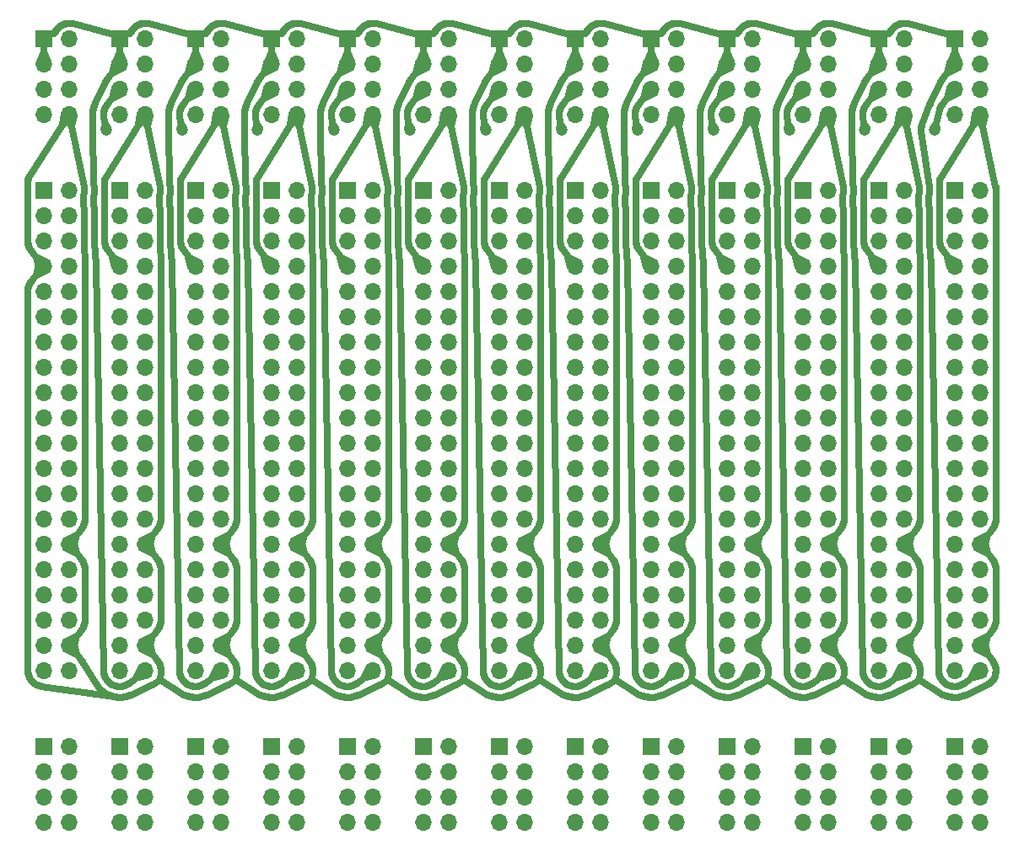
<source format=gbr>
%TF.GenerationSoftware,KiCad,Pcbnew,(5.1.9)-1*%
%TF.CreationDate,2021-05-23T10:03:25-04:00*%
%TF.ProjectId,main,6d61696e-2e6b-4696-9361-645f70636258,rev?*%
%TF.SameCoordinates,Original*%
%TF.FileFunction,Copper,L2,Bot*%
%TF.FilePolarity,Positive*%
%FSLAX46Y46*%
G04 Gerber Fmt 4.6, Leading zero omitted, Abs format (unit mm)*
G04 Created by KiCad (PCBNEW (5.1.9)-1) date 2021-05-23 10:03:25*
%MOMM*%
%LPD*%
G01*
G04 APERTURE LIST*
%TA.AperFunction,ComponentPad*%
%ADD10O,1.700000X1.700000*%
%TD*%
%TA.AperFunction,ComponentPad*%
%ADD11R,1.700000X1.700000*%
%TD*%
%TA.AperFunction,ViaPad*%
%ADD12C,1.200000*%
%TD*%
%TA.AperFunction,Conductor*%
%ADD13C,0.700000*%
%TD*%
G04 APERTURE END LIST*
D10*
%TO.P,J39,8*%
%TO.N,C8*%
X116840000Y-101600000D03*
%TO.P,J39,7*%
%TO.N,C7*%
X114300000Y-101600000D03*
%TO.P,J39,6*%
%TO.N,C6*%
X116840000Y-99060000D03*
%TO.P,J39,5*%
%TO.N,C5*%
X114300000Y-99060000D03*
%TO.P,J39,4*%
%TO.N,C4*%
X116840000Y-96520000D03*
%TO.P,J39,3*%
%TO.N,C3*%
X114300000Y-96520000D03*
%TO.P,J39,2*%
%TO.N,C2*%
X116840000Y-93980000D03*
D11*
%TO.P,J39,1*%
%TO.N,C1*%
X114300000Y-93980000D03*
%TD*%
D10*
%TO.P,J38,40*%
%TO.N,+5V*%
X48260000Y-86360000D03*
%TO.P,J38,39*%
%TO.N,F_A2*%
X45720000Y-86360000D03*
%TO.P,J38,38*%
%TO.N,GND*%
X48260000Y-83820000D03*
%TO.P,J38,37*%
%TO.N,F_A6*%
X45720000Y-83820000D03*
%TO.P,J38,36*%
%TO.N,F_A5*%
X48260000Y-81280000D03*
%TO.P,J38,35*%
%TO.N,F_A7*%
X45720000Y-81280000D03*
%TO.P,J38,34*%
%TO.N,~F_WAIT~*%
X48260000Y-78740000D03*
%TO.P,J38,33*%
%TO.N,F_A3*%
X45720000Y-78740000D03*
%TO.P,J38,32*%
%TO.N,F_A4*%
X48260000Y-76200000D03*
%TO.P,J38,31*%
%TO.N,F_D2*%
X45720000Y-76200000D03*
%TO.P,J38,30*%
%TO.N,GND*%
X48260000Y-73660000D03*
%TO.P,J38,29*%
%TO.N,F_D0*%
X45720000Y-73660000D03*
%TO.P,J38,28*%
%TO.N,F_A1*%
X48260000Y-71120000D03*
%TO.P,J38,27*%
%TO.N,F_D5*%
X45720000Y-71120000D03*
%TO.P,J38,26*%
%TO.N,F_A0*%
X48260000Y-68580000D03*
%TO.P,J38,25*%
%TO.N,F_D3*%
X45720000Y-68580000D03*
%TO.P,J38,24*%
%TO.N,CLK*%
X48260000Y-66040000D03*
%TO.P,J38,23*%
%TO.N,F_D6*%
X45720000Y-66040000D03*
%TO.P,J38,22*%
%TO.N,~F_INT~*%
X48260000Y-63500000D03*
%TO.P,J38,21*%
%TO.N,F_D1*%
X45720000Y-63500000D03*
%TO.P,J38,20*%
%TO.N,~F_IN~*%
X48260000Y-60960000D03*
%TO.P,J38,19*%
%TO.N,F_D7*%
X45720000Y-60960000D03*
%TO.P,J38,18*%
%TO.N,F_A9*%
X48260000Y-58420000D03*
%TO.P,J38,17*%
%TO.N,F_D4*%
X45720000Y-58420000D03*
%TO.P,J38,16*%
%TO.N,~F_READ~*%
X48260000Y-55880000D03*
%TO.P,J38,15*%
%TO.N,~F_INUSE~*%
X45720000Y-55880000D03*
%TO.P,J38,14*%
%TO.N,~F_WRITE~*%
X48260000Y-53340000D03*
%TO.P,J38,13*%
%TO.N,~F_INTAK~*%
X45720000Y-53340000D03*
%TO.P,J38,12*%
%TO.N,F_A8*%
X48260000Y-50800000D03*
%TO.P,J38,11*%
%TO.N,~F_OUT~*%
X45720000Y-50800000D03*
%TO.P,J38,10*%
%TO.N,F_A11*%
X48260000Y-48260000D03*
%TO.P,J38,9*%
%TO.N,F_A14*%
X45720000Y-48260000D03*
%TO.P,J38,8*%
%TO.N,F_A15*%
X48260000Y-45720000D03*
%TO.P,J38,7*%
%TO.N,GND*%
X45720000Y-45720000D03*
%TO.P,J38,6*%
%TO.N,F_A12*%
X48260000Y-43180000D03*
%TO.P,J38,5*%
%TO.N,F_A13*%
X45720000Y-43180000D03*
%TO.P,J38,4*%
%TO.N,~F_EXMEM~*%
X48260000Y-40640000D03*
%TO.P,J38,3*%
%TO.N,F_A10*%
X45720000Y-40640000D03*
%TO.P,J38,2*%
%TO.N,~F_MREQ~*%
X48260000Y-38100000D03*
D11*
%TO.P,J38,1*%
%TO.N,~F_SYSRES~*%
X45720000Y-38100000D03*
%TD*%
D10*
%TO.P,J37,8*%
%TO.N,GND*%
X116840000Y-30480000D03*
%TO.P,J37,7*%
%TO.N,+12*%
X114300000Y-30480000D03*
%TO.P,J37,6*%
%TO.N,GND*%
X116840000Y-27940000D03*
%TO.P,J37,5*%
%TO.N,-5*%
X114300000Y-27940000D03*
%TO.P,J37,4*%
%TO.N,GND*%
X116840000Y-25400000D03*
%TO.P,J37,3*%
%TO.N,+5V*%
X114300000Y-25400000D03*
%TO.P,J37,2*%
%TO.N,GND*%
X116840000Y-22860000D03*
D11*
%TO.P,J37,1*%
%TO.N,+5V*%
X114300000Y-22860000D03*
%TD*%
D10*
%TO.P,J29,40*%
%TO.N,+5V*%
X116840000Y-86360000D03*
%TO.P,J29,39*%
%TO.N,F_A2*%
X114300000Y-86360000D03*
%TO.P,J29,38*%
%TO.N,GND*%
X116840000Y-83820000D03*
%TO.P,J29,37*%
%TO.N,F_A6*%
X114300000Y-83820000D03*
%TO.P,J29,36*%
%TO.N,F_A5*%
X116840000Y-81280000D03*
%TO.P,J29,35*%
%TO.N,F_A7*%
X114300000Y-81280000D03*
%TO.P,J29,34*%
%TO.N,~F_WAIT~*%
X116840000Y-78740000D03*
%TO.P,J29,33*%
%TO.N,F_A3*%
X114300000Y-78740000D03*
%TO.P,J29,32*%
%TO.N,F_A4*%
X116840000Y-76200000D03*
%TO.P,J29,31*%
%TO.N,F_D2*%
X114300000Y-76200000D03*
%TO.P,J29,30*%
%TO.N,GND*%
X116840000Y-73660000D03*
%TO.P,J29,29*%
%TO.N,F_D0*%
X114300000Y-73660000D03*
%TO.P,J29,28*%
%TO.N,F_A1*%
X116840000Y-71120000D03*
%TO.P,J29,27*%
%TO.N,F_D5*%
X114300000Y-71120000D03*
%TO.P,J29,26*%
%TO.N,F_A0*%
X116840000Y-68580000D03*
%TO.P,J29,25*%
%TO.N,F_D3*%
X114300000Y-68580000D03*
%TO.P,J29,24*%
%TO.N,CLK*%
X116840000Y-66040000D03*
%TO.P,J29,23*%
%TO.N,F_D6*%
X114300000Y-66040000D03*
%TO.P,J29,22*%
%TO.N,~F_INT~*%
X116840000Y-63500000D03*
%TO.P,J29,21*%
%TO.N,F_D1*%
X114300000Y-63500000D03*
%TO.P,J29,20*%
%TO.N,~F_IN~*%
X116840000Y-60960000D03*
%TO.P,J29,19*%
%TO.N,F_D7*%
X114300000Y-60960000D03*
%TO.P,J29,18*%
%TO.N,F_A9*%
X116840000Y-58420000D03*
%TO.P,J29,17*%
%TO.N,F_D4*%
X114300000Y-58420000D03*
%TO.P,J29,16*%
%TO.N,~F_READ~*%
X116840000Y-55880000D03*
%TO.P,J29,15*%
%TO.N,~F_INUSE~*%
X114300000Y-55880000D03*
%TO.P,J29,14*%
%TO.N,~F_WRITE~*%
X116840000Y-53340000D03*
%TO.P,J29,13*%
%TO.N,~F_INTAK~*%
X114300000Y-53340000D03*
%TO.P,J29,12*%
%TO.N,F_A8*%
X116840000Y-50800000D03*
%TO.P,J29,11*%
%TO.N,~F_OUT~*%
X114300000Y-50800000D03*
%TO.P,J29,10*%
%TO.N,F_A11*%
X116840000Y-48260000D03*
%TO.P,J29,9*%
%TO.N,F_A14*%
X114300000Y-48260000D03*
%TO.P,J29,8*%
%TO.N,F_A15*%
X116840000Y-45720000D03*
%TO.P,J29,7*%
%TO.N,GND*%
X114300000Y-45720000D03*
%TO.P,J29,6*%
%TO.N,F_A12*%
X116840000Y-43180000D03*
%TO.P,J29,5*%
%TO.N,F_A13*%
X114300000Y-43180000D03*
%TO.P,J29,4*%
%TO.N,~F_EXMEM~*%
X116840000Y-40640000D03*
%TO.P,J29,3*%
%TO.N,F_A10*%
X114300000Y-40640000D03*
%TO.P,J29,2*%
%TO.N,~F_MREQ~*%
X116840000Y-38100000D03*
D11*
%TO.P,J29,1*%
%TO.N,~F_SYSRES~*%
X114300000Y-38100000D03*
%TD*%
D10*
%TO.P,J27,40*%
%TO.N,+5V*%
X63500000Y-86360000D03*
%TO.P,J27,39*%
%TO.N,F_A2*%
X60960000Y-86360000D03*
%TO.P,J27,38*%
%TO.N,GND*%
X63500000Y-83820000D03*
%TO.P,J27,37*%
%TO.N,F_A6*%
X60960000Y-83820000D03*
%TO.P,J27,36*%
%TO.N,F_A5*%
X63500000Y-81280000D03*
%TO.P,J27,35*%
%TO.N,F_A7*%
X60960000Y-81280000D03*
%TO.P,J27,34*%
%TO.N,~F_WAIT~*%
X63500000Y-78740000D03*
%TO.P,J27,33*%
%TO.N,F_A3*%
X60960000Y-78740000D03*
%TO.P,J27,32*%
%TO.N,F_A4*%
X63500000Y-76200000D03*
%TO.P,J27,31*%
%TO.N,F_D2*%
X60960000Y-76200000D03*
%TO.P,J27,30*%
%TO.N,GND*%
X63500000Y-73660000D03*
%TO.P,J27,29*%
%TO.N,F_D0*%
X60960000Y-73660000D03*
%TO.P,J27,28*%
%TO.N,F_A1*%
X63500000Y-71120000D03*
%TO.P,J27,27*%
%TO.N,F_D5*%
X60960000Y-71120000D03*
%TO.P,J27,26*%
%TO.N,F_A0*%
X63500000Y-68580000D03*
%TO.P,J27,25*%
%TO.N,F_D3*%
X60960000Y-68580000D03*
%TO.P,J27,24*%
%TO.N,CLK*%
X63500000Y-66040000D03*
%TO.P,J27,23*%
%TO.N,F_D6*%
X60960000Y-66040000D03*
%TO.P,J27,22*%
%TO.N,~F_INT~*%
X63500000Y-63500000D03*
%TO.P,J27,21*%
%TO.N,F_D1*%
X60960000Y-63500000D03*
%TO.P,J27,20*%
%TO.N,~F_IN~*%
X63500000Y-60960000D03*
%TO.P,J27,19*%
%TO.N,F_D7*%
X60960000Y-60960000D03*
%TO.P,J27,18*%
%TO.N,F_A9*%
X63500000Y-58420000D03*
%TO.P,J27,17*%
%TO.N,F_D4*%
X60960000Y-58420000D03*
%TO.P,J27,16*%
%TO.N,~F_READ~*%
X63500000Y-55880000D03*
%TO.P,J27,15*%
%TO.N,~F_INUSE~*%
X60960000Y-55880000D03*
%TO.P,J27,14*%
%TO.N,~F_WRITE~*%
X63500000Y-53340000D03*
%TO.P,J27,13*%
%TO.N,~F_INTAK~*%
X60960000Y-53340000D03*
%TO.P,J27,12*%
%TO.N,F_A8*%
X63500000Y-50800000D03*
%TO.P,J27,11*%
%TO.N,~F_OUT~*%
X60960000Y-50800000D03*
%TO.P,J27,10*%
%TO.N,F_A11*%
X63500000Y-48260000D03*
%TO.P,J27,9*%
%TO.N,F_A14*%
X60960000Y-48260000D03*
%TO.P,J27,8*%
%TO.N,F_A15*%
X63500000Y-45720000D03*
%TO.P,J27,7*%
%TO.N,GND*%
X60960000Y-45720000D03*
%TO.P,J27,6*%
%TO.N,F_A12*%
X63500000Y-43180000D03*
%TO.P,J27,5*%
%TO.N,F_A13*%
X60960000Y-43180000D03*
%TO.P,J27,4*%
%TO.N,~F_EXMEM~*%
X63500000Y-40640000D03*
%TO.P,J27,3*%
%TO.N,F_A10*%
X60960000Y-40640000D03*
%TO.P,J27,2*%
%TO.N,~F_MREQ~*%
X63500000Y-38100000D03*
D11*
%TO.P,J27,1*%
%TO.N,~F_SYSRES~*%
X60960000Y-38100000D03*
%TD*%
D10*
%TO.P,J35,8*%
%TO.N,C8*%
X55880000Y-101600000D03*
%TO.P,J35,7*%
%TO.N,C7*%
X53340000Y-101600000D03*
%TO.P,J35,6*%
%TO.N,C6*%
X55880000Y-99060000D03*
%TO.P,J35,5*%
%TO.N,C5*%
X53340000Y-99060000D03*
%TO.P,J35,4*%
%TO.N,C4*%
X55880000Y-96520000D03*
%TO.P,J35,3*%
%TO.N,C3*%
X53340000Y-96520000D03*
%TO.P,J35,2*%
%TO.N,C2*%
X55880000Y-93980000D03*
D11*
%TO.P,J35,1*%
%TO.N,C1*%
X53340000Y-93980000D03*
%TD*%
D10*
%TO.P,J36,8*%
%TO.N,C8*%
X40640000Y-101600000D03*
%TO.P,J36,7*%
%TO.N,C7*%
X38100000Y-101600000D03*
%TO.P,J36,6*%
%TO.N,C6*%
X40640000Y-99060000D03*
%TO.P,J36,5*%
%TO.N,C5*%
X38100000Y-99060000D03*
%TO.P,J36,4*%
%TO.N,C4*%
X40640000Y-96520000D03*
%TO.P,J36,3*%
%TO.N,C3*%
X38100000Y-96520000D03*
%TO.P,J36,2*%
%TO.N,C2*%
X40640000Y-93980000D03*
D11*
%TO.P,J36,1*%
%TO.N,C1*%
X38100000Y-93980000D03*
%TD*%
D10*
%TO.P,J34,8*%
%TO.N,C8*%
X63500000Y-101600000D03*
%TO.P,J34,7*%
%TO.N,C7*%
X60960000Y-101600000D03*
%TO.P,J34,6*%
%TO.N,C6*%
X63500000Y-99060000D03*
%TO.P,J34,5*%
%TO.N,C5*%
X60960000Y-99060000D03*
%TO.P,J34,4*%
%TO.N,C4*%
X63500000Y-96520000D03*
%TO.P,J34,3*%
%TO.N,C3*%
X60960000Y-96520000D03*
%TO.P,J34,2*%
%TO.N,C2*%
X63500000Y-93980000D03*
D11*
%TO.P,J34,1*%
%TO.N,C1*%
X60960000Y-93980000D03*
%TD*%
D10*
%TO.P,J33,8*%
%TO.N,C8*%
X86360000Y-101600000D03*
%TO.P,J33,7*%
%TO.N,C7*%
X83820000Y-101600000D03*
%TO.P,J33,6*%
%TO.N,C6*%
X86360000Y-99060000D03*
%TO.P,J33,5*%
%TO.N,C5*%
X83820000Y-99060000D03*
%TO.P,J33,4*%
%TO.N,C4*%
X86360000Y-96520000D03*
%TO.P,J33,3*%
%TO.N,C3*%
X83820000Y-96520000D03*
%TO.P,J33,2*%
%TO.N,C2*%
X86360000Y-93980000D03*
D11*
%TO.P,J33,1*%
%TO.N,C1*%
X83820000Y-93980000D03*
%TD*%
D10*
%TO.P,J32,8*%
%TO.N,C8*%
X101600000Y-101600000D03*
%TO.P,J32,7*%
%TO.N,C7*%
X99060000Y-101600000D03*
%TO.P,J32,6*%
%TO.N,C6*%
X101600000Y-99060000D03*
%TO.P,J32,5*%
%TO.N,C5*%
X99060000Y-99060000D03*
%TO.P,J32,4*%
%TO.N,C4*%
X101600000Y-96520000D03*
%TO.P,J32,3*%
%TO.N,C3*%
X99060000Y-96520000D03*
%TO.P,J32,2*%
%TO.N,C2*%
X101600000Y-93980000D03*
D11*
%TO.P,J32,1*%
%TO.N,C1*%
X99060000Y-93980000D03*
%TD*%
D10*
%TO.P,J31,8*%
%TO.N,C8*%
X71120000Y-101600000D03*
%TO.P,J31,7*%
%TO.N,C7*%
X68580000Y-101600000D03*
%TO.P,J31,6*%
%TO.N,C6*%
X71120000Y-99060000D03*
%TO.P,J31,5*%
%TO.N,C5*%
X68580000Y-99060000D03*
%TO.P,J31,4*%
%TO.N,C4*%
X71120000Y-96520000D03*
%TO.P,J31,3*%
%TO.N,C3*%
X68580000Y-96520000D03*
%TO.P,J31,2*%
%TO.N,C2*%
X71120000Y-93980000D03*
D11*
%TO.P,J31,1*%
%TO.N,C1*%
X68580000Y-93980000D03*
%TD*%
D10*
%TO.P,J30,40*%
%TO.N,+5V*%
X101600000Y-86360000D03*
%TO.P,J30,39*%
%TO.N,F_A2*%
X99060000Y-86360000D03*
%TO.P,J30,38*%
%TO.N,GND*%
X101600000Y-83820000D03*
%TO.P,J30,37*%
%TO.N,F_A6*%
X99060000Y-83820000D03*
%TO.P,J30,36*%
%TO.N,F_A5*%
X101600000Y-81280000D03*
%TO.P,J30,35*%
%TO.N,F_A7*%
X99060000Y-81280000D03*
%TO.P,J30,34*%
%TO.N,~F_WAIT~*%
X101600000Y-78740000D03*
%TO.P,J30,33*%
%TO.N,F_A3*%
X99060000Y-78740000D03*
%TO.P,J30,32*%
%TO.N,F_A4*%
X101600000Y-76200000D03*
%TO.P,J30,31*%
%TO.N,F_D2*%
X99060000Y-76200000D03*
%TO.P,J30,30*%
%TO.N,GND*%
X101600000Y-73660000D03*
%TO.P,J30,29*%
%TO.N,F_D0*%
X99060000Y-73660000D03*
%TO.P,J30,28*%
%TO.N,F_A1*%
X101600000Y-71120000D03*
%TO.P,J30,27*%
%TO.N,F_D5*%
X99060000Y-71120000D03*
%TO.P,J30,26*%
%TO.N,F_A0*%
X101600000Y-68580000D03*
%TO.P,J30,25*%
%TO.N,F_D3*%
X99060000Y-68580000D03*
%TO.P,J30,24*%
%TO.N,CLK*%
X101600000Y-66040000D03*
%TO.P,J30,23*%
%TO.N,F_D6*%
X99060000Y-66040000D03*
%TO.P,J30,22*%
%TO.N,~F_INT~*%
X101600000Y-63500000D03*
%TO.P,J30,21*%
%TO.N,F_D1*%
X99060000Y-63500000D03*
%TO.P,J30,20*%
%TO.N,~F_IN~*%
X101600000Y-60960000D03*
%TO.P,J30,19*%
%TO.N,F_D7*%
X99060000Y-60960000D03*
%TO.P,J30,18*%
%TO.N,F_A9*%
X101600000Y-58420000D03*
%TO.P,J30,17*%
%TO.N,F_D4*%
X99060000Y-58420000D03*
%TO.P,J30,16*%
%TO.N,~F_READ~*%
X101600000Y-55880000D03*
%TO.P,J30,15*%
%TO.N,~F_INUSE~*%
X99060000Y-55880000D03*
%TO.P,J30,14*%
%TO.N,~F_WRITE~*%
X101600000Y-53340000D03*
%TO.P,J30,13*%
%TO.N,~F_INTAK~*%
X99060000Y-53340000D03*
%TO.P,J30,12*%
%TO.N,F_A8*%
X101600000Y-50800000D03*
%TO.P,J30,11*%
%TO.N,~F_OUT~*%
X99060000Y-50800000D03*
%TO.P,J30,10*%
%TO.N,F_A11*%
X101600000Y-48260000D03*
%TO.P,J30,9*%
%TO.N,F_A14*%
X99060000Y-48260000D03*
%TO.P,J30,8*%
%TO.N,F_A15*%
X101600000Y-45720000D03*
%TO.P,J30,7*%
%TO.N,GND*%
X99060000Y-45720000D03*
%TO.P,J30,6*%
%TO.N,F_A12*%
X101600000Y-43180000D03*
%TO.P,J30,5*%
%TO.N,F_A13*%
X99060000Y-43180000D03*
%TO.P,J30,4*%
%TO.N,~F_EXMEM~*%
X101600000Y-40640000D03*
%TO.P,J30,3*%
%TO.N,F_A10*%
X99060000Y-40640000D03*
%TO.P,J30,2*%
%TO.N,~F_MREQ~*%
X101600000Y-38100000D03*
D11*
%TO.P,J30,1*%
%TO.N,~F_SYSRES~*%
X99060000Y-38100000D03*
%TD*%
D10*
%TO.P,J28,40*%
%TO.N,+5V*%
X78740000Y-86360000D03*
%TO.P,J28,39*%
%TO.N,F_A2*%
X76200000Y-86360000D03*
%TO.P,J28,38*%
%TO.N,GND*%
X78740000Y-83820000D03*
%TO.P,J28,37*%
%TO.N,F_A6*%
X76200000Y-83820000D03*
%TO.P,J28,36*%
%TO.N,F_A5*%
X78740000Y-81280000D03*
%TO.P,J28,35*%
%TO.N,F_A7*%
X76200000Y-81280000D03*
%TO.P,J28,34*%
%TO.N,~F_WAIT~*%
X78740000Y-78740000D03*
%TO.P,J28,33*%
%TO.N,F_A3*%
X76200000Y-78740000D03*
%TO.P,J28,32*%
%TO.N,F_A4*%
X78740000Y-76200000D03*
%TO.P,J28,31*%
%TO.N,F_D2*%
X76200000Y-76200000D03*
%TO.P,J28,30*%
%TO.N,GND*%
X78740000Y-73660000D03*
%TO.P,J28,29*%
%TO.N,F_D0*%
X76200000Y-73660000D03*
%TO.P,J28,28*%
%TO.N,F_A1*%
X78740000Y-71120000D03*
%TO.P,J28,27*%
%TO.N,F_D5*%
X76200000Y-71120000D03*
%TO.P,J28,26*%
%TO.N,F_A0*%
X78740000Y-68580000D03*
%TO.P,J28,25*%
%TO.N,F_D3*%
X76200000Y-68580000D03*
%TO.P,J28,24*%
%TO.N,CLK*%
X78740000Y-66040000D03*
%TO.P,J28,23*%
%TO.N,F_D6*%
X76200000Y-66040000D03*
%TO.P,J28,22*%
%TO.N,~F_INT~*%
X78740000Y-63500000D03*
%TO.P,J28,21*%
%TO.N,F_D1*%
X76200000Y-63500000D03*
%TO.P,J28,20*%
%TO.N,~F_IN~*%
X78740000Y-60960000D03*
%TO.P,J28,19*%
%TO.N,F_D7*%
X76200000Y-60960000D03*
%TO.P,J28,18*%
%TO.N,F_A9*%
X78740000Y-58420000D03*
%TO.P,J28,17*%
%TO.N,F_D4*%
X76200000Y-58420000D03*
%TO.P,J28,16*%
%TO.N,~F_READ~*%
X78740000Y-55880000D03*
%TO.P,J28,15*%
%TO.N,~F_INUSE~*%
X76200000Y-55880000D03*
%TO.P,J28,14*%
%TO.N,~F_WRITE~*%
X78740000Y-53340000D03*
%TO.P,J28,13*%
%TO.N,~F_INTAK~*%
X76200000Y-53340000D03*
%TO.P,J28,12*%
%TO.N,F_A8*%
X78740000Y-50800000D03*
%TO.P,J28,11*%
%TO.N,~F_OUT~*%
X76200000Y-50800000D03*
%TO.P,J28,10*%
%TO.N,F_A11*%
X78740000Y-48260000D03*
%TO.P,J28,9*%
%TO.N,F_A14*%
X76200000Y-48260000D03*
%TO.P,J28,8*%
%TO.N,F_A15*%
X78740000Y-45720000D03*
%TO.P,J28,7*%
%TO.N,GND*%
X76200000Y-45720000D03*
%TO.P,J28,6*%
%TO.N,F_A12*%
X78740000Y-43180000D03*
%TO.P,J28,5*%
%TO.N,F_A13*%
X76200000Y-43180000D03*
%TO.P,J28,4*%
%TO.N,~F_EXMEM~*%
X78740000Y-40640000D03*
%TO.P,J28,3*%
%TO.N,F_A10*%
X76200000Y-40640000D03*
%TO.P,J28,2*%
%TO.N,~F_MREQ~*%
X78740000Y-38100000D03*
D11*
%TO.P,J28,1*%
%TO.N,~F_SYSRES~*%
X76200000Y-38100000D03*
%TD*%
D10*
%TO.P,J26,40*%
%TO.N,+5V*%
X109220000Y-86360000D03*
%TO.P,J26,39*%
%TO.N,F_A2*%
X106680000Y-86360000D03*
%TO.P,J26,38*%
%TO.N,GND*%
X109220000Y-83820000D03*
%TO.P,J26,37*%
%TO.N,F_A6*%
X106680000Y-83820000D03*
%TO.P,J26,36*%
%TO.N,F_A5*%
X109220000Y-81280000D03*
%TO.P,J26,35*%
%TO.N,F_A7*%
X106680000Y-81280000D03*
%TO.P,J26,34*%
%TO.N,~F_WAIT~*%
X109220000Y-78740000D03*
%TO.P,J26,33*%
%TO.N,F_A3*%
X106680000Y-78740000D03*
%TO.P,J26,32*%
%TO.N,F_A4*%
X109220000Y-76200000D03*
%TO.P,J26,31*%
%TO.N,F_D2*%
X106680000Y-76200000D03*
%TO.P,J26,30*%
%TO.N,GND*%
X109220000Y-73660000D03*
%TO.P,J26,29*%
%TO.N,F_D0*%
X106680000Y-73660000D03*
%TO.P,J26,28*%
%TO.N,F_A1*%
X109220000Y-71120000D03*
%TO.P,J26,27*%
%TO.N,F_D5*%
X106680000Y-71120000D03*
%TO.P,J26,26*%
%TO.N,F_A0*%
X109220000Y-68580000D03*
%TO.P,J26,25*%
%TO.N,F_D3*%
X106680000Y-68580000D03*
%TO.P,J26,24*%
%TO.N,CLK*%
X109220000Y-66040000D03*
%TO.P,J26,23*%
%TO.N,F_D6*%
X106680000Y-66040000D03*
%TO.P,J26,22*%
%TO.N,~F_INT~*%
X109220000Y-63500000D03*
%TO.P,J26,21*%
%TO.N,F_D1*%
X106680000Y-63500000D03*
%TO.P,J26,20*%
%TO.N,~F_IN~*%
X109220000Y-60960000D03*
%TO.P,J26,19*%
%TO.N,F_D7*%
X106680000Y-60960000D03*
%TO.P,J26,18*%
%TO.N,F_A9*%
X109220000Y-58420000D03*
%TO.P,J26,17*%
%TO.N,F_D4*%
X106680000Y-58420000D03*
%TO.P,J26,16*%
%TO.N,~F_READ~*%
X109220000Y-55880000D03*
%TO.P,J26,15*%
%TO.N,~F_INUSE~*%
X106680000Y-55880000D03*
%TO.P,J26,14*%
%TO.N,~F_WRITE~*%
X109220000Y-53340000D03*
%TO.P,J26,13*%
%TO.N,~F_INTAK~*%
X106680000Y-53340000D03*
%TO.P,J26,12*%
%TO.N,F_A8*%
X109220000Y-50800000D03*
%TO.P,J26,11*%
%TO.N,~F_OUT~*%
X106680000Y-50800000D03*
%TO.P,J26,10*%
%TO.N,F_A11*%
X109220000Y-48260000D03*
%TO.P,J26,9*%
%TO.N,F_A14*%
X106680000Y-48260000D03*
%TO.P,J26,8*%
%TO.N,F_A15*%
X109220000Y-45720000D03*
%TO.P,J26,7*%
%TO.N,GND*%
X106680000Y-45720000D03*
%TO.P,J26,6*%
%TO.N,F_A12*%
X109220000Y-43180000D03*
%TO.P,J26,5*%
%TO.N,F_A13*%
X106680000Y-43180000D03*
%TO.P,J26,4*%
%TO.N,~F_EXMEM~*%
X109220000Y-40640000D03*
%TO.P,J26,3*%
%TO.N,F_A10*%
X106680000Y-40640000D03*
%TO.P,J26,2*%
%TO.N,~F_MREQ~*%
X109220000Y-38100000D03*
D11*
%TO.P,J26,1*%
%TO.N,~F_SYSRES~*%
X106680000Y-38100000D03*
%TD*%
D10*
%TO.P,J25,40*%
%TO.N,+5V*%
X86360000Y-86360000D03*
%TO.P,J25,39*%
%TO.N,F_A2*%
X83820000Y-86360000D03*
%TO.P,J25,38*%
%TO.N,GND*%
X86360000Y-83820000D03*
%TO.P,J25,37*%
%TO.N,F_A6*%
X83820000Y-83820000D03*
%TO.P,J25,36*%
%TO.N,F_A5*%
X86360000Y-81280000D03*
%TO.P,J25,35*%
%TO.N,F_A7*%
X83820000Y-81280000D03*
%TO.P,J25,34*%
%TO.N,~F_WAIT~*%
X86360000Y-78740000D03*
%TO.P,J25,33*%
%TO.N,F_A3*%
X83820000Y-78740000D03*
%TO.P,J25,32*%
%TO.N,F_A4*%
X86360000Y-76200000D03*
%TO.P,J25,31*%
%TO.N,F_D2*%
X83820000Y-76200000D03*
%TO.P,J25,30*%
%TO.N,GND*%
X86360000Y-73660000D03*
%TO.P,J25,29*%
%TO.N,F_D0*%
X83820000Y-73660000D03*
%TO.P,J25,28*%
%TO.N,F_A1*%
X86360000Y-71120000D03*
%TO.P,J25,27*%
%TO.N,F_D5*%
X83820000Y-71120000D03*
%TO.P,J25,26*%
%TO.N,F_A0*%
X86360000Y-68580000D03*
%TO.P,J25,25*%
%TO.N,F_D3*%
X83820000Y-68580000D03*
%TO.P,J25,24*%
%TO.N,CLK*%
X86360000Y-66040000D03*
%TO.P,J25,23*%
%TO.N,F_D6*%
X83820000Y-66040000D03*
%TO.P,J25,22*%
%TO.N,~F_INT~*%
X86360000Y-63500000D03*
%TO.P,J25,21*%
%TO.N,F_D1*%
X83820000Y-63500000D03*
%TO.P,J25,20*%
%TO.N,~F_IN~*%
X86360000Y-60960000D03*
%TO.P,J25,19*%
%TO.N,F_D7*%
X83820000Y-60960000D03*
%TO.P,J25,18*%
%TO.N,F_A9*%
X86360000Y-58420000D03*
%TO.P,J25,17*%
%TO.N,F_D4*%
X83820000Y-58420000D03*
%TO.P,J25,16*%
%TO.N,~F_READ~*%
X86360000Y-55880000D03*
%TO.P,J25,15*%
%TO.N,~F_INUSE~*%
X83820000Y-55880000D03*
%TO.P,J25,14*%
%TO.N,~F_WRITE~*%
X86360000Y-53340000D03*
%TO.P,J25,13*%
%TO.N,~F_INTAK~*%
X83820000Y-53340000D03*
%TO.P,J25,12*%
%TO.N,F_A8*%
X86360000Y-50800000D03*
%TO.P,J25,11*%
%TO.N,~F_OUT~*%
X83820000Y-50800000D03*
%TO.P,J25,10*%
%TO.N,F_A11*%
X86360000Y-48260000D03*
%TO.P,J25,9*%
%TO.N,F_A14*%
X83820000Y-48260000D03*
%TO.P,J25,8*%
%TO.N,F_A15*%
X86360000Y-45720000D03*
%TO.P,J25,7*%
%TO.N,GND*%
X83820000Y-45720000D03*
%TO.P,J25,6*%
%TO.N,F_A12*%
X86360000Y-43180000D03*
%TO.P,J25,5*%
%TO.N,F_A13*%
X83820000Y-43180000D03*
%TO.P,J25,4*%
%TO.N,~F_EXMEM~*%
X86360000Y-40640000D03*
%TO.P,J25,3*%
%TO.N,F_A10*%
X83820000Y-40640000D03*
%TO.P,J25,2*%
%TO.N,~F_MREQ~*%
X86360000Y-38100000D03*
D11*
%TO.P,J25,1*%
%TO.N,~F_SYSRES~*%
X83820000Y-38100000D03*
%TD*%
D10*
%TO.P,J24,8*%
%TO.N,GND*%
X63500000Y-30480000D03*
%TO.P,J24,7*%
%TO.N,+12*%
X60960000Y-30480000D03*
%TO.P,J24,6*%
%TO.N,GND*%
X63500000Y-27940000D03*
%TO.P,J24,5*%
%TO.N,-5*%
X60960000Y-27940000D03*
%TO.P,J24,4*%
%TO.N,GND*%
X63500000Y-25400000D03*
%TO.P,J24,3*%
%TO.N,+5V*%
X60960000Y-25400000D03*
%TO.P,J24,2*%
%TO.N,GND*%
X63500000Y-22860000D03*
D11*
%TO.P,J24,1*%
%TO.N,+5V*%
X60960000Y-22860000D03*
%TD*%
D10*
%TO.P,J23,8*%
%TO.N,GND*%
X101600000Y-30480000D03*
%TO.P,J23,7*%
%TO.N,+12*%
X99060000Y-30480000D03*
%TO.P,J23,6*%
%TO.N,GND*%
X101600000Y-27940000D03*
%TO.P,J23,5*%
%TO.N,-5*%
X99060000Y-27940000D03*
%TO.P,J23,4*%
%TO.N,GND*%
X101600000Y-25400000D03*
%TO.P,J23,3*%
%TO.N,+5V*%
X99060000Y-25400000D03*
%TO.P,J23,2*%
%TO.N,GND*%
X101600000Y-22860000D03*
D11*
%TO.P,J23,1*%
%TO.N,+5V*%
X99060000Y-22860000D03*
%TD*%
D10*
%TO.P,J22,8*%
%TO.N,GND*%
X86360000Y-30480000D03*
%TO.P,J22,7*%
%TO.N,+12*%
X83820000Y-30480000D03*
%TO.P,J22,6*%
%TO.N,GND*%
X86360000Y-27940000D03*
%TO.P,J22,5*%
%TO.N,-5*%
X83820000Y-27940000D03*
%TO.P,J22,4*%
%TO.N,GND*%
X86360000Y-25400000D03*
%TO.P,J22,3*%
%TO.N,+5V*%
X83820000Y-25400000D03*
%TO.P,J22,2*%
%TO.N,GND*%
X86360000Y-22860000D03*
D11*
%TO.P,J22,1*%
%TO.N,+5V*%
X83820000Y-22860000D03*
%TD*%
D10*
%TO.P,J21,8*%
%TO.N,GND*%
X109220000Y-30480000D03*
%TO.P,J21,7*%
%TO.N,+12*%
X106680000Y-30480000D03*
%TO.P,J21,6*%
%TO.N,GND*%
X109220000Y-27940000D03*
%TO.P,J21,5*%
%TO.N,-5*%
X106680000Y-27940000D03*
%TO.P,J21,4*%
%TO.N,GND*%
X109220000Y-25400000D03*
%TO.P,J21,3*%
%TO.N,+5V*%
X106680000Y-25400000D03*
%TO.P,J21,2*%
%TO.N,GND*%
X109220000Y-22860000D03*
D11*
%TO.P,J21,1*%
%TO.N,+5V*%
X106680000Y-22860000D03*
%TD*%
D10*
%TO.P,J20,8*%
%TO.N,GND*%
X48260000Y-30480000D03*
%TO.P,J20,7*%
%TO.N,+12*%
X45720000Y-30480000D03*
%TO.P,J20,6*%
%TO.N,GND*%
X48260000Y-27940000D03*
%TO.P,J20,5*%
%TO.N,-5*%
X45720000Y-27940000D03*
%TO.P,J20,4*%
%TO.N,GND*%
X48260000Y-25400000D03*
%TO.P,J20,3*%
%TO.N,+5V*%
X45720000Y-25400000D03*
%TO.P,J20,2*%
%TO.N,GND*%
X48260000Y-22860000D03*
D11*
%TO.P,J20,1*%
%TO.N,+5V*%
X45720000Y-22860000D03*
%TD*%
D10*
%TO.P,J19,8*%
%TO.N,GND*%
X33020000Y-30480000D03*
%TO.P,J19,7*%
%TO.N,+12*%
X30480000Y-30480000D03*
%TO.P,J19,6*%
%TO.N,GND*%
X33020000Y-27940000D03*
%TO.P,J19,5*%
%TO.N,-5*%
X30480000Y-27940000D03*
%TO.P,J19,4*%
%TO.N,GND*%
X33020000Y-25400000D03*
%TO.P,J19,3*%
%TO.N,+5V*%
X30480000Y-25400000D03*
%TO.P,J19,2*%
%TO.N,GND*%
X33020000Y-22860000D03*
D11*
%TO.P,J19,1*%
%TO.N,+5V*%
X30480000Y-22860000D03*
%TD*%
D10*
%TO.P,J18,8*%
%TO.N,C8*%
X48260000Y-101600000D03*
%TO.P,J18,7*%
%TO.N,C7*%
X45720000Y-101600000D03*
%TO.P,J18,6*%
%TO.N,C6*%
X48260000Y-99060000D03*
%TO.P,J18,5*%
%TO.N,C5*%
X45720000Y-99060000D03*
%TO.P,J18,4*%
%TO.N,C4*%
X48260000Y-96520000D03*
%TO.P,J18,3*%
%TO.N,C3*%
X45720000Y-96520000D03*
%TO.P,J18,2*%
%TO.N,C2*%
X48260000Y-93980000D03*
D11*
%TO.P,J18,1*%
%TO.N,C1*%
X45720000Y-93980000D03*
%TD*%
D10*
%TO.P,J17,8*%
%TO.N,C8*%
X33020000Y-101600000D03*
%TO.P,J17,7*%
%TO.N,C7*%
X30480000Y-101600000D03*
%TO.P,J17,6*%
%TO.N,C6*%
X33020000Y-99060000D03*
%TO.P,J17,5*%
%TO.N,C5*%
X30480000Y-99060000D03*
%TO.P,J17,4*%
%TO.N,C4*%
X33020000Y-96520000D03*
%TO.P,J17,3*%
%TO.N,C3*%
X30480000Y-96520000D03*
%TO.P,J17,2*%
%TO.N,C2*%
X33020000Y-93980000D03*
D11*
%TO.P,J17,1*%
%TO.N,C1*%
X30480000Y-93980000D03*
%TD*%
D10*
%TO.P,J16,8*%
%TO.N,C8*%
X109220000Y-101600000D03*
%TO.P,J16,7*%
%TO.N,C7*%
X106680000Y-101600000D03*
%TO.P,J16,6*%
%TO.N,C6*%
X109220000Y-99060000D03*
%TO.P,J16,5*%
%TO.N,C5*%
X106680000Y-99060000D03*
%TO.P,J16,4*%
%TO.N,C4*%
X109220000Y-96520000D03*
%TO.P,J16,3*%
%TO.N,C3*%
X106680000Y-96520000D03*
%TO.P,J16,2*%
%TO.N,C2*%
X109220000Y-93980000D03*
D11*
%TO.P,J16,1*%
%TO.N,C1*%
X106680000Y-93980000D03*
%TD*%
D10*
%TO.P,J15,8*%
%TO.N,C8*%
X93980000Y-101600000D03*
%TO.P,J15,7*%
%TO.N,C7*%
X91440000Y-101600000D03*
%TO.P,J15,6*%
%TO.N,C6*%
X93980000Y-99060000D03*
%TO.P,J15,5*%
%TO.N,C5*%
X91440000Y-99060000D03*
%TO.P,J15,4*%
%TO.N,C4*%
X93980000Y-96520000D03*
%TO.P,J15,3*%
%TO.N,C3*%
X91440000Y-96520000D03*
%TO.P,J15,2*%
%TO.N,C2*%
X93980000Y-93980000D03*
D11*
%TO.P,J15,1*%
%TO.N,C1*%
X91440000Y-93980000D03*
%TD*%
D10*
%TO.P,J14,8*%
%TO.N,C8*%
X78740000Y-101600000D03*
%TO.P,J14,7*%
%TO.N,C7*%
X76200000Y-101600000D03*
%TO.P,J14,6*%
%TO.N,C6*%
X78740000Y-99060000D03*
%TO.P,J14,5*%
%TO.N,C5*%
X76200000Y-99060000D03*
%TO.P,J14,4*%
%TO.N,C4*%
X78740000Y-96520000D03*
%TO.P,J14,3*%
%TO.N,C3*%
X76200000Y-96520000D03*
%TO.P,J14,2*%
%TO.N,C2*%
X78740000Y-93980000D03*
D11*
%TO.P,J14,1*%
%TO.N,C1*%
X76200000Y-93980000D03*
%TD*%
D10*
%TO.P,J13,40*%
%TO.N,+5V*%
X55880000Y-86360000D03*
%TO.P,J13,39*%
%TO.N,F_A2*%
X53340000Y-86360000D03*
%TO.P,J13,38*%
%TO.N,GND*%
X55880000Y-83820000D03*
%TO.P,J13,37*%
%TO.N,F_A6*%
X53340000Y-83820000D03*
%TO.P,J13,36*%
%TO.N,F_A5*%
X55880000Y-81280000D03*
%TO.P,J13,35*%
%TO.N,F_A7*%
X53340000Y-81280000D03*
%TO.P,J13,34*%
%TO.N,~F_WAIT~*%
X55880000Y-78740000D03*
%TO.P,J13,33*%
%TO.N,F_A3*%
X53340000Y-78740000D03*
%TO.P,J13,32*%
%TO.N,F_A4*%
X55880000Y-76200000D03*
%TO.P,J13,31*%
%TO.N,F_D2*%
X53340000Y-76200000D03*
%TO.P,J13,30*%
%TO.N,GND*%
X55880000Y-73660000D03*
%TO.P,J13,29*%
%TO.N,F_D0*%
X53340000Y-73660000D03*
%TO.P,J13,28*%
%TO.N,F_A1*%
X55880000Y-71120000D03*
%TO.P,J13,27*%
%TO.N,F_D5*%
X53340000Y-71120000D03*
%TO.P,J13,26*%
%TO.N,F_A0*%
X55880000Y-68580000D03*
%TO.P,J13,25*%
%TO.N,F_D3*%
X53340000Y-68580000D03*
%TO.P,J13,24*%
%TO.N,CLK*%
X55880000Y-66040000D03*
%TO.P,J13,23*%
%TO.N,F_D6*%
X53340000Y-66040000D03*
%TO.P,J13,22*%
%TO.N,~F_INT~*%
X55880000Y-63500000D03*
%TO.P,J13,21*%
%TO.N,F_D1*%
X53340000Y-63500000D03*
%TO.P,J13,20*%
%TO.N,~F_IN~*%
X55880000Y-60960000D03*
%TO.P,J13,19*%
%TO.N,F_D7*%
X53340000Y-60960000D03*
%TO.P,J13,18*%
%TO.N,F_A9*%
X55880000Y-58420000D03*
%TO.P,J13,17*%
%TO.N,F_D4*%
X53340000Y-58420000D03*
%TO.P,J13,16*%
%TO.N,~F_READ~*%
X55880000Y-55880000D03*
%TO.P,J13,15*%
%TO.N,~F_INUSE~*%
X53340000Y-55880000D03*
%TO.P,J13,14*%
%TO.N,~F_WRITE~*%
X55880000Y-53340000D03*
%TO.P,J13,13*%
%TO.N,~F_INTAK~*%
X53340000Y-53340000D03*
%TO.P,J13,12*%
%TO.N,F_A8*%
X55880000Y-50800000D03*
%TO.P,J13,11*%
%TO.N,~F_OUT~*%
X53340000Y-50800000D03*
%TO.P,J13,10*%
%TO.N,F_A11*%
X55880000Y-48260000D03*
%TO.P,J13,9*%
%TO.N,F_A14*%
X53340000Y-48260000D03*
%TO.P,J13,8*%
%TO.N,F_A15*%
X55880000Y-45720000D03*
%TO.P,J13,7*%
%TO.N,GND*%
X53340000Y-45720000D03*
%TO.P,J13,6*%
%TO.N,F_A12*%
X55880000Y-43180000D03*
%TO.P,J13,5*%
%TO.N,F_A13*%
X53340000Y-43180000D03*
%TO.P,J13,4*%
%TO.N,~F_EXMEM~*%
X55880000Y-40640000D03*
%TO.P,J13,3*%
%TO.N,F_A10*%
X53340000Y-40640000D03*
%TO.P,J13,2*%
%TO.N,~F_MREQ~*%
X55880000Y-38100000D03*
D11*
%TO.P,J13,1*%
%TO.N,~F_SYSRES~*%
X53340000Y-38100000D03*
%TD*%
D10*
%TO.P,J12,40*%
%TO.N,+5V*%
X40640000Y-86360000D03*
%TO.P,J12,39*%
%TO.N,F_A2*%
X38100000Y-86360000D03*
%TO.P,J12,38*%
%TO.N,GND*%
X40640000Y-83820000D03*
%TO.P,J12,37*%
%TO.N,F_A6*%
X38100000Y-83820000D03*
%TO.P,J12,36*%
%TO.N,F_A5*%
X40640000Y-81280000D03*
%TO.P,J12,35*%
%TO.N,F_A7*%
X38100000Y-81280000D03*
%TO.P,J12,34*%
%TO.N,~F_WAIT~*%
X40640000Y-78740000D03*
%TO.P,J12,33*%
%TO.N,F_A3*%
X38100000Y-78740000D03*
%TO.P,J12,32*%
%TO.N,F_A4*%
X40640000Y-76200000D03*
%TO.P,J12,31*%
%TO.N,F_D2*%
X38100000Y-76200000D03*
%TO.P,J12,30*%
%TO.N,GND*%
X40640000Y-73660000D03*
%TO.P,J12,29*%
%TO.N,F_D0*%
X38100000Y-73660000D03*
%TO.P,J12,28*%
%TO.N,F_A1*%
X40640000Y-71120000D03*
%TO.P,J12,27*%
%TO.N,F_D5*%
X38100000Y-71120000D03*
%TO.P,J12,26*%
%TO.N,F_A0*%
X40640000Y-68580000D03*
%TO.P,J12,25*%
%TO.N,F_D3*%
X38100000Y-68580000D03*
%TO.P,J12,24*%
%TO.N,CLK*%
X40640000Y-66040000D03*
%TO.P,J12,23*%
%TO.N,F_D6*%
X38100000Y-66040000D03*
%TO.P,J12,22*%
%TO.N,~F_INT~*%
X40640000Y-63500000D03*
%TO.P,J12,21*%
%TO.N,F_D1*%
X38100000Y-63500000D03*
%TO.P,J12,20*%
%TO.N,~F_IN~*%
X40640000Y-60960000D03*
%TO.P,J12,19*%
%TO.N,F_D7*%
X38100000Y-60960000D03*
%TO.P,J12,18*%
%TO.N,F_A9*%
X40640000Y-58420000D03*
%TO.P,J12,17*%
%TO.N,F_D4*%
X38100000Y-58420000D03*
%TO.P,J12,16*%
%TO.N,~F_READ~*%
X40640000Y-55880000D03*
%TO.P,J12,15*%
%TO.N,~F_INUSE~*%
X38100000Y-55880000D03*
%TO.P,J12,14*%
%TO.N,~F_WRITE~*%
X40640000Y-53340000D03*
%TO.P,J12,13*%
%TO.N,~F_INTAK~*%
X38100000Y-53340000D03*
%TO.P,J12,12*%
%TO.N,F_A8*%
X40640000Y-50800000D03*
%TO.P,J12,11*%
%TO.N,~F_OUT~*%
X38100000Y-50800000D03*
%TO.P,J12,10*%
%TO.N,F_A11*%
X40640000Y-48260000D03*
%TO.P,J12,9*%
%TO.N,F_A14*%
X38100000Y-48260000D03*
%TO.P,J12,8*%
%TO.N,F_A15*%
X40640000Y-45720000D03*
%TO.P,J12,7*%
%TO.N,GND*%
X38100000Y-45720000D03*
%TO.P,J12,6*%
%TO.N,F_A12*%
X40640000Y-43180000D03*
%TO.P,J12,5*%
%TO.N,F_A13*%
X38100000Y-43180000D03*
%TO.P,J12,4*%
%TO.N,~F_EXMEM~*%
X40640000Y-40640000D03*
%TO.P,J12,3*%
%TO.N,F_A10*%
X38100000Y-40640000D03*
%TO.P,J12,2*%
%TO.N,~F_MREQ~*%
X40640000Y-38100000D03*
D11*
%TO.P,J12,1*%
%TO.N,~F_SYSRES~*%
X38100000Y-38100000D03*
%TD*%
D10*
%TO.P,J11,40*%
%TO.N,+5V*%
X71120000Y-86360000D03*
%TO.P,J11,39*%
%TO.N,F_A2*%
X68580000Y-86360000D03*
%TO.P,J11,38*%
%TO.N,GND*%
X71120000Y-83820000D03*
%TO.P,J11,37*%
%TO.N,F_A6*%
X68580000Y-83820000D03*
%TO.P,J11,36*%
%TO.N,F_A5*%
X71120000Y-81280000D03*
%TO.P,J11,35*%
%TO.N,F_A7*%
X68580000Y-81280000D03*
%TO.P,J11,34*%
%TO.N,~F_WAIT~*%
X71120000Y-78740000D03*
%TO.P,J11,33*%
%TO.N,F_A3*%
X68580000Y-78740000D03*
%TO.P,J11,32*%
%TO.N,F_A4*%
X71120000Y-76200000D03*
%TO.P,J11,31*%
%TO.N,F_D2*%
X68580000Y-76200000D03*
%TO.P,J11,30*%
%TO.N,GND*%
X71120000Y-73660000D03*
%TO.P,J11,29*%
%TO.N,F_D0*%
X68580000Y-73660000D03*
%TO.P,J11,28*%
%TO.N,F_A1*%
X71120000Y-71120000D03*
%TO.P,J11,27*%
%TO.N,F_D5*%
X68580000Y-71120000D03*
%TO.P,J11,26*%
%TO.N,F_A0*%
X71120000Y-68580000D03*
%TO.P,J11,25*%
%TO.N,F_D3*%
X68580000Y-68580000D03*
%TO.P,J11,24*%
%TO.N,CLK*%
X71120000Y-66040000D03*
%TO.P,J11,23*%
%TO.N,F_D6*%
X68580000Y-66040000D03*
%TO.P,J11,22*%
%TO.N,~F_INT~*%
X71120000Y-63500000D03*
%TO.P,J11,21*%
%TO.N,F_D1*%
X68580000Y-63500000D03*
%TO.P,J11,20*%
%TO.N,~F_IN~*%
X71120000Y-60960000D03*
%TO.P,J11,19*%
%TO.N,F_D7*%
X68580000Y-60960000D03*
%TO.P,J11,18*%
%TO.N,F_A9*%
X71120000Y-58420000D03*
%TO.P,J11,17*%
%TO.N,F_D4*%
X68580000Y-58420000D03*
%TO.P,J11,16*%
%TO.N,~F_READ~*%
X71120000Y-55880000D03*
%TO.P,J11,15*%
%TO.N,~F_INUSE~*%
X68580000Y-55880000D03*
%TO.P,J11,14*%
%TO.N,~F_WRITE~*%
X71120000Y-53340000D03*
%TO.P,J11,13*%
%TO.N,~F_INTAK~*%
X68580000Y-53340000D03*
%TO.P,J11,12*%
%TO.N,F_A8*%
X71120000Y-50800000D03*
%TO.P,J11,11*%
%TO.N,~F_OUT~*%
X68580000Y-50800000D03*
%TO.P,J11,10*%
%TO.N,F_A11*%
X71120000Y-48260000D03*
%TO.P,J11,9*%
%TO.N,F_A14*%
X68580000Y-48260000D03*
%TO.P,J11,8*%
%TO.N,F_A15*%
X71120000Y-45720000D03*
%TO.P,J11,7*%
%TO.N,GND*%
X68580000Y-45720000D03*
%TO.P,J11,6*%
%TO.N,F_A12*%
X71120000Y-43180000D03*
%TO.P,J11,5*%
%TO.N,F_A13*%
X68580000Y-43180000D03*
%TO.P,J11,4*%
%TO.N,~F_EXMEM~*%
X71120000Y-40640000D03*
%TO.P,J11,3*%
%TO.N,F_A10*%
X68580000Y-40640000D03*
%TO.P,J11,2*%
%TO.N,~F_MREQ~*%
X71120000Y-38100000D03*
D11*
%TO.P,J11,1*%
%TO.N,~F_SYSRES~*%
X68580000Y-38100000D03*
%TD*%
D10*
%TO.P,J10,40*%
%TO.N,+5V*%
X33020000Y-86360000D03*
%TO.P,J10,39*%
%TO.N,F_A2*%
X30480000Y-86360000D03*
%TO.P,J10,38*%
%TO.N,GND*%
X33020000Y-83820000D03*
%TO.P,J10,37*%
%TO.N,F_A6*%
X30480000Y-83820000D03*
%TO.P,J10,36*%
%TO.N,F_A5*%
X33020000Y-81280000D03*
%TO.P,J10,35*%
%TO.N,F_A7*%
X30480000Y-81280000D03*
%TO.P,J10,34*%
%TO.N,~F_WAIT~*%
X33020000Y-78740000D03*
%TO.P,J10,33*%
%TO.N,F_A3*%
X30480000Y-78740000D03*
%TO.P,J10,32*%
%TO.N,F_A4*%
X33020000Y-76200000D03*
%TO.P,J10,31*%
%TO.N,F_D2*%
X30480000Y-76200000D03*
%TO.P,J10,30*%
%TO.N,GND*%
X33020000Y-73660000D03*
%TO.P,J10,29*%
%TO.N,F_D0*%
X30480000Y-73660000D03*
%TO.P,J10,28*%
%TO.N,F_A1*%
X33020000Y-71120000D03*
%TO.P,J10,27*%
%TO.N,F_D5*%
X30480000Y-71120000D03*
%TO.P,J10,26*%
%TO.N,F_A0*%
X33020000Y-68580000D03*
%TO.P,J10,25*%
%TO.N,F_D3*%
X30480000Y-68580000D03*
%TO.P,J10,24*%
%TO.N,CLK*%
X33020000Y-66040000D03*
%TO.P,J10,23*%
%TO.N,F_D6*%
X30480000Y-66040000D03*
%TO.P,J10,22*%
%TO.N,~F_INT~*%
X33020000Y-63500000D03*
%TO.P,J10,21*%
%TO.N,F_D1*%
X30480000Y-63500000D03*
%TO.P,J10,20*%
%TO.N,~F_IN~*%
X33020000Y-60960000D03*
%TO.P,J10,19*%
%TO.N,F_D7*%
X30480000Y-60960000D03*
%TO.P,J10,18*%
%TO.N,F_A9*%
X33020000Y-58420000D03*
%TO.P,J10,17*%
%TO.N,F_D4*%
X30480000Y-58420000D03*
%TO.P,J10,16*%
%TO.N,~F_READ~*%
X33020000Y-55880000D03*
%TO.P,J10,15*%
%TO.N,~F_INUSE~*%
X30480000Y-55880000D03*
%TO.P,J10,14*%
%TO.N,~F_WRITE~*%
X33020000Y-53340000D03*
%TO.P,J10,13*%
%TO.N,~F_INTAK~*%
X30480000Y-53340000D03*
%TO.P,J10,12*%
%TO.N,F_A8*%
X33020000Y-50800000D03*
%TO.P,J10,11*%
%TO.N,~F_OUT~*%
X30480000Y-50800000D03*
%TO.P,J10,10*%
%TO.N,F_A11*%
X33020000Y-48260000D03*
%TO.P,J10,9*%
%TO.N,F_A14*%
X30480000Y-48260000D03*
%TO.P,J10,8*%
%TO.N,F_A15*%
X33020000Y-45720000D03*
%TO.P,J10,7*%
%TO.N,GND*%
X30480000Y-45720000D03*
%TO.P,J10,6*%
%TO.N,F_A12*%
X33020000Y-43180000D03*
%TO.P,J10,5*%
%TO.N,F_A13*%
X30480000Y-43180000D03*
%TO.P,J10,4*%
%TO.N,~F_EXMEM~*%
X33020000Y-40640000D03*
%TO.P,J10,3*%
%TO.N,F_A10*%
X30480000Y-40640000D03*
%TO.P,J10,2*%
%TO.N,~F_MREQ~*%
X33020000Y-38100000D03*
D11*
%TO.P,J10,1*%
%TO.N,~F_SYSRES~*%
X30480000Y-38100000D03*
%TD*%
D10*
%TO.P,J9,40*%
%TO.N,+5V*%
X93980000Y-86360000D03*
%TO.P,J9,39*%
%TO.N,F_A2*%
X91440000Y-86360000D03*
%TO.P,J9,38*%
%TO.N,GND*%
X93980000Y-83820000D03*
%TO.P,J9,37*%
%TO.N,F_A6*%
X91440000Y-83820000D03*
%TO.P,J9,36*%
%TO.N,F_A5*%
X93980000Y-81280000D03*
%TO.P,J9,35*%
%TO.N,F_A7*%
X91440000Y-81280000D03*
%TO.P,J9,34*%
%TO.N,~F_WAIT~*%
X93980000Y-78740000D03*
%TO.P,J9,33*%
%TO.N,F_A3*%
X91440000Y-78740000D03*
%TO.P,J9,32*%
%TO.N,F_A4*%
X93980000Y-76200000D03*
%TO.P,J9,31*%
%TO.N,F_D2*%
X91440000Y-76200000D03*
%TO.P,J9,30*%
%TO.N,GND*%
X93980000Y-73660000D03*
%TO.P,J9,29*%
%TO.N,F_D0*%
X91440000Y-73660000D03*
%TO.P,J9,28*%
%TO.N,F_A1*%
X93980000Y-71120000D03*
%TO.P,J9,27*%
%TO.N,F_D5*%
X91440000Y-71120000D03*
%TO.P,J9,26*%
%TO.N,F_A0*%
X93980000Y-68580000D03*
%TO.P,J9,25*%
%TO.N,F_D3*%
X91440000Y-68580000D03*
%TO.P,J9,24*%
%TO.N,CLK*%
X93980000Y-66040000D03*
%TO.P,J9,23*%
%TO.N,F_D6*%
X91440000Y-66040000D03*
%TO.P,J9,22*%
%TO.N,~F_INT~*%
X93980000Y-63500000D03*
%TO.P,J9,21*%
%TO.N,F_D1*%
X91440000Y-63500000D03*
%TO.P,J9,20*%
%TO.N,~F_IN~*%
X93980000Y-60960000D03*
%TO.P,J9,19*%
%TO.N,F_D7*%
X91440000Y-60960000D03*
%TO.P,J9,18*%
%TO.N,F_A9*%
X93980000Y-58420000D03*
%TO.P,J9,17*%
%TO.N,F_D4*%
X91440000Y-58420000D03*
%TO.P,J9,16*%
%TO.N,~F_READ~*%
X93980000Y-55880000D03*
%TO.P,J9,15*%
%TO.N,~F_INUSE~*%
X91440000Y-55880000D03*
%TO.P,J9,14*%
%TO.N,~F_WRITE~*%
X93980000Y-53340000D03*
%TO.P,J9,13*%
%TO.N,~F_INTAK~*%
X91440000Y-53340000D03*
%TO.P,J9,12*%
%TO.N,F_A8*%
X93980000Y-50800000D03*
%TO.P,J9,11*%
%TO.N,~F_OUT~*%
X91440000Y-50800000D03*
%TO.P,J9,10*%
%TO.N,F_A11*%
X93980000Y-48260000D03*
%TO.P,J9,9*%
%TO.N,F_A14*%
X91440000Y-48260000D03*
%TO.P,J9,8*%
%TO.N,F_A15*%
X93980000Y-45720000D03*
%TO.P,J9,7*%
%TO.N,GND*%
X91440000Y-45720000D03*
%TO.P,J9,6*%
%TO.N,F_A12*%
X93980000Y-43180000D03*
%TO.P,J9,5*%
%TO.N,F_A13*%
X91440000Y-43180000D03*
%TO.P,J9,4*%
%TO.N,~F_EXMEM~*%
X93980000Y-40640000D03*
%TO.P,J9,3*%
%TO.N,F_A10*%
X91440000Y-40640000D03*
%TO.P,J9,2*%
%TO.N,~F_MREQ~*%
X93980000Y-38100000D03*
D11*
%TO.P,J9,1*%
%TO.N,~F_SYSRES~*%
X91440000Y-38100000D03*
%TD*%
D10*
%TO.P,J8,8*%
%TO.N,GND*%
X71120000Y-30480000D03*
%TO.P,J8,7*%
%TO.N,+12*%
X68580000Y-30480000D03*
%TO.P,J8,6*%
%TO.N,GND*%
X71120000Y-27940000D03*
%TO.P,J8,5*%
%TO.N,-5*%
X68580000Y-27940000D03*
%TO.P,J8,4*%
%TO.N,GND*%
X71120000Y-25400000D03*
%TO.P,J8,3*%
%TO.N,+5V*%
X68580000Y-25400000D03*
%TO.P,J8,2*%
%TO.N,GND*%
X71120000Y-22860000D03*
D11*
%TO.P,J8,1*%
%TO.N,+5V*%
X68580000Y-22860000D03*
%TD*%
D10*
%TO.P,J7,8*%
%TO.N,GND*%
X93980000Y-30480000D03*
%TO.P,J7,7*%
%TO.N,+12*%
X91440000Y-30480000D03*
%TO.P,J7,6*%
%TO.N,GND*%
X93980000Y-27940000D03*
%TO.P,J7,5*%
%TO.N,-5*%
X91440000Y-27940000D03*
%TO.P,J7,4*%
%TO.N,GND*%
X93980000Y-25400000D03*
%TO.P,J7,3*%
%TO.N,+5V*%
X91440000Y-25400000D03*
%TO.P,J7,2*%
%TO.N,GND*%
X93980000Y-22860000D03*
D11*
%TO.P,J7,1*%
%TO.N,+5V*%
X91440000Y-22860000D03*
%TD*%
D10*
%TO.P,J6,8*%
%TO.N,GND*%
X40640000Y-30480000D03*
%TO.P,J6,7*%
%TO.N,+12*%
X38100000Y-30480000D03*
%TO.P,J6,6*%
%TO.N,GND*%
X40640000Y-27940000D03*
%TO.P,J6,5*%
%TO.N,-5*%
X38100000Y-27940000D03*
%TO.P,J6,4*%
%TO.N,GND*%
X40640000Y-25400000D03*
%TO.P,J6,3*%
%TO.N,+5V*%
X38100000Y-25400000D03*
%TO.P,J6,2*%
%TO.N,GND*%
X40640000Y-22860000D03*
D11*
%TO.P,J6,1*%
%TO.N,+5V*%
X38100000Y-22860000D03*
%TD*%
D10*
%TO.P,J5,8*%
%TO.N,GND*%
X55880000Y-30480000D03*
%TO.P,J5,7*%
%TO.N,+12*%
X53340000Y-30480000D03*
%TO.P,J5,6*%
%TO.N,GND*%
X55880000Y-27940000D03*
%TO.P,J5,5*%
%TO.N,-5*%
X53340000Y-27940000D03*
%TO.P,J5,4*%
%TO.N,GND*%
X55880000Y-25400000D03*
%TO.P,J5,3*%
%TO.N,+5V*%
X53340000Y-25400000D03*
%TO.P,J5,2*%
%TO.N,GND*%
X55880000Y-22860000D03*
D11*
%TO.P,J5,1*%
%TO.N,+5V*%
X53340000Y-22860000D03*
%TD*%
D10*
%TO.P,J4,8*%
%TO.N,GND*%
X78740000Y-30480000D03*
%TO.P,J4,7*%
%TO.N,+12*%
X76200000Y-30480000D03*
%TO.P,J4,6*%
%TO.N,GND*%
X78740000Y-27940000D03*
%TO.P,J4,5*%
%TO.N,-5*%
X76200000Y-27940000D03*
%TO.P,J4,4*%
%TO.N,GND*%
X78740000Y-25400000D03*
%TO.P,J4,3*%
%TO.N,+5V*%
X76200000Y-25400000D03*
%TO.P,J4,2*%
%TO.N,GND*%
X78740000Y-22860000D03*
D11*
%TO.P,J4,1*%
%TO.N,+5V*%
X76200000Y-22860000D03*
%TD*%
%TO.P,J2,1*%
%TO.N,+5V*%
X22860000Y-22860000D03*
D10*
%TO.P,J2,2*%
%TO.N,GND*%
X25400000Y-22860000D03*
%TO.P,J2,3*%
%TO.N,+5V*%
X22860000Y-25400000D03*
%TO.P,J2,4*%
%TO.N,GND*%
X25400000Y-25400000D03*
%TO.P,J2,5*%
%TO.N,-5*%
X22860000Y-27940000D03*
%TO.P,J2,6*%
%TO.N,GND*%
X25400000Y-27940000D03*
%TO.P,J2,7*%
%TO.N,+12*%
X22860000Y-30480000D03*
%TO.P,J2,8*%
%TO.N,GND*%
X25400000Y-30480000D03*
%TD*%
%TO.P,J1,8*%
%TO.N,C8*%
X25400000Y-101600000D03*
%TO.P,J1,7*%
%TO.N,C7*%
X22860000Y-101600000D03*
%TO.P,J1,6*%
%TO.N,C6*%
X25400000Y-99060000D03*
%TO.P,J1,5*%
%TO.N,C5*%
X22860000Y-99060000D03*
%TO.P,J1,4*%
%TO.N,C4*%
X25400000Y-96520000D03*
%TO.P,J1,3*%
%TO.N,C3*%
X22860000Y-96520000D03*
%TO.P,J1,2*%
%TO.N,C2*%
X25400000Y-93980000D03*
D11*
%TO.P,J1,1*%
%TO.N,C1*%
X22860000Y-93980000D03*
%TD*%
D10*
%TO.P,J3,40*%
%TO.N,+5V*%
X25400000Y-86360000D03*
%TO.P,J3,39*%
%TO.N,F_A2*%
X22860000Y-86360000D03*
%TO.P,J3,38*%
%TO.N,GND*%
X25400000Y-83820000D03*
%TO.P,J3,37*%
%TO.N,F_A6*%
X22860000Y-83820000D03*
%TO.P,J3,36*%
%TO.N,F_A5*%
X25400000Y-81280000D03*
%TO.P,J3,35*%
%TO.N,F_A7*%
X22860000Y-81280000D03*
%TO.P,J3,34*%
%TO.N,~F_WAIT~*%
X25400000Y-78740000D03*
%TO.P,J3,33*%
%TO.N,F_A3*%
X22860000Y-78740000D03*
%TO.P,J3,32*%
%TO.N,F_A4*%
X25400000Y-76200000D03*
%TO.P,J3,31*%
%TO.N,F_D2*%
X22860000Y-76200000D03*
%TO.P,J3,30*%
%TO.N,GND*%
X25400000Y-73660000D03*
%TO.P,J3,29*%
%TO.N,F_D0*%
X22860000Y-73660000D03*
%TO.P,J3,28*%
%TO.N,F_A1*%
X25400000Y-71120000D03*
%TO.P,J3,27*%
%TO.N,F_D5*%
X22860000Y-71120000D03*
%TO.P,J3,26*%
%TO.N,F_A0*%
X25400000Y-68580000D03*
%TO.P,J3,25*%
%TO.N,F_D3*%
X22860000Y-68580000D03*
%TO.P,J3,24*%
%TO.N,CLK*%
X25400000Y-66040000D03*
%TO.P,J3,23*%
%TO.N,F_D6*%
X22860000Y-66040000D03*
%TO.P,J3,22*%
%TO.N,~F_INT~*%
X25400000Y-63500000D03*
%TO.P,J3,21*%
%TO.N,F_D1*%
X22860000Y-63500000D03*
%TO.P,J3,20*%
%TO.N,~F_IN~*%
X25400000Y-60960000D03*
%TO.P,J3,19*%
%TO.N,F_D7*%
X22860000Y-60960000D03*
%TO.P,J3,18*%
%TO.N,F_A9*%
X25400000Y-58420000D03*
%TO.P,J3,17*%
%TO.N,F_D4*%
X22860000Y-58420000D03*
%TO.P,J3,16*%
%TO.N,~F_READ~*%
X25400000Y-55880000D03*
%TO.P,J3,15*%
%TO.N,~F_INUSE~*%
X22860000Y-55880000D03*
%TO.P,J3,14*%
%TO.N,~F_WRITE~*%
X25400000Y-53340000D03*
%TO.P,J3,13*%
%TO.N,~F_INTAK~*%
X22860000Y-53340000D03*
%TO.P,J3,12*%
%TO.N,F_A8*%
X25400000Y-50800000D03*
%TO.P,J3,11*%
%TO.N,~F_OUT~*%
X22860000Y-50800000D03*
%TO.P,J3,10*%
%TO.N,F_A11*%
X25400000Y-48260000D03*
%TO.P,J3,9*%
%TO.N,F_A14*%
X22860000Y-48260000D03*
%TO.P,J3,8*%
%TO.N,F_A15*%
X25400000Y-45720000D03*
%TO.P,J3,7*%
%TO.N,GND*%
X22860000Y-45720000D03*
%TO.P,J3,6*%
%TO.N,F_A12*%
X25400000Y-43180000D03*
%TO.P,J3,5*%
%TO.N,F_A13*%
X22860000Y-43180000D03*
%TO.P,J3,4*%
%TO.N,~F_EXMEM~*%
X25400000Y-40640000D03*
%TO.P,J3,3*%
%TO.N,F_A10*%
X22860000Y-40640000D03*
%TO.P,J3,2*%
%TO.N,~F_MREQ~*%
X25400000Y-38100000D03*
D11*
%TO.P,J3,1*%
%TO.N,~F_SYSRES~*%
X22860000Y-38100000D03*
%TD*%
D12*
%TO.N,-5*%
X29096400Y-32001300D03*
X36716200Y-31996300D03*
X44324800Y-31991000D03*
X51950200Y-31985700D03*
X59574000Y-31993000D03*
X67190400Y-31991100D03*
X74813100Y-31991900D03*
X82431900Y-31991500D03*
X90048800Y-31989900D03*
X97673500Y-31987500D03*
X105287000Y-31985100D03*
X112276800Y-31983700D03*
%TD*%
D13*
%TO.N,GND*%
X102355900Y-84752000D02*
X102084200Y-83695500D01*
X102355900Y-84752000D02*
X101378200Y-84268100D01*
X56635900Y-84752000D02*
X56364200Y-83695500D01*
X56635900Y-84752000D02*
X55658200Y-84268100D01*
X64255900Y-84752000D02*
X63984200Y-83695500D01*
X64255900Y-84752000D02*
X63278200Y-84268100D01*
X26155900Y-84752000D02*
X25884200Y-83695500D01*
X26155900Y-84752000D02*
X25178200Y-84268100D01*
X26155900Y-82888000D02*
X25178200Y-83371900D01*
X26155900Y-82888000D02*
X25884200Y-83944500D01*
X26155900Y-74592000D02*
X25884200Y-73535500D01*
X26155900Y-74592000D02*
X25178200Y-74108100D01*
X75481900Y-44758600D02*
X75711100Y-45825100D01*
X75481900Y-44758600D02*
X76439500Y-45281100D01*
X78107000Y-31499500D02*
X79016300Y-30896800D01*
X78107000Y-31499500D02*
X78243900Y-30417200D01*
X102355900Y-82888000D02*
X101378200Y-83371900D01*
X102355900Y-82888000D02*
X102084200Y-83944500D01*
X102355900Y-74592000D02*
X102084200Y-73535500D01*
X102355900Y-74592000D02*
X101378200Y-74108100D01*
X79495900Y-84752000D02*
X79224200Y-83695500D01*
X79495900Y-84752000D02*
X78518200Y-84268100D01*
X49015900Y-84752000D02*
X48744200Y-83695500D01*
X49015900Y-84752000D02*
X48038200Y-84268100D01*
X52621900Y-44758600D02*
X52851100Y-45825100D01*
X52621900Y-44758600D02*
X53579500Y-45281100D01*
X55247000Y-31499500D02*
X56156300Y-30896800D01*
X55247000Y-31499500D02*
X55383900Y-30417200D01*
X33775900Y-82888000D02*
X32798200Y-83371900D01*
X33775900Y-82888000D02*
X33504200Y-83944500D01*
X33775900Y-74592000D02*
X33504200Y-73535500D01*
X33775900Y-74592000D02*
X32798200Y-74108100D01*
X94735900Y-84752000D02*
X94464200Y-83695500D01*
X94735900Y-84752000D02*
X93758200Y-84268100D01*
X60241900Y-44758600D02*
X60471100Y-45825100D01*
X60241900Y-44758600D02*
X61199500Y-45281100D01*
X62867000Y-31499500D02*
X63776300Y-30896800D01*
X62867000Y-31499500D02*
X63003900Y-30417200D01*
X98341900Y-44758600D02*
X98571100Y-45825100D01*
X98341900Y-44758600D02*
X99299500Y-45281100D01*
X100967000Y-31499500D02*
X101876300Y-30896800D01*
X100967000Y-31499500D02*
X101103900Y-30417200D01*
X109975900Y-72728000D02*
X108998200Y-73211900D01*
X109975900Y-72728000D02*
X109704200Y-73784500D01*
X109459400Y-31655900D02*
X109707000Y-30593400D01*
X109459400Y-31655900D02*
X108816200Y-30774800D01*
X71875900Y-82888000D02*
X70898200Y-83371900D01*
X71875900Y-82888000D02*
X71604200Y-83944500D01*
X71875900Y-74592000D02*
X71604200Y-73535500D01*
X71875900Y-74592000D02*
X70898200Y-74108100D01*
X79495900Y-82888000D02*
X78518200Y-83371900D01*
X79495900Y-82888000D02*
X79224200Y-83944500D01*
X79495900Y-74592000D02*
X79224200Y-73535500D01*
X79495900Y-74592000D02*
X78518200Y-74108100D01*
X56635900Y-74592000D02*
X56364200Y-73535500D01*
X56635900Y-74592000D02*
X55658200Y-74108100D01*
X56635900Y-82888000D02*
X55658200Y-83371900D01*
X56635900Y-82888000D02*
X56364200Y-83944500D01*
X71875900Y-84752000D02*
X71604200Y-83695500D01*
X71875900Y-84752000D02*
X70898200Y-84268100D01*
X64255900Y-72728000D02*
X63278200Y-73211900D01*
X64255900Y-72728000D02*
X63984200Y-73784500D01*
X63739400Y-31655900D02*
X63987000Y-30593400D01*
X63739400Y-31655900D02*
X63096200Y-30774800D01*
X83101900Y-44758600D02*
X83331100Y-45825100D01*
X83101900Y-44758600D02*
X84059500Y-45281100D01*
X85727000Y-31499500D02*
X86636300Y-30896800D01*
X85727000Y-31499500D02*
X85863900Y-30417200D01*
X105961900Y-44758600D02*
X106191100Y-45825100D01*
X105961900Y-44758600D02*
X106919500Y-45281100D01*
X108587000Y-31499500D02*
X109496300Y-30896800D01*
X108587000Y-31499500D02*
X108723900Y-30417200D01*
X33775900Y-72728000D02*
X32798200Y-73211900D01*
X33775900Y-72728000D02*
X33504200Y-73784500D01*
X33259400Y-31655900D02*
X33507000Y-30593400D01*
X33259400Y-31655900D02*
X32616200Y-30774800D01*
X87115900Y-72728000D02*
X86138200Y-73211900D01*
X87115900Y-72728000D02*
X86844200Y-73784500D01*
X86599400Y-31655900D02*
X86847000Y-30593400D01*
X86599400Y-31655900D02*
X85956200Y-30774800D01*
X90721900Y-44758600D02*
X90951100Y-45825100D01*
X90721900Y-44758600D02*
X91679500Y-45281100D01*
X93347000Y-31499500D02*
X94256300Y-30896800D01*
X93347000Y-31499500D02*
X93483900Y-30417200D01*
X26155900Y-72728000D02*
X25178200Y-73211900D01*
X26155900Y-72728000D02*
X25884200Y-73784500D01*
X25639400Y-31655900D02*
X25887000Y-30593400D01*
X25639400Y-31655900D02*
X24996200Y-30774800D01*
X45001900Y-44758600D02*
X45231100Y-45825100D01*
X45001900Y-44758600D02*
X45959500Y-45281100D01*
X47627000Y-31499500D02*
X48536300Y-30896800D01*
X47627000Y-31499500D02*
X47763900Y-30417200D01*
X109975900Y-84752000D02*
X109704200Y-83695500D01*
X109975900Y-84752000D02*
X108998200Y-84268100D01*
X64255900Y-82888000D02*
X63278200Y-83371900D01*
X64255900Y-82888000D02*
X63984200Y-83944500D01*
X64255900Y-74592000D02*
X63984200Y-73535500D01*
X64255900Y-74592000D02*
X63278200Y-74108100D01*
X49015900Y-72728000D02*
X48038200Y-73211900D01*
X49015900Y-72728000D02*
X48744200Y-73784500D01*
X48499400Y-31655900D02*
X48747000Y-30593400D01*
X48499400Y-31655900D02*
X47856200Y-30774800D01*
X37381900Y-44758600D02*
X37611100Y-45825100D01*
X37381900Y-44758600D02*
X38339500Y-45281100D01*
X40007000Y-31499500D02*
X40916300Y-30896800D01*
X40007000Y-31499500D02*
X40143900Y-30417200D01*
X79495900Y-72728000D02*
X78518200Y-73211900D01*
X79495900Y-72728000D02*
X79224200Y-73784500D01*
X78979400Y-31655900D02*
X79227000Y-30593400D01*
X78979400Y-31655900D02*
X78336200Y-30774800D01*
X87115900Y-82888000D02*
X86138200Y-83371900D01*
X87115900Y-82888000D02*
X86844200Y-83944500D01*
X87115900Y-74592000D02*
X86844200Y-73535500D01*
X87115900Y-74592000D02*
X86138200Y-74108100D01*
X113581900Y-44758600D02*
X113811100Y-45825100D01*
X113581900Y-44758600D02*
X114539500Y-45281100D01*
X116207000Y-31499500D02*
X117116300Y-30896800D01*
X116207000Y-31499500D02*
X116343900Y-30417200D01*
X94735900Y-82888000D02*
X93758200Y-83371900D01*
X94735900Y-82888000D02*
X94464200Y-83944500D01*
X94735900Y-74592000D02*
X94464200Y-73535500D01*
X94735900Y-74592000D02*
X93758200Y-74108100D01*
X87115900Y-84752000D02*
X86844200Y-83695500D01*
X87115900Y-84752000D02*
X86138200Y-84268100D01*
X67861900Y-44758600D02*
X68091100Y-45825100D01*
X67861900Y-44758600D02*
X68819500Y-45281100D01*
X70487000Y-31499500D02*
X71396300Y-30896800D01*
X70487000Y-31499500D02*
X70623900Y-30417200D01*
X102355900Y-72728000D02*
X101378200Y-73211900D01*
X102355900Y-72728000D02*
X102084200Y-73784500D01*
X101839400Y-31655900D02*
X102087000Y-30593400D01*
X101839400Y-31655900D02*
X101196200Y-30774800D01*
X41395900Y-84752000D02*
X41124200Y-83695500D01*
X41395900Y-84752000D02*
X40418200Y-84268100D01*
X71875900Y-72728000D02*
X70898200Y-73211900D01*
X71875900Y-72728000D02*
X71604200Y-73784500D01*
X71359400Y-31655900D02*
X71607000Y-30593400D01*
X71359400Y-31655900D02*
X70716200Y-30774800D01*
X109975900Y-74592000D02*
X109704200Y-73535500D01*
X109975900Y-74592000D02*
X108998200Y-74108100D01*
X109975900Y-82888000D02*
X108998200Y-83371900D01*
X109975900Y-82888000D02*
X109704200Y-83944500D01*
X94735900Y-72728000D02*
X93758200Y-73211900D01*
X94735900Y-72728000D02*
X94464200Y-73784500D01*
X94219400Y-31655900D02*
X94467000Y-30593400D01*
X94219400Y-31655900D02*
X93576200Y-30774800D01*
X117595900Y-84752000D02*
X117324200Y-83695500D01*
X117595900Y-84752000D02*
X116618200Y-84268100D01*
X22104100Y-46652000D02*
X23081800Y-46168100D01*
X22104100Y-46652000D02*
X22375800Y-45595500D01*
X49015900Y-82888000D02*
X48038200Y-83371900D01*
X49015900Y-82888000D02*
X48744200Y-83944500D01*
X49015900Y-74592000D02*
X48744200Y-73535500D01*
X49015900Y-74592000D02*
X48038200Y-74108100D01*
X117595900Y-74592000D02*
X117324200Y-73535500D01*
X117595900Y-74592000D02*
X116618200Y-74108100D01*
X117595900Y-82888000D02*
X116618200Y-83371900D01*
X117595900Y-82888000D02*
X117324200Y-83944500D01*
X41395900Y-72728000D02*
X40418200Y-73211900D01*
X41395900Y-72728000D02*
X41124200Y-73784500D01*
X40879400Y-31655900D02*
X41127000Y-30593400D01*
X40879400Y-31655900D02*
X40236200Y-30774800D01*
X29761900Y-44758600D02*
X29991100Y-45825100D01*
X29761900Y-44758600D02*
X30719500Y-45281100D01*
X32387000Y-31499500D02*
X33296300Y-30896800D01*
X32387000Y-31499500D02*
X32523900Y-30417200D01*
X41395900Y-82888000D02*
X40418200Y-83371900D01*
X41395900Y-82888000D02*
X41124200Y-83944500D01*
X41395900Y-74592000D02*
X41124200Y-73535500D01*
X41395900Y-74592000D02*
X40418200Y-74108100D01*
X117092000Y-31653200D02*
X117328200Y-30588200D01*
X117092000Y-31653200D02*
X116439400Y-30779200D01*
X117595900Y-72728000D02*
X116618200Y-73211900D01*
X117595900Y-72728000D02*
X117324200Y-73784500D01*
X56635900Y-72728000D02*
X55658200Y-73211900D01*
X56635900Y-72728000D02*
X56364200Y-73784500D01*
X56119400Y-31655900D02*
X56367000Y-30593400D01*
X56119400Y-31655900D02*
X55476200Y-30774800D01*
X33775900Y-84752000D02*
X33504200Y-83695500D01*
X33775900Y-84752000D02*
X32798200Y-84268100D01*
X22104100Y-44788000D02*
X22375800Y-45844500D01*
X22104100Y-44788000D02*
X23081800Y-45271900D01*
X24759100Y-31494500D02*
X25673000Y-30898900D01*
X24759100Y-31494500D02*
X24904400Y-30413300D01*
X101600000Y-83820000D02*
X102842700Y-85352100D01*
X103198900Y-86418800D02*
X103199810Y-86336730D01*
X103199810Y-86336730D02*
X103196510Y-86254730D01*
X103196510Y-86254730D02*
X103189020Y-86173000D01*
X103189020Y-86173000D02*
X103177340Y-86091770D01*
X103177340Y-86091770D02*
X103161510Y-86011240D01*
X103161510Y-86011240D02*
X103141570Y-85931630D01*
X103141570Y-85931630D02*
X103117570Y-85853140D01*
X103117570Y-85853140D02*
X103089590Y-85775990D01*
X103089590Y-85775990D02*
X103057680Y-85700380D01*
X103057680Y-85700380D02*
X103021940Y-85626500D01*
X103021940Y-85626500D02*
X102982460Y-85554550D01*
X102982460Y-85554550D02*
X102939340Y-85484720D01*
X102939340Y-85484720D02*
X102892690Y-85417190D01*
X102892690Y-85417190D02*
X102842640Y-85352140D01*
X103198900Y-86418800D02*
X103165000Y-87341900D01*
X55880000Y-83820000D02*
X57122700Y-85352100D01*
X57478900Y-86418800D02*
X57479810Y-86336730D01*
X57479810Y-86336730D02*
X57476510Y-86254730D01*
X57476510Y-86254730D02*
X57469020Y-86173000D01*
X57469020Y-86173000D02*
X57457340Y-86091770D01*
X57457340Y-86091770D02*
X57441510Y-86011240D01*
X57441510Y-86011240D02*
X57421570Y-85931630D01*
X57421570Y-85931630D02*
X57397570Y-85853140D01*
X57397570Y-85853140D02*
X57369590Y-85775990D01*
X57369590Y-85775990D02*
X57337680Y-85700380D01*
X57337680Y-85700380D02*
X57301940Y-85626500D01*
X57301940Y-85626500D02*
X57262460Y-85554550D01*
X57262460Y-85554550D02*
X57219340Y-85484720D01*
X57219340Y-85484720D02*
X57172690Y-85417190D01*
X57172690Y-85417190D02*
X57122640Y-85352140D01*
X57478900Y-86418800D02*
X57445000Y-87341900D01*
X63500000Y-83820000D02*
X64742700Y-85352100D01*
X65098900Y-86418800D02*
X65099810Y-86336730D01*
X65099810Y-86336730D02*
X65096510Y-86254730D01*
X65096510Y-86254730D02*
X65089020Y-86173000D01*
X65089020Y-86173000D02*
X65077340Y-86091770D01*
X65077340Y-86091770D02*
X65061510Y-86011240D01*
X65061510Y-86011240D02*
X65041570Y-85931630D01*
X65041570Y-85931630D02*
X65017570Y-85853140D01*
X65017570Y-85853140D02*
X64989590Y-85775990D01*
X64989590Y-85775990D02*
X64957680Y-85700380D01*
X64957680Y-85700380D02*
X64921940Y-85626500D01*
X64921940Y-85626500D02*
X64882460Y-85554550D01*
X64882460Y-85554550D02*
X64839340Y-85484720D01*
X64839340Y-85484720D02*
X64792690Y-85417190D01*
X64792690Y-85417190D02*
X64742640Y-85352140D01*
X65098900Y-86418800D02*
X65065000Y-87341900D01*
X25400000Y-83820000D02*
X26642700Y-85352100D01*
X26754300Y-85508100D02*
X26733470Y-85475860D01*
X26733470Y-85475860D02*
X26711880Y-85444120D01*
X26711880Y-85444120D02*
X26689530Y-85412920D01*
X26689530Y-85412920D02*
X26666440Y-85382260D01*
X26666440Y-85382260D02*
X26642630Y-85352160D01*
X26754300Y-85508100D02*
X28194600Y-87797600D01*
X28194600Y-87797600D02*
X28271430Y-87913050D01*
X28271430Y-87913050D02*
X28354090Y-88024410D01*
X28354090Y-88024410D02*
X28442360Y-88131370D01*
X28442360Y-88131370D02*
X28536000Y-88233660D01*
X28536000Y-88233660D02*
X28634770Y-88331010D01*
X28634770Y-88331010D02*
X28738410Y-88423150D01*
X28738410Y-88423150D02*
X28846640Y-88509860D01*
X28846640Y-88509860D02*
X28959190Y-88590890D01*
X28959190Y-88590890D02*
X29075740Y-88666040D01*
X29075740Y-88666040D02*
X29196000Y-88735100D01*
X29196000Y-88735100D02*
X29319650Y-88797900D01*
X29319650Y-88797900D02*
X29446360Y-88854260D01*
X29446360Y-88854260D02*
X29575800Y-88904040D01*
X29575800Y-88904040D02*
X29707620Y-88947120D01*
X29707620Y-88947120D02*
X29841480Y-88983360D01*
X29841480Y-88983360D02*
X29977020Y-89012690D01*
X29977000Y-89012800D02*
X29977000Y-89012700D01*
X65065000Y-87341900D02*
X64248600Y-87774100D01*
X64192900Y-87802200D02*
X64206930Y-87795380D01*
X64206930Y-87795380D02*
X64220880Y-87788420D01*
X64220880Y-87788420D02*
X64234780Y-87781320D01*
X64234780Y-87781320D02*
X64248600Y-87774090D01*
X64192900Y-87802200D02*
X62129300Y-88793700D01*
X59524900Y-88647000D02*
X59648230Y-88719900D01*
X59648230Y-88719900D02*
X59775250Y-88786160D01*
X59775250Y-88786160D02*
X59905610Y-88845590D01*
X59905610Y-88845590D02*
X60038940Y-88898020D01*
X60038940Y-88898020D02*
X60174860Y-88943300D01*
X60174860Y-88943300D02*
X60312990Y-88981310D01*
X60312990Y-88981310D02*
X60452950Y-89011940D01*
X60452950Y-89011940D02*
X60594330Y-89035100D01*
X60594330Y-89035100D02*
X60736740Y-89050730D01*
X60736740Y-89050730D02*
X60879780Y-89058790D01*
X60879780Y-89058790D02*
X61023040Y-89059240D01*
X61023040Y-89059240D02*
X61166130Y-89052100D01*
X61166130Y-89052100D02*
X61308640Y-89037370D01*
X61308640Y-89037370D02*
X61450160Y-89015110D01*
X61450160Y-89015110D02*
X61590310Y-88985380D01*
X61590310Y-88985380D02*
X61728680Y-88948250D01*
X61728680Y-88948250D02*
X61864880Y-88903830D01*
X61864880Y-88903830D02*
X61998540Y-88852250D01*
X61998540Y-88852250D02*
X62129280Y-88793650D01*
X59524900Y-88647000D02*
X57445000Y-87341900D01*
X25400000Y-83820000D02*
X26642700Y-82287900D01*
X26642700Y-82287900D02*
X26690270Y-82226240D01*
X26690270Y-82226240D02*
X26734780Y-82162340D01*
X26734780Y-82162340D02*
X26776130Y-82096350D01*
X26776130Y-82096350D02*
X26814220Y-82028430D01*
X26814220Y-82028430D02*
X26848960Y-81958730D01*
X26848960Y-81958730D02*
X26880270Y-81887430D01*
X26880270Y-81887430D02*
X26908070Y-81814690D01*
X26908070Y-81814690D02*
X26932300Y-81740680D01*
X26932300Y-81740680D02*
X26952900Y-81665580D01*
X26952900Y-81665580D02*
X26969820Y-81589560D01*
X26969820Y-81589560D02*
X26983020Y-81512820D01*
X26983020Y-81512820D02*
X26992480Y-81435520D01*
X26992480Y-81435520D02*
X26998160Y-81357850D01*
X26998160Y-81357850D02*
X27000050Y-81280000D01*
X27000000Y-81280000D02*
X27000000Y-76200000D01*
X27000000Y-76200000D02*
X26998100Y-76122150D01*
X26998100Y-76122150D02*
X26992420Y-76044490D01*
X26992420Y-76044490D02*
X26982970Y-75967190D01*
X26982970Y-75967190D02*
X26969770Y-75890450D01*
X26969770Y-75890450D02*
X26952850Y-75814430D01*
X26952850Y-75814430D02*
X26932250Y-75739340D01*
X26932250Y-75739340D02*
X26908020Y-75665330D01*
X26908020Y-75665330D02*
X26880220Y-75592590D01*
X26880220Y-75592590D02*
X26848910Y-75521290D01*
X26848910Y-75521290D02*
X26814170Y-75451590D01*
X26814170Y-75451590D02*
X26776090Y-75383670D01*
X26776090Y-75383670D02*
X26734740Y-75317690D01*
X26734740Y-75317690D02*
X26690230Y-75253790D01*
X26690230Y-75253790D02*
X26642660Y-75192130D01*
X26642700Y-75192100D02*
X25400000Y-73660000D01*
X76200000Y-45720000D02*
X74982200Y-44089600D01*
X74680000Y-43180000D02*
X74681850Y-43254980D01*
X74681850Y-43254980D02*
X74687400Y-43329780D01*
X74687400Y-43329780D02*
X74696630Y-43404210D01*
X74696630Y-43404210D02*
X74709520Y-43478090D01*
X74709520Y-43478090D02*
X74726040Y-43551250D01*
X74726040Y-43551250D02*
X74746140Y-43623510D01*
X74746140Y-43623510D02*
X74769790Y-43694690D01*
X74769790Y-43694690D02*
X74796920Y-43764610D01*
X74796920Y-43764610D02*
X74827470Y-43833110D01*
X74827470Y-43833110D02*
X74861350Y-43900020D01*
X74861350Y-43900020D02*
X74898500Y-43965170D01*
X74898500Y-43965170D02*
X74938820Y-44028420D01*
X74938820Y-44028420D02*
X74982200Y-44089600D01*
X74680000Y-43180000D02*
X74680000Y-40640000D01*
X74680000Y-40640000D02*
X74679980Y-40628700D01*
X74679980Y-40628700D02*
X74679930Y-40617400D01*
X74679930Y-40617400D02*
X74679840Y-40606100D01*
X74679840Y-40606100D02*
X74679710Y-40594800D01*
X74679700Y-40594800D02*
X74659000Y-38958800D01*
X74659100Y-38931600D02*
X74658950Y-38938400D01*
X74658950Y-38938400D02*
X74658870Y-38945200D01*
X74658870Y-38945200D02*
X74658860Y-38952000D01*
X74658860Y-38952000D02*
X74658910Y-38958800D01*
X74659100Y-38931600D02*
X74678700Y-38194600D01*
X74678700Y-38194600D02*
X74679640Y-38147300D01*
X74679640Y-38147300D02*
X74679960Y-38100000D01*
X74679960Y-38100000D02*
X74679640Y-38052700D01*
X74679640Y-38052700D02*
X74678700Y-38005400D01*
X74678700Y-38005400D02*
X74659100Y-37268400D01*
X74762900Y-36885500D02*
X74745910Y-36914400D01*
X74745910Y-36914400D02*
X74730350Y-36944100D01*
X74730350Y-36944100D02*
X74716240Y-36974510D01*
X74716240Y-36974510D02*
X74703620Y-37005570D01*
X74703620Y-37005570D02*
X74692530Y-37037210D01*
X74692530Y-37037210D02*
X74682980Y-37069350D01*
X74682980Y-37069350D02*
X74675010Y-37101910D01*
X74675010Y-37101910D02*
X74668620Y-37134820D01*
X74668620Y-37134820D02*
X74663830Y-37168010D01*
X74663830Y-37168010D02*
X74660660Y-37201380D01*
X74660660Y-37201380D02*
X74659120Y-37234870D01*
X74659120Y-37234870D02*
X74659200Y-37268400D01*
X74762900Y-36885500D02*
X78740000Y-30480000D01*
X101600000Y-83820000D02*
X102842700Y-82287900D01*
X102842700Y-82287900D02*
X102890270Y-82226240D01*
X102890270Y-82226240D02*
X102934780Y-82162340D01*
X102934780Y-82162340D02*
X102976130Y-82096350D01*
X102976130Y-82096350D02*
X103014220Y-82028430D01*
X103014220Y-82028430D02*
X103048960Y-81958730D01*
X103048960Y-81958730D02*
X103080270Y-81887430D01*
X103080270Y-81887430D02*
X103108070Y-81814690D01*
X103108070Y-81814690D02*
X103132300Y-81740680D01*
X103132300Y-81740680D02*
X103152900Y-81665580D01*
X103152900Y-81665580D02*
X103169820Y-81589560D01*
X103169820Y-81589560D02*
X103183020Y-81512820D01*
X103183020Y-81512820D02*
X103192480Y-81435520D01*
X103192480Y-81435520D02*
X103198160Y-81357850D01*
X103198160Y-81357850D02*
X103200050Y-81280000D01*
X103200000Y-81280000D02*
X103200000Y-76200000D01*
X103200000Y-76200000D02*
X103198100Y-76122150D01*
X103198100Y-76122150D02*
X103192420Y-76044490D01*
X103192420Y-76044490D02*
X103182970Y-75967190D01*
X103182970Y-75967190D02*
X103169770Y-75890450D01*
X103169770Y-75890450D02*
X103152850Y-75814430D01*
X103152850Y-75814430D02*
X103132250Y-75739340D01*
X103132250Y-75739340D02*
X103108020Y-75665330D01*
X103108020Y-75665330D02*
X103080220Y-75592590D01*
X103080220Y-75592590D02*
X103048910Y-75521290D01*
X103048910Y-75521290D02*
X103014170Y-75451590D01*
X103014170Y-75451590D02*
X102976090Y-75383670D01*
X102976090Y-75383670D02*
X102934740Y-75317690D01*
X102934740Y-75317690D02*
X102890230Y-75253790D01*
X102890230Y-75253790D02*
X102842660Y-75192130D01*
X102842700Y-75192100D02*
X101600000Y-73660000D01*
X78740000Y-83820000D02*
X79982700Y-85352100D01*
X80338900Y-86418800D02*
X80339810Y-86336730D01*
X80339810Y-86336730D02*
X80336510Y-86254730D01*
X80336510Y-86254730D02*
X80329020Y-86173000D01*
X80329020Y-86173000D02*
X80317340Y-86091770D01*
X80317340Y-86091770D02*
X80301510Y-86011240D01*
X80301510Y-86011240D02*
X80281570Y-85931630D01*
X80281570Y-85931630D02*
X80257570Y-85853140D01*
X80257570Y-85853140D02*
X80229590Y-85775990D01*
X80229590Y-85775990D02*
X80197680Y-85700380D01*
X80197680Y-85700380D02*
X80161940Y-85626500D01*
X80161940Y-85626500D02*
X80122460Y-85554550D01*
X80122460Y-85554550D02*
X80079340Y-85484720D01*
X80079340Y-85484720D02*
X80032690Y-85417190D01*
X80032690Y-85417190D02*
X79982640Y-85352140D01*
X80338900Y-86418800D02*
X80305000Y-87341900D01*
X48260000Y-83820000D02*
X49502700Y-85352100D01*
X49858900Y-86418700D02*
X49859810Y-86336640D01*
X49859810Y-86336640D02*
X49856500Y-86254640D01*
X49856500Y-86254640D02*
X49849000Y-86172930D01*
X49849000Y-86172930D02*
X49837320Y-86091700D01*
X49837320Y-86091700D02*
X49821490Y-86011180D01*
X49821490Y-86011180D02*
X49801550Y-85931570D01*
X49801550Y-85931570D02*
X49777560Y-85853090D01*
X49777560Y-85853090D02*
X49749570Y-85775950D01*
X49749570Y-85775950D02*
X49717660Y-85700340D01*
X49717660Y-85700340D02*
X49681920Y-85626470D01*
X49681920Y-85626470D02*
X49642440Y-85554530D01*
X49642440Y-85554530D02*
X49599320Y-85484710D01*
X49599320Y-85484710D02*
X49552680Y-85417190D01*
X49552680Y-85417190D02*
X49502640Y-85352150D01*
X49858900Y-86418700D02*
X49825000Y-87342000D01*
X49825000Y-87342000D02*
X49008400Y-87774200D01*
X48952900Y-87802200D02*
X48966880Y-87795400D01*
X48966880Y-87795400D02*
X48980790Y-87788470D01*
X48980790Y-87788470D02*
X48994630Y-87781400D01*
X48994630Y-87781400D02*
X49008400Y-87774200D01*
X48952900Y-87802200D02*
X46889300Y-88793700D01*
X44285000Y-88647100D02*
X44408330Y-88719990D01*
X44408330Y-88719990D02*
X44535350Y-88786240D01*
X44535350Y-88786240D02*
X44665710Y-88845660D01*
X44665710Y-88845660D02*
X44799030Y-88898080D01*
X44799030Y-88898080D02*
X44934950Y-88943360D01*
X44934950Y-88943360D02*
X45073080Y-88981360D01*
X45073080Y-88981360D02*
X45213030Y-89011990D01*
X45213030Y-89011990D02*
X45354400Y-89035140D01*
X45354400Y-89035140D02*
X45496810Y-89050770D01*
X45496810Y-89050770D02*
X45639840Y-89058820D01*
X45639840Y-89058820D02*
X45783100Y-89059270D01*
X45783100Y-89059270D02*
X45926180Y-89052130D01*
X45926180Y-89052130D02*
X46068680Y-89037400D01*
X46068680Y-89037400D02*
X46210200Y-89015140D01*
X46210200Y-89015140D02*
X46350340Y-88985400D01*
X46350340Y-88985400D02*
X46488710Y-88948270D01*
X46488710Y-88948270D02*
X46624910Y-88903850D01*
X46624910Y-88903850D02*
X46758560Y-88852280D01*
X46758560Y-88852280D02*
X46889290Y-88793680D01*
X44285000Y-88647100D02*
X42204900Y-87341900D01*
X53340000Y-45720000D02*
X52122200Y-44089600D01*
X51820000Y-43180000D02*
X51821850Y-43254980D01*
X51821850Y-43254980D02*
X51827400Y-43329780D01*
X51827400Y-43329780D02*
X51836630Y-43404210D01*
X51836630Y-43404210D02*
X51849520Y-43478090D01*
X51849520Y-43478090D02*
X51866040Y-43551250D01*
X51866040Y-43551250D02*
X51886140Y-43623510D01*
X51886140Y-43623510D02*
X51909790Y-43694690D01*
X51909790Y-43694690D02*
X51936920Y-43764610D01*
X51936920Y-43764610D02*
X51967470Y-43833110D01*
X51967470Y-43833110D02*
X52001350Y-43900020D01*
X52001350Y-43900020D02*
X52038500Y-43965170D01*
X52038500Y-43965170D02*
X52078820Y-44028420D01*
X52078820Y-44028420D02*
X52122200Y-44089600D01*
X51820000Y-43180000D02*
X51820000Y-40640000D01*
X51820000Y-40640000D02*
X51819980Y-40628700D01*
X51819980Y-40628700D02*
X51819930Y-40617400D01*
X51819930Y-40617400D02*
X51819840Y-40606100D01*
X51819840Y-40606100D02*
X51819710Y-40594800D01*
X51819700Y-40594800D02*
X51799000Y-38958800D01*
X51799100Y-38931600D02*
X51798950Y-38938400D01*
X51798950Y-38938400D02*
X51798870Y-38945200D01*
X51798870Y-38945200D02*
X51798860Y-38952000D01*
X51798860Y-38952000D02*
X51798910Y-38958800D01*
X51799100Y-38931600D02*
X51818700Y-38194600D01*
X51818700Y-38194600D02*
X51819640Y-38147300D01*
X51819640Y-38147300D02*
X51819960Y-38100000D01*
X51819960Y-38100000D02*
X51819640Y-38052700D01*
X51819640Y-38052700D02*
X51818700Y-38005400D01*
X51818700Y-38005400D02*
X51799100Y-37268400D01*
X51902900Y-36885500D02*
X51885910Y-36914400D01*
X51885910Y-36914400D02*
X51870350Y-36944100D01*
X51870350Y-36944100D02*
X51856240Y-36974510D01*
X51856240Y-36974510D02*
X51843620Y-37005570D01*
X51843620Y-37005570D02*
X51832530Y-37037210D01*
X51832530Y-37037210D02*
X51822980Y-37069350D01*
X51822980Y-37069350D02*
X51815010Y-37101910D01*
X51815010Y-37101910D02*
X51808620Y-37134820D01*
X51808620Y-37134820D02*
X51803830Y-37168010D01*
X51803830Y-37168010D02*
X51800660Y-37201380D01*
X51800660Y-37201380D02*
X51799120Y-37234870D01*
X51799120Y-37234870D02*
X51799200Y-37268400D01*
X51902900Y-36885500D02*
X55880000Y-30480000D01*
X33020000Y-83820000D02*
X34262700Y-82287900D01*
X34262700Y-82287900D02*
X34310270Y-82226240D01*
X34310270Y-82226240D02*
X34354780Y-82162340D01*
X34354780Y-82162340D02*
X34396130Y-82096350D01*
X34396130Y-82096350D02*
X34434220Y-82028430D01*
X34434220Y-82028430D02*
X34468960Y-81958730D01*
X34468960Y-81958730D02*
X34500270Y-81887430D01*
X34500270Y-81887430D02*
X34528070Y-81814690D01*
X34528070Y-81814690D02*
X34552300Y-81740680D01*
X34552300Y-81740680D02*
X34572900Y-81665580D01*
X34572900Y-81665580D02*
X34589820Y-81589560D01*
X34589820Y-81589560D02*
X34603020Y-81512820D01*
X34603020Y-81512820D02*
X34612480Y-81435520D01*
X34612480Y-81435520D02*
X34618160Y-81357850D01*
X34618160Y-81357850D02*
X34620050Y-81280000D01*
X34620000Y-81280000D02*
X34620000Y-76200000D01*
X34620000Y-76200000D02*
X34618100Y-76122150D01*
X34618100Y-76122150D02*
X34612420Y-76044490D01*
X34612420Y-76044490D02*
X34602970Y-75967190D01*
X34602970Y-75967190D02*
X34589770Y-75890450D01*
X34589770Y-75890450D02*
X34572850Y-75814430D01*
X34572850Y-75814430D02*
X34552250Y-75739340D01*
X34552250Y-75739340D02*
X34528020Y-75665330D01*
X34528020Y-75665330D02*
X34500220Y-75592590D01*
X34500220Y-75592590D02*
X34468910Y-75521290D01*
X34468910Y-75521290D02*
X34434170Y-75451590D01*
X34434170Y-75451590D02*
X34396090Y-75383670D01*
X34396090Y-75383670D02*
X34354740Y-75317690D01*
X34354740Y-75317690D02*
X34310230Y-75253790D01*
X34310230Y-75253790D02*
X34262660Y-75192130D01*
X34262700Y-75192100D02*
X33020000Y-73660000D01*
X93980000Y-83820000D02*
X95222700Y-85352100D01*
X95578900Y-86418800D02*
X95579810Y-86336730D01*
X95579810Y-86336730D02*
X95576510Y-86254730D01*
X95576510Y-86254730D02*
X95569020Y-86173000D01*
X95569020Y-86173000D02*
X95557340Y-86091770D01*
X95557340Y-86091770D02*
X95541510Y-86011240D01*
X95541510Y-86011240D02*
X95521570Y-85931630D01*
X95521570Y-85931630D02*
X95497570Y-85853140D01*
X95497570Y-85853140D02*
X95469590Y-85775990D01*
X95469590Y-85775990D02*
X95437680Y-85700380D01*
X95437680Y-85700380D02*
X95401940Y-85626500D01*
X95401940Y-85626500D02*
X95362460Y-85554550D01*
X95362460Y-85554550D02*
X95319340Y-85484720D01*
X95319340Y-85484720D02*
X95272690Y-85417190D01*
X95272690Y-85417190D02*
X95222640Y-85352140D01*
X95578900Y-86418800D02*
X95545000Y-87341900D01*
X60960000Y-45720000D02*
X59742200Y-44089600D01*
X59440000Y-43180000D02*
X59441850Y-43254980D01*
X59441850Y-43254980D02*
X59447400Y-43329780D01*
X59447400Y-43329780D02*
X59456630Y-43404210D01*
X59456630Y-43404210D02*
X59469520Y-43478090D01*
X59469520Y-43478090D02*
X59486040Y-43551250D01*
X59486040Y-43551250D02*
X59506140Y-43623510D01*
X59506140Y-43623510D02*
X59529790Y-43694690D01*
X59529790Y-43694690D02*
X59556920Y-43764610D01*
X59556920Y-43764610D02*
X59587470Y-43833110D01*
X59587470Y-43833110D02*
X59621350Y-43900020D01*
X59621350Y-43900020D02*
X59658500Y-43965170D01*
X59658500Y-43965170D02*
X59698820Y-44028420D01*
X59698820Y-44028420D02*
X59742200Y-44089600D01*
X59440000Y-43180000D02*
X59440000Y-40640000D01*
X59440000Y-40640000D02*
X59439980Y-40628700D01*
X59439980Y-40628700D02*
X59439930Y-40617400D01*
X59439930Y-40617400D02*
X59439840Y-40606100D01*
X59439840Y-40606100D02*
X59439710Y-40594800D01*
X59439700Y-40594800D02*
X59419000Y-38958800D01*
X59419100Y-38931600D02*
X59418950Y-38938400D01*
X59418950Y-38938400D02*
X59418870Y-38945200D01*
X59418870Y-38945200D02*
X59418860Y-38952000D01*
X59418860Y-38952000D02*
X59418910Y-38958800D01*
X59419100Y-38931600D02*
X59438700Y-38194600D01*
X59438700Y-38194600D02*
X59439640Y-38147300D01*
X59439640Y-38147300D02*
X59439960Y-38100000D01*
X59439960Y-38100000D02*
X59439640Y-38052700D01*
X59439640Y-38052700D02*
X59438700Y-38005400D01*
X59438700Y-38005400D02*
X59419100Y-37268400D01*
X59522900Y-36885500D02*
X59505910Y-36914400D01*
X59505910Y-36914400D02*
X59490350Y-36944100D01*
X59490350Y-36944100D02*
X59476240Y-36974510D01*
X59476240Y-36974510D02*
X59463620Y-37005570D01*
X59463620Y-37005570D02*
X59452530Y-37037210D01*
X59452530Y-37037210D02*
X59442980Y-37069350D01*
X59442980Y-37069350D02*
X59435010Y-37101910D01*
X59435010Y-37101910D02*
X59428620Y-37134820D01*
X59428620Y-37134820D02*
X59423830Y-37168010D01*
X59423830Y-37168010D02*
X59420660Y-37201380D01*
X59420660Y-37201380D02*
X59419120Y-37234870D01*
X59419120Y-37234870D02*
X59419200Y-37268400D01*
X59522900Y-36885500D02*
X63500000Y-30480000D01*
X99060000Y-45720000D02*
X97842200Y-44089600D01*
X97540000Y-43180000D02*
X97541850Y-43254980D01*
X97541850Y-43254980D02*
X97547400Y-43329780D01*
X97547400Y-43329780D02*
X97556630Y-43404210D01*
X97556630Y-43404210D02*
X97569520Y-43478090D01*
X97569520Y-43478090D02*
X97586040Y-43551250D01*
X97586040Y-43551250D02*
X97606140Y-43623510D01*
X97606140Y-43623510D02*
X97629790Y-43694690D01*
X97629790Y-43694690D02*
X97656920Y-43764610D01*
X97656920Y-43764610D02*
X97687470Y-43833110D01*
X97687470Y-43833110D02*
X97721350Y-43900020D01*
X97721350Y-43900020D02*
X97758500Y-43965170D01*
X97758500Y-43965170D02*
X97798820Y-44028420D01*
X97798820Y-44028420D02*
X97842200Y-44089600D01*
X97540000Y-43180000D02*
X97540000Y-40640000D01*
X97540000Y-40640000D02*
X97539980Y-40628700D01*
X97539980Y-40628700D02*
X97539930Y-40617400D01*
X97539930Y-40617400D02*
X97539840Y-40606100D01*
X97539840Y-40606100D02*
X97539710Y-40594800D01*
X97539700Y-40594800D02*
X97519000Y-38958800D01*
X97519100Y-38931600D02*
X97518950Y-38938400D01*
X97518950Y-38938400D02*
X97518870Y-38945200D01*
X97518870Y-38945200D02*
X97518860Y-38952000D01*
X97518860Y-38952000D02*
X97518910Y-38958800D01*
X97519100Y-38931600D02*
X97538700Y-38194600D01*
X97538700Y-38194600D02*
X97539640Y-38147300D01*
X97539640Y-38147300D02*
X97539960Y-38100000D01*
X97539960Y-38100000D02*
X97539640Y-38052700D01*
X97539640Y-38052700D02*
X97538700Y-38005400D01*
X97538700Y-38005400D02*
X97519100Y-37268400D01*
X97622900Y-36885500D02*
X97605910Y-36914400D01*
X97605910Y-36914400D02*
X97590350Y-36944100D01*
X97590350Y-36944100D02*
X97576240Y-36974510D01*
X97576240Y-36974510D02*
X97563620Y-37005570D01*
X97563620Y-37005570D02*
X97552530Y-37037210D01*
X97552530Y-37037210D02*
X97542980Y-37069350D01*
X97542980Y-37069350D02*
X97535010Y-37101910D01*
X97535010Y-37101910D02*
X97528620Y-37134820D01*
X97528620Y-37134820D02*
X97523830Y-37168010D01*
X97523830Y-37168010D02*
X97520660Y-37201380D01*
X97520660Y-37201380D02*
X97519120Y-37234870D01*
X97519120Y-37234870D02*
X97519200Y-37268400D01*
X97622900Y-36885500D02*
X101600000Y-30480000D01*
X109220000Y-73660000D02*
X110462700Y-72127900D01*
X110462700Y-72127900D02*
X110510270Y-72066240D01*
X110510270Y-72066240D02*
X110554780Y-72002340D01*
X110554780Y-72002340D02*
X110596130Y-71936350D01*
X110596130Y-71936350D02*
X110634220Y-71868430D01*
X110634220Y-71868430D02*
X110668960Y-71798730D01*
X110668960Y-71798730D02*
X110700270Y-71727430D01*
X110700270Y-71727430D02*
X110728070Y-71654690D01*
X110728070Y-71654690D02*
X110752300Y-71580680D01*
X110752300Y-71580680D02*
X110772900Y-71505580D01*
X110772900Y-71505580D02*
X110789820Y-71429560D01*
X110789820Y-71429560D02*
X110803020Y-71352820D01*
X110803020Y-71352820D02*
X110812480Y-71275520D01*
X110812480Y-71275520D02*
X110818160Y-71197850D01*
X110818160Y-71197850D02*
X110820050Y-71120000D01*
X110820000Y-71120000D02*
X110820000Y-45720000D01*
X110820000Y-45720000D02*
X110819950Y-45706970D01*
X110819950Y-45706970D02*
X110819790Y-45693950D01*
X110819790Y-45693950D02*
X110819520Y-45680920D01*
X110819520Y-45680920D02*
X110819150Y-45667900D01*
X110819200Y-45667900D02*
X110741900Y-43295900D01*
X110740000Y-43180000D02*
X110740120Y-43208980D01*
X110740120Y-43208980D02*
X110740470Y-43237960D01*
X110740470Y-43237960D02*
X110741060Y-43266930D01*
X110741060Y-43266930D02*
X110741890Y-43295900D01*
X110740000Y-43180000D02*
X110740000Y-40640000D01*
X110740000Y-40640000D02*
X110739930Y-40625000D01*
X110739930Y-40625000D02*
X110739700Y-40609990D01*
X110739700Y-40609990D02*
X110739330Y-40594990D01*
X110739330Y-40594990D02*
X110738820Y-40580000D01*
X110738800Y-40580000D02*
X110678800Y-39059500D01*
X110690200Y-38675200D02*
X110684580Y-38739080D01*
X110684580Y-38739080D02*
X110680450Y-38803080D01*
X110680450Y-38803080D02*
X110677790Y-38867150D01*
X110677790Y-38867150D02*
X110676620Y-38931270D01*
X110676620Y-38931270D02*
X110676920Y-38995400D01*
X110676920Y-38995400D02*
X110678720Y-39059500D01*
X110690200Y-38675200D02*
X110732500Y-38250600D01*
X110732500Y-38250600D02*
X110737080Y-38193780D01*
X110737080Y-38193780D02*
X110739530Y-38136820D01*
X110739530Y-38136820D02*
X110739850Y-38079820D01*
X110739850Y-38079820D02*
X110738020Y-38022840D01*
X110738020Y-38022840D02*
X110734060Y-37965970D01*
X110734060Y-37965970D02*
X110727970Y-37909290D01*
X110727970Y-37909290D02*
X110719760Y-37852880D01*
X110719760Y-37852880D02*
X110709430Y-37796810D01*
X110709500Y-37796800D02*
X109220000Y-30480000D01*
X71120000Y-83820000D02*
X72362700Y-82287900D01*
X72362700Y-82287900D02*
X72410270Y-82226240D01*
X72410270Y-82226240D02*
X72454780Y-82162340D01*
X72454780Y-82162340D02*
X72496130Y-82096350D01*
X72496130Y-82096350D02*
X72534220Y-82028430D01*
X72534220Y-82028430D02*
X72568960Y-81958730D01*
X72568960Y-81958730D02*
X72600270Y-81887430D01*
X72600270Y-81887430D02*
X72628070Y-81814690D01*
X72628070Y-81814690D02*
X72652300Y-81740680D01*
X72652300Y-81740680D02*
X72672900Y-81665580D01*
X72672900Y-81665580D02*
X72689820Y-81589560D01*
X72689820Y-81589560D02*
X72703020Y-81512820D01*
X72703020Y-81512820D02*
X72712480Y-81435520D01*
X72712480Y-81435520D02*
X72718160Y-81357850D01*
X72718160Y-81357850D02*
X72720050Y-81280000D01*
X72720000Y-81280000D02*
X72720000Y-76200000D01*
X72720000Y-76200000D02*
X72718100Y-76122150D01*
X72718100Y-76122150D02*
X72712420Y-76044490D01*
X72712420Y-76044490D02*
X72702970Y-75967190D01*
X72702970Y-75967190D02*
X72689770Y-75890450D01*
X72689770Y-75890450D02*
X72672850Y-75814430D01*
X72672850Y-75814430D02*
X72652250Y-75739340D01*
X72652250Y-75739340D02*
X72628020Y-75665330D01*
X72628020Y-75665330D02*
X72600220Y-75592590D01*
X72600220Y-75592590D02*
X72568910Y-75521290D01*
X72568910Y-75521290D02*
X72534170Y-75451590D01*
X72534170Y-75451590D02*
X72496090Y-75383670D01*
X72496090Y-75383670D02*
X72454740Y-75317690D01*
X72454740Y-75317690D02*
X72410230Y-75253790D01*
X72410230Y-75253790D02*
X72362660Y-75192130D01*
X72362700Y-75192100D02*
X71120000Y-73660000D01*
X78740000Y-83820000D02*
X79982700Y-82287900D01*
X79982700Y-82287900D02*
X80030270Y-82226240D01*
X80030270Y-82226240D02*
X80074780Y-82162340D01*
X80074780Y-82162340D02*
X80116130Y-82096350D01*
X80116130Y-82096350D02*
X80154220Y-82028430D01*
X80154220Y-82028430D02*
X80188960Y-81958730D01*
X80188960Y-81958730D02*
X80220270Y-81887430D01*
X80220270Y-81887430D02*
X80248070Y-81814690D01*
X80248070Y-81814690D02*
X80272300Y-81740680D01*
X80272300Y-81740680D02*
X80292900Y-81665580D01*
X80292900Y-81665580D02*
X80309820Y-81589560D01*
X80309820Y-81589560D02*
X80323020Y-81512820D01*
X80323020Y-81512820D02*
X80332480Y-81435520D01*
X80332480Y-81435520D02*
X80338160Y-81357850D01*
X80338160Y-81357850D02*
X80340050Y-81280000D01*
X80340000Y-81280000D02*
X80340000Y-76200000D01*
X80340000Y-76200000D02*
X80338100Y-76122150D01*
X80338100Y-76122150D02*
X80332420Y-76044490D01*
X80332420Y-76044490D02*
X80322970Y-75967190D01*
X80322970Y-75967190D02*
X80309770Y-75890450D01*
X80309770Y-75890450D02*
X80292850Y-75814430D01*
X80292850Y-75814430D02*
X80272250Y-75739340D01*
X80272250Y-75739340D02*
X80248020Y-75665330D01*
X80248020Y-75665330D02*
X80220220Y-75592590D01*
X80220220Y-75592590D02*
X80188910Y-75521290D01*
X80188910Y-75521290D02*
X80154170Y-75451590D01*
X80154170Y-75451590D02*
X80116090Y-75383670D01*
X80116090Y-75383670D02*
X80074740Y-75317690D01*
X80074740Y-75317690D02*
X80030230Y-75253790D01*
X80030230Y-75253790D02*
X79982660Y-75192130D01*
X79982700Y-75192100D02*
X78740000Y-73660000D01*
X55880000Y-73660000D02*
X57122700Y-75192100D01*
X57480000Y-76200000D02*
X57478100Y-76122150D01*
X57478100Y-76122150D02*
X57472420Y-76044490D01*
X57472420Y-76044490D02*
X57462970Y-75967190D01*
X57462970Y-75967190D02*
X57449770Y-75890450D01*
X57449770Y-75890450D02*
X57432850Y-75814430D01*
X57432850Y-75814430D02*
X57412250Y-75739340D01*
X57412250Y-75739340D02*
X57388020Y-75665330D01*
X57388020Y-75665330D02*
X57360220Y-75592590D01*
X57360220Y-75592590D02*
X57328910Y-75521290D01*
X57328910Y-75521290D02*
X57294170Y-75451590D01*
X57294170Y-75451590D02*
X57256090Y-75383670D01*
X57256090Y-75383670D02*
X57214740Y-75317690D01*
X57214740Y-75317690D02*
X57170230Y-75253790D01*
X57170230Y-75253790D02*
X57122660Y-75192130D01*
X57480000Y-76200000D02*
X57480000Y-81280000D01*
X57122700Y-82287900D02*
X57170270Y-82226240D01*
X57170270Y-82226240D02*
X57214780Y-82162340D01*
X57214780Y-82162340D02*
X57256130Y-82096350D01*
X57256130Y-82096350D02*
X57294220Y-82028430D01*
X57294220Y-82028430D02*
X57328960Y-81958730D01*
X57328960Y-81958730D02*
X57360270Y-81887430D01*
X57360270Y-81887430D02*
X57388070Y-81814690D01*
X57388070Y-81814690D02*
X57412300Y-81740680D01*
X57412300Y-81740680D02*
X57432900Y-81665580D01*
X57432900Y-81665580D02*
X57449820Y-81589560D01*
X57449820Y-81589560D02*
X57463020Y-81512820D01*
X57463020Y-81512820D02*
X57472480Y-81435520D01*
X57472480Y-81435520D02*
X57478160Y-81357850D01*
X57478160Y-81357850D02*
X57480050Y-81280000D01*
X57122700Y-82287900D02*
X55880000Y-83820000D01*
X57445000Y-87341900D02*
X56628600Y-87774100D01*
X56572900Y-87802200D02*
X56586930Y-87795380D01*
X56586930Y-87795380D02*
X56600880Y-87788420D01*
X56600880Y-87788420D02*
X56614780Y-87781320D01*
X56614780Y-87781320D02*
X56628600Y-87774090D01*
X56572900Y-87802200D02*
X54509300Y-88793700D01*
X51905000Y-88647100D02*
X52028330Y-88719990D01*
X52028330Y-88719990D02*
X52155350Y-88786240D01*
X52155350Y-88786240D02*
X52285710Y-88845660D01*
X52285710Y-88845660D02*
X52419030Y-88898080D01*
X52419030Y-88898080D02*
X52554950Y-88943360D01*
X52554950Y-88943360D02*
X52693080Y-88981360D01*
X52693080Y-88981360D02*
X52833030Y-89011990D01*
X52833030Y-89011990D02*
X52974400Y-89035140D01*
X52974400Y-89035140D02*
X53116810Y-89050770D01*
X53116810Y-89050770D02*
X53259840Y-89058820D01*
X53259840Y-89058820D02*
X53403100Y-89059270D01*
X53403100Y-89059270D02*
X53546180Y-89052130D01*
X53546180Y-89052130D02*
X53688680Y-89037400D01*
X53688680Y-89037400D02*
X53830200Y-89015140D01*
X53830200Y-89015140D02*
X53970340Y-88985400D01*
X53970340Y-88985400D02*
X54108710Y-88948270D01*
X54108710Y-88948270D02*
X54244910Y-88903850D01*
X54244910Y-88903850D02*
X54378560Y-88852280D01*
X54378560Y-88852280D02*
X54509290Y-88793680D01*
X51905000Y-88647100D02*
X49825000Y-87342000D01*
X71120000Y-83820000D02*
X72362700Y-85352100D01*
X72718900Y-86418800D02*
X72719810Y-86336730D01*
X72719810Y-86336730D02*
X72716510Y-86254730D01*
X72716510Y-86254730D02*
X72709020Y-86173000D01*
X72709020Y-86173000D02*
X72697340Y-86091770D01*
X72697340Y-86091770D02*
X72681510Y-86011240D01*
X72681510Y-86011240D02*
X72661570Y-85931630D01*
X72661570Y-85931630D02*
X72637570Y-85853140D01*
X72637570Y-85853140D02*
X72609590Y-85775990D01*
X72609590Y-85775990D02*
X72577680Y-85700380D01*
X72577680Y-85700380D02*
X72541940Y-85626500D01*
X72541940Y-85626500D02*
X72502460Y-85554550D01*
X72502460Y-85554550D02*
X72459340Y-85484720D01*
X72459340Y-85484720D02*
X72412690Y-85417190D01*
X72412690Y-85417190D02*
X72362640Y-85352140D01*
X72718900Y-86418800D02*
X72685000Y-87341900D01*
X63500000Y-73660000D02*
X64742700Y-72127900D01*
X64742700Y-72127900D02*
X64790270Y-72066240D01*
X64790270Y-72066240D02*
X64834780Y-72002340D01*
X64834780Y-72002340D02*
X64876130Y-71936350D01*
X64876130Y-71936350D02*
X64914220Y-71868430D01*
X64914220Y-71868430D02*
X64948960Y-71798730D01*
X64948960Y-71798730D02*
X64980270Y-71727430D01*
X64980270Y-71727430D02*
X65008070Y-71654690D01*
X65008070Y-71654690D02*
X65032300Y-71580680D01*
X65032300Y-71580680D02*
X65052900Y-71505580D01*
X65052900Y-71505580D02*
X65069820Y-71429560D01*
X65069820Y-71429560D02*
X65083020Y-71352820D01*
X65083020Y-71352820D02*
X65092480Y-71275520D01*
X65092480Y-71275520D02*
X65098160Y-71197850D01*
X65098160Y-71197850D02*
X65100050Y-71120000D01*
X65100000Y-71120000D02*
X65100000Y-45720000D01*
X65100000Y-45720000D02*
X65099950Y-45706970D01*
X65099950Y-45706970D02*
X65099790Y-45693950D01*
X65099790Y-45693950D02*
X65099520Y-45680920D01*
X65099520Y-45680920D02*
X65099150Y-45667900D01*
X65099200Y-45667900D02*
X65021900Y-43295900D01*
X65020000Y-43180000D02*
X65020120Y-43208980D01*
X65020120Y-43208980D02*
X65020470Y-43237960D01*
X65020470Y-43237960D02*
X65021060Y-43266930D01*
X65021060Y-43266930D02*
X65021890Y-43295900D01*
X65020000Y-43180000D02*
X65020000Y-40640000D01*
X65020000Y-40640000D02*
X65019930Y-40625000D01*
X65019930Y-40625000D02*
X65019700Y-40609990D01*
X65019700Y-40609990D02*
X65019330Y-40594990D01*
X65019330Y-40594990D02*
X65018820Y-40580000D01*
X65018800Y-40580000D02*
X64958800Y-39059500D01*
X64970200Y-38675200D02*
X64964580Y-38739080D01*
X64964580Y-38739080D02*
X64960450Y-38803080D01*
X64960450Y-38803080D02*
X64957790Y-38867150D01*
X64957790Y-38867150D02*
X64956620Y-38931270D01*
X64956620Y-38931270D02*
X64956920Y-38995400D01*
X64956920Y-38995400D02*
X64958720Y-39059500D01*
X64970200Y-38675200D02*
X65012500Y-38250600D01*
X65012500Y-38250600D02*
X65017080Y-38193780D01*
X65017080Y-38193780D02*
X65019530Y-38136820D01*
X65019530Y-38136820D02*
X65019850Y-38079820D01*
X65019850Y-38079820D02*
X65018020Y-38022840D01*
X65018020Y-38022840D02*
X65014060Y-37965970D01*
X65014060Y-37965970D02*
X65007970Y-37909290D01*
X65007970Y-37909290D02*
X64999760Y-37852880D01*
X64999760Y-37852880D02*
X64989430Y-37796810D01*
X64989500Y-37796800D02*
X63500000Y-30480000D01*
X83820000Y-45720000D02*
X82602200Y-44089600D01*
X82300000Y-43180000D02*
X82301850Y-43254980D01*
X82301850Y-43254980D02*
X82307400Y-43329780D01*
X82307400Y-43329780D02*
X82316630Y-43404210D01*
X82316630Y-43404210D02*
X82329520Y-43478090D01*
X82329520Y-43478090D02*
X82346040Y-43551250D01*
X82346040Y-43551250D02*
X82366140Y-43623510D01*
X82366140Y-43623510D02*
X82389790Y-43694690D01*
X82389790Y-43694690D02*
X82416920Y-43764610D01*
X82416920Y-43764610D02*
X82447470Y-43833110D01*
X82447470Y-43833110D02*
X82481350Y-43900020D01*
X82481350Y-43900020D02*
X82518500Y-43965170D01*
X82518500Y-43965170D02*
X82558820Y-44028420D01*
X82558820Y-44028420D02*
X82602200Y-44089600D01*
X82300000Y-43180000D02*
X82300000Y-40640000D01*
X82300000Y-40640000D02*
X82299980Y-40628700D01*
X82299980Y-40628700D02*
X82299930Y-40617400D01*
X82299930Y-40617400D02*
X82299840Y-40606100D01*
X82299840Y-40606100D02*
X82299710Y-40594800D01*
X82299700Y-40594800D02*
X82279000Y-38958800D01*
X82279100Y-38931600D02*
X82278950Y-38938400D01*
X82278950Y-38938400D02*
X82278870Y-38945200D01*
X82278870Y-38945200D02*
X82278860Y-38952000D01*
X82278860Y-38952000D02*
X82278910Y-38958800D01*
X82279100Y-38931600D02*
X82298700Y-38194600D01*
X82298700Y-38194600D02*
X82299640Y-38147300D01*
X82299640Y-38147300D02*
X82299960Y-38100000D01*
X82299960Y-38100000D02*
X82299640Y-38052700D01*
X82299640Y-38052700D02*
X82298700Y-38005400D01*
X82298700Y-38005400D02*
X82279100Y-37268400D01*
X82382900Y-36885500D02*
X82365910Y-36914400D01*
X82365910Y-36914400D02*
X82350350Y-36944100D01*
X82350350Y-36944100D02*
X82336240Y-36974510D01*
X82336240Y-36974510D02*
X82323620Y-37005570D01*
X82323620Y-37005570D02*
X82312530Y-37037210D01*
X82312530Y-37037210D02*
X82302980Y-37069350D01*
X82302980Y-37069350D02*
X82295010Y-37101910D01*
X82295010Y-37101910D02*
X82288620Y-37134820D01*
X82288620Y-37134820D02*
X82283830Y-37168010D01*
X82283830Y-37168010D02*
X82280660Y-37201380D01*
X82280660Y-37201380D02*
X82279120Y-37234870D01*
X82279120Y-37234870D02*
X82279200Y-37268400D01*
X82382900Y-36885500D02*
X86360000Y-30480000D01*
X42204900Y-87341900D02*
X41388600Y-87774100D01*
X41332900Y-87802200D02*
X41346930Y-87795380D01*
X41346930Y-87795380D02*
X41360880Y-87788420D01*
X41360880Y-87788420D02*
X41374780Y-87781320D01*
X41374780Y-87781320D02*
X41388600Y-87774090D01*
X41332900Y-87802200D02*
X39269300Y-88793700D01*
X36664900Y-88647000D02*
X36788230Y-88719900D01*
X36788230Y-88719900D02*
X36915250Y-88786160D01*
X36915250Y-88786160D02*
X37045610Y-88845590D01*
X37045610Y-88845590D02*
X37178940Y-88898020D01*
X37178940Y-88898020D02*
X37314860Y-88943300D01*
X37314860Y-88943300D02*
X37452990Y-88981310D01*
X37452990Y-88981310D02*
X37592950Y-89011940D01*
X37592950Y-89011940D02*
X37734330Y-89035100D01*
X37734330Y-89035100D02*
X37876740Y-89050730D01*
X37876740Y-89050730D02*
X38019780Y-89058790D01*
X38019780Y-89058790D02*
X38163040Y-89059240D01*
X38163040Y-89059240D02*
X38306130Y-89052100D01*
X38306130Y-89052100D02*
X38448640Y-89037370D01*
X38448640Y-89037370D02*
X38590160Y-89015110D01*
X38590160Y-89015110D02*
X38730310Y-88985380D01*
X38730310Y-88985380D02*
X38868680Y-88948250D01*
X38868680Y-88948250D02*
X39004880Y-88903830D01*
X39004880Y-88903830D02*
X39138540Y-88852250D01*
X39138540Y-88852250D02*
X39269280Y-88793650D01*
X36664900Y-88647000D02*
X34585500Y-87342200D01*
X110785100Y-87342000D02*
X109968400Y-87774200D01*
X109912900Y-87802200D02*
X109926880Y-87795400D01*
X109926880Y-87795400D02*
X109940790Y-87788470D01*
X109940790Y-87788470D02*
X109954630Y-87781400D01*
X109954630Y-87781400D02*
X109968400Y-87774200D01*
X109912900Y-87802200D02*
X107849300Y-88793700D01*
X105244900Y-88647000D02*
X105368230Y-88719900D01*
X105368230Y-88719900D02*
X105495250Y-88786160D01*
X105495250Y-88786160D02*
X105625610Y-88845590D01*
X105625610Y-88845590D02*
X105758940Y-88898020D01*
X105758940Y-88898020D02*
X105894860Y-88943300D01*
X105894860Y-88943300D02*
X106032990Y-88981310D01*
X106032990Y-88981310D02*
X106172950Y-89011940D01*
X106172950Y-89011940D02*
X106314330Y-89035100D01*
X106314330Y-89035100D02*
X106456740Y-89050730D01*
X106456740Y-89050730D02*
X106599780Y-89058790D01*
X106599780Y-89058790D02*
X106743040Y-89059240D01*
X106743040Y-89059240D02*
X106886130Y-89052100D01*
X106886130Y-89052100D02*
X107028640Y-89037370D01*
X107028640Y-89037370D02*
X107170160Y-89015110D01*
X107170160Y-89015110D02*
X107310310Y-88985380D01*
X107310310Y-88985380D02*
X107448680Y-88948250D01*
X107448680Y-88948250D02*
X107584880Y-88903830D01*
X107584880Y-88903830D02*
X107718540Y-88852250D01*
X107718540Y-88852250D02*
X107849280Y-88793650D01*
X105244900Y-88647000D02*
X103165000Y-87341900D01*
X106680000Y-45720000D02*
X105462200Y-44089600D01*
X105160000Y-43180000D02*
X105161850Y-43254980D01*
X105161850Y-43254980D02*
X105167400Y-43329780D01*
X105167400Y-43329780D02*
X105176630Y-43404210D01*
X105176630Y-43404210D02*
X105189520Y-43478090D01*
X105189520Y-43478090D02*
X105206040Y-43551250D01*
X105206040Y-43551250D02*
X105226140Y-43623510D01*
X105226140Y-43623510D02*
X105249790Y-43694690D01*
X105249790Y-43694690D02*
X105276920Y-43764610D01*
X105276920Y-43764610D02*
X105307470Y-43833110D01*
X105307470Y-43833110D02*
X105341350Y-43900020D01*
X105341350Y-43900020D02*
X105378500Y-43965170D01*
X105378500Y-43965170D02*
X105418820Y-44028420D01*
X105418820Y-44028420D02*
X105462200Y-44089600D01*
X105160000Y-43180000D02*
X105160000Y-40640000D01*
X105160000Y-40640000D02*
X105159980Y-40628700D01*
X105159980Y-40628700D02*
X105159930Y-40617400D01*
X105159930Y-40617400D02*
X105159840Y-40606100D01*
X105159840Y-40606100D02*
X105159710Y-40594800D01*
X105159700Y-40594800D02*
X105139000Y-38958800D01*
X105139100Y-38931600D02*
X105138950Y-38938400D01*
X105138950Y-38938400D02*
X105138870Y-38945200D01*
X105138870Y-38945200D02*
X105138860Y-38952000D01*
X105138860Y-38952000D02*
X105138910Y-38958800D01*
X105139100Y-38931600D02*
X105158700Y-38194600D01*
X105158700Y-38194600D02*
X105159640Y-38147300D01*
X105159640Y-38147300D02*
X105159960Y-38100000D01*
X105159960Y-38100000D02*
X105159640Y-38052700D01*
X105159640Y-38052700D02*
X105158700Y-38005400D01*
X105158700Y-38005400D02*
X105139100Y-37268400D01*
X105242900Y-36885500D02*
X105225910Y-36914400D01*
X105225910Y-36914400D02*
X105210350Y-36944100D01*
X105210350Y-36944100D02*
X105196240Y-36974510D01*
X105196240Y-36974510D02*
X105183620Y-37005570D01*
X105183620Y-37005570D02*
X105172530Y-37037210D01*
X105172530Y-37037210D02*
X105162980Y-37069350D01*
X105162980Y-37069350D02*
X105155010Y-37101910D01*
X105155010Y-37101910D02*
X105148620Y-37134820D01*
X105148620Y-37134820D02*
X105143830Y-37168010D01*
X105143830Y-37168010D02*
X105140660Y-37201380D01*
X105140660Y-37201380D02*
X105139120Y-37234870D01*
X105139120Y-37234870D02*
X105139200Y-37268400D01*
X105242900Y-36885500D02*
X109220000Y-30480000D01*
X33020000Y-73660000D02*
X34262700Y-72127900D01*
X34262700Y-72127900D02*
X34310270Y-72066240D01*
X34310270Y-72066240D02*
X34354780Y-72002340D01*
X34354780Y-72002340D02*
X34396130Y-71936350D01*
X34396130Y-71936350D02*
X34434220Y-71868430D01*
X34434220Y-71868430D02*
X34468960Y-71798730D01*
X34468960Y-71798730D02*
X34500270Y-71727430D01*
X34500270Y-71727430D02*
X34528070Y-71654690D01*
X34528070Y-71654690D02*
X34552300Y-71580680D01*
X34552300Y-71580680D02*
X34572900Y-71505580D01*
X34572900Y-71505580D02*
X34589820Y-71429560D01*
X34589820Y-71429560D02*
X34603020Y-71352820D01*
X34603020Y-71352820D02*
X34612480Y-71275520D01*
X34612480Y-71275520D02*
X34618160Y-71197850D01*
X34618160Y-71197850D02*
X34620050Y-71120000D01*
X34620000Y-71120000D02*
X34620000Y-45720000D01*
X34620000Y-45720000D02*
X34619950Y-45706970D01*
X34619950Y-45706970D02*
X34619790Y-45693950D01*
X34619790Y-45693950D02*
X34619520Y-45680920D01*
X34619520Y-45680920D02*
X34619150Y-45667900D01*
X34619200Y-45667900D02*
X34541900Y-43295900D01*
X34540000Y-43180000D02*
X34540120Y-43208980D01*
X34540120Y-43208980D02*
X34540470Y-43237960D01*
X34540470Y-43237960D02*
X34541060Y-43266930D01*
X34541060Y-43266930D02*
X34541890Y-43295900D01*
X34540000Y-43180000D02*
X34540000Y-40640000D01*
X34540000Y-40640000D02*
X34539930Y-40625000D01*
X34539930Y-40625000D02*
X34539700Y-40609990D01*
X34539700Y-40609990D02*
X34539330Y-40594990D01*
X34539330Y-40594990D02*
X34538820Y-40580000D01*
X34538800Y-40580000D02*
X34478800Y-39059500D01*
X34490200Y-38675200D02*
X34484580Y-38739080D01*
X34484580Y-38739080D02*
X34480450Y-38803080D01*
X34480450Y-38803080D02*
X34477790Y-38867150D01*
X34477790Y-38867150D02*
X34476620Y-38931270D01*
X34476620Y-38931270D02*
X34476920Y-38995400D01*
X34476920Y-38995400D02*
X34478720Y-39059500D01*
X34490200Y-38675200D02*
X34532500Y-38250600D01*
X34532500Y-38250600D02*
X34537080Y-38193780D01*
X34537080Y-38193780D02*
X34539530Y-38136820D01*
X34539530Y-38136820D02*
X34539850Y-38079820D01*
X34539850Y-38079820D02*
X34538020Y-38022840D01*
X34538020Y-38022840D02*
X34534060Y-37965970D01*
X34534060Y-37965970D02*
X34527970Y-37909290D01*
X34527970Y-37909290D02*
X34519760Y-37852880D01*
X34519760Y-37852880D02*
X34509430Y-37796810D01*
X34509500Y-37796800D02*
X33020000Y-30480000D01*
X86360000Y-73660000D02*
X87602700Y-72127900D01*
X87602700Y-72127900D02*
X87650270Y-72066240D01*
X87650270Y-72066240D02*
X87694780Y-72002340D01*
X87694780Y-72002340D02*
X87736130Y-71936350D01*
X87736130Y-71936350D02*
X87774220Y-71868430D01*
X87774220Y-71868430D02*
X87808960Y-71798730D01*
X87808960Y-71798730D02*
X87840270Y-71727430D01*
X87840270Y-71727430D02*
X87868070Y-71654690D01*
X87868070Y-71654690D02*
X87892300Y-71580680D01*
X87892300Y-71580680D02*
X87912900Y-71505580D01*
X87912900Y-71505580D02*
X87929820Y-71429560D01*
X87929820Y-71429560D02*
X87943020Y-71352820D01*
X87943020Y-71352820D02*
X87952480Y-71275520D01*
X87952480Y-71275520D02*
X87958160Y-71197850D01*
X87958160Y-71197850D02*
X87960050Y-71120000D01*
X87960000Y-71120000D02*
X87960000Y-45720000D01*
X87960000Y-45720000D02*
X87959950Y-45706970D01*
X87959950Y-45706970D02*
X87959790Y-45693950D01*
X87959790Y-45693950D02*
X87959520Y-45680920D01*
X87959520Y-45680920D02*
X87959150Y-45667900D01*
X87959200Y-45667900D02*
X87881900Y-43295900D01*
X87880000Y-43180000D02*
X87880120Y-43208980D01*
X87880120Y-43208980D02*
X87880470Y-43237960D01*
X87880470Y-43237960D02*
X87881060Y-43266930D01*
X87881060Y-43266930D02*
X87881890Y-43295900D01*
X87880000Y-43180000D02*
X87880000Y-40640000D01*
X87880000Y-40640000D02*
X87879930Y-40625000D01*
X87879930Y-40625000D02*
X87879700Y-40609990D01*
X87879700Y-40609990D02*
X87879330Y-40594990D01*
X87879330Y-40594990D02*
X87878820Y-40580000D01*
X87878800Y-40580000D02*
X87818800Y-39059500D01*
X87830200Y-38675200D02*
X87824580Y-38739080D01*
X87824580Y-38739080D02*
X87820450Y-38803080D01*
X87820450Y-38803080D02*
X87817790Y-38867150D01*
X87817790Y-38867150D02*
X87816620Y-38931270D01*
X87816620Y-38931270D02*
X87816920Y-38995400D01*
X87816920Y-38995400D02*
X87818720Y-39059500D01*
X87830200Y-38675200D02*
X87872500Y-38250600D01*
X87872500Y-38250600D02*
X87877080Y-38193780D01*
X87877080Y-38193780D02*
X87879530Y-38136820D01*
X87879530Y-38136820D02*
X87879850Y-38079820D01*
X87879850Y-38079820D02*
X87878020Y-38022840D01*
X87878020Y-38022840D02*
X87874060Y-37965970D01*
X87874060Y-37965970D02*
X87867970Y-37909290D01*
X87867970Y-37909290D02*
X87859760Y-37852880D01*
X87859760Y-37852880D02*
X87849430Y-37796810D01*
X87849500Y-37796800D02*
X86360000Y-30480000D01*
X87925000Y-87341900D02*
X87108600Y-87774100D01*
X87052900Y-87802200D02*
X87066930Y-87795380D01*
X87066930Y-87795380D02*
X87080880Y-87788420D01*
X87080880Y-87788420D02*
X87094780Y-87781320D01*
X87094780Y-87781320D02*
X87108600Y-87774090D01*
X87052900Y-87802200D02*
X84989300Y-88793700D01*
X82384900Y-88647000D02*
X82508230Y-88719900D01*
X82508230Y-88719900D02*
X82635250Y-88786160D01*
X82635250Y-88786160D02*
X82765610Y-88845590D01*
X82765610Y-88845590D02*
X82898940Y-88898020D01*
X82898940Y-88898020D02*
X83034860Y-88943300D01*
X83034860Y-88943300D02*
X83172990Y-88981310D01*
X83172990Y-88981310D02*
X83312950Y-89011940D01*
X83312950Y-89011940D02*
X83454330Y-89035100D01*
X83454330Y-89035100D02*
X83596740Y-89050730D01*
X83596740Y-89050730D02*
X83739780Y-89058790D01*
X83739780Y-89058790D02*
X83883040Y-89059240D01*
X83883040Y-89059240D02*
X84026130Y-89052100D01*
X84026130Y-89052100D02*
X84168640Y-89037370D01*
X84168640Y-89037370D02*
X84310160Y-89015110D01*
X84310160Y-89015110D02*
X84450310Y-88985380D01*
X84450310Y-88985380D02*
X84588680Y-88948250D01*
X84588680Y-88948250D02*
X84724880Y-88903830D01*
X84724880Y-88903830D02*
X84858540Y-88852250D01*
X84858540Y-88852250D02*
X84989280Y-88793650D01*
X82384900Y-88647000D02*
X80305000Y-87341900D01*
X91440000Y-45720000D02*
X90222200Y-44089600D01*
X89920000Y-43180000D02*
X89921850Y-43254980D01*
X89921850Y-43254980D02*
X89927400Y-43329780D01*
X89927400Y-43329780D02*
X89936630Y-43404210D01*
X89936630Y-43404210D02*
X89949520Y-43478090D01*
X89949520Y-43478090D02*
X89966040Y-43551250D01*
X89966040Y-43551250D02*
X89986140Y-43623510D01*
X89986140Y-43623510D02*
X90009790Y-43694690D01*
X90009790Y-43694690D02*
X90036920Y-43764610D01*
X90036920Y-43764610D02*
X90067470Y-43833110D01*
X90067470Y-43833110D02*
X90101350Y-43900020D01*
X90101350Y-43900020D02*
X90138500Y-43965170D01*
X90138500Y-43965170D02*
X90178820Y-44028420D01*
X90178820Y-44028420D02*
X90222200Y-44089600D01*
X89920000Y-43180000D02*
X89920000Y-40640000D01*
X89920000Y-40640000D02*
X89919980Y-40628700D01*
X89919980Y-40628700D02*
X89919930Y-40617400D01*
X89919930Y-40617400D02*
X89919840Y-40606100D01*
X89919840Y-40606100D02*
X89919710Y-40594800D01*
X89919700Y-40594800D02*
X89899000Y-38958800D01*
X89899100Y-38931600D02*
X89898950Y-38938400D01*
X89898950Y-38938400D02*
X89898870Y-38945200D01*
X89898870Y-38945200D02*
X89898860Y-38952000D01*
X89898860Y-38952000D02*
X89898910Y-38958800D01*
X89899100Y-38931600D02*
X89918700Y-38194600D01*
X89918700Y-38194600D02*
X89919640Y-38147300D01*
X89919640Y-38147300D02*
X89919960Y-38100000D01*
X89919960Y-38100000D02*
X89919640Y-38052700D01*
X89919640Y-38052700D02*
X89918700Y-38005400D01*
X89918700Y-38005400D02*
X89899100Y-37268400D01*
X90002900Y-36885500D02*
X89985910Y-36914400D01*
X89985910Y-36914400D02*
X89970350Y-36944100D01*
X89970350Y-36944100D02*
X89956240Y-36974510D01*
X89956240Y-36974510D02*
X89943620Y-37005570D01*
X89943620Y-37005570D02*
X89932530Y-37037210D01*
X89932530Y-37037210D02*
X89922980Y-37069350D01*
X89922980Y-37069350D02*
X89915010Y-37101910D01*
X89915010Y-37101910D02*
X89908620Y-37134820D01*
X89908620Y-37134820D02*
X89903830Y-37168010D01*
X89903830Y-37168010D02*
X89900660Y-37201380D01*
X89900660Y-37201380D02*
X89899120Y-37234870D01*
X89899120Y-37234870D02*
X89899200Y-37268400D01*
X90002900Y-36885500D02*
X93980000Y-30480000D01*
X25400000Y-73660000D02*
X26642700Y-72127900D01*
X26642700Y-72127900D02*
X26690270Y-72066240D01*
X26690270Y-72066240D02*
X26734780Y-72002340D01*
X26734780Y-72002340D02*
X26776130Y-71936350D01*
X26776130Y-71936350D02*
X26814220Y-71868430D01*
X26814220Y-71868430D02*
X26848960Y-71798730D01*
X26848960Y-71798730D02*
X26880270Y-71727430D01*
X26880270Y-71727430D02*
X26908070Y-71654690D01*
X26908070Y-71654690D02*
X26932300Y-71580680D01*
X26932300Y-71580680D02*
X26952900Y-71505580D01*
X26952900Y-71505580D02*
X26969820Y-71429560D01*
X26969820Y-71429560D02*
X26983020Y-71352820D01*
X26983020Y-71352820D02*
X26992480Y-71275520D01*
X26992480Y-71275520D02*
X26998160Y-71197850D01*
X26998160Y-71197850D02*
X27000050Y-71120000D01*
X27000000Y-71120000D02*
X27000000Y-45720000D01*
X27000000Y-45720000D02*
X26999950Y-45706970D01*
X26999950Y-45706970D02*
X26999790Y-45693950D01*
X26999790Y-45693950D02*
X26999520Y-45680920D01*
X26999520Y-45680920D02*
X26999150Y-45667900D01*
X26999200Y-45667900D02*
X26921900Y-43295900D01*
X26920000Y-43180000D02*
X26920120Y-43208980D01*
X26920120Y-43208980D02*
X26920470Y-43237960D01*
X26920470Y-43237960D02*
X26921060Y-43266930D01*
X26921060Y-43266930D02*
X26921890Y-43295900D01*
X26920000Y-43180000D02*
X26920000Y-40640000D01*
X26920000Y-40640000D02*
X26919930Y-40625000D01*
X26919930Y-40625000D02*
X26919700Y-40609990D01*
X26919700Y-40609990D02*
X26919330Y-40594990D01*
X26919330Y-40594990D02*
X26918820Y-40580000D01*
X26918800Y-40580000D02*
X26858800Y-39059500D01*
X26870200Y-38675200D02*
X26864580Y-38739080D01*
X26864580Y-38739080D02*
X26860450Y-38803080D01*
X26860450Y-38803080D02*
X26857790Y-38867150D01*
X26857790Y-38867150D02*
X26856620Y-38931270D01*
X26856620Y-38931270D02*
X26856920Y-38995400D01*
X26856920Y-38995400D02*
X26858720Y-39059500D01*
X26870200Y-38675200D02*
X26912500Y-38250600D01*
X26912500Y-38250600D02*
X26917080Y-38193780D01*
X26917080Y-38193780D02*
X26919530Y-38136820D01*
X26919530Y-38136820D02*
X26919850Y-38079820D01*
X26919850Y-38079820D02*
X26918020Y-38022840D01*
X26918020Y-38022840D02*
X26914060Y-37965970D01*
X26914060Y-37965970D02*
X26907970Y-37909290D01*
X26907970Y-37909290D02*
X26899760Y-37852880D01*
X26899760Y-37852880D02*
X26889430Y-37796810D01*
X26889500Y-37796800D02*
X25400000Y-30480000D01*
X45720000Y-45720000D02*
X44502200Y-44089600D01*
X44200000Y-43180000D02*
X44201850Y-43254980D01*
X44201850Y-43254980D02*
X44207400Y-43329780D01*
X44207400Y-43329780D02*
X44216630Y-43404210D01*
X44216630Y-43404210D02*
X44229520Y-43478090D01*
X44229520Y-43478090D02*
X44246040Y-43551250D01*
X44246040Y-43551250D02*
X44266140Y-43623510D01*
X44266140Y-43623510D02*
X44289790Y-43694690D01*
X44289790Y-43694690D02*
X44316920Y-43764610D01*
X44316920Y-43764610D02*
X44347470Y-43833110D01*
X44347470Y-43833110D02*
X44381350Y-43900020D01*
X44381350Y-43900020D02*
X44418500Y-43965170D01*
X44418500Y-43965170D02*
X44458820Y-44028420D01*
X44458820Y-44028420D02*
X44502200Y-44089600D01*
X44200000Y-43180000D02*
X44200000Y-40640000D01*
X44200000Y-40640000D02*
X44199980Y-40628700D01*
X44199980Y-40628700D02*
X44199930Y-40617400D01*
X44199930Y-40617400D02*
X44199840Y-40606100D01*
X44199840Y-40606100D02*
X44199710Y-40594800D01*
X44199700Y-40594800D02*
X44179000Y-38958800D01*
X44179100Y-38931600D02*
X44178950Y-38938400D01*
X44178950Y-38938400D02*
X44178870Y-38945200D01*
X44178870Y-38945200D02*
X44178860Y-38952000D01*
X44178860Y-38952000D02*
X44178910Y-38958800D01*
X44179100Y-38931600D02*
X44198700Y-38194600D01*
X44198700Y-38194600D02*
X44199640Y-38147300D01*
X44199640Y-38147300D02*
X44199960Y-38100000D01*
X44199960Y-38100000D02*
X44199640Y-38052700D01*
X44199640Y-38052700D02*
X44198700Y-38005400D01*
X44198700Y-38005400D02*
X44179100Y-37268400D01*
X44282900Y-36885500D02*
X44265910Y-36914400D01*
X44265910Y-36914400D02*
X44250350Y-36944100D01*
X44250350Y-36944100D02*
X44236240Y-36974510D01*
X44236240Y-36974510D02*
X44223620Y-37005570D01*
X44223620Y-37005570D02*
X44212530Y-37037210D01*
X44212530Y-37037210D02*
X44202980Y-37069350D01*
X44202980Y-37069350D02*
X44195010Y-37101910D01*
X44195010Y-37101910D02*
X44188620Y-37134820D01*
X44188620Y-37134820D02*
X44183830Y-37168010D01*
X44183830Y-37168010D02*
X44180660Y-37201380D01*
X44180660Y-37201380D02*
X44179120Y-37234870D01*
X44179120Y-37234870D02*
X44179200Y-37268400D01*
X44282900Y-36885500D02*
X48260000Y-30480000D01*
X103165000Y-87341900D02*
X102348600Y-87774100D01*
X102292900Y-87802200D02*
X102306930Y-87795380D01*
X102306930Y-87795380D02*
X102320880Y-87788420D01*
X102320880Y-87788420D02*
X102334780Y-87781320D01*
X102334780Y-87781320D02*
X102348600Y-87774090D01*
X102292900Y-87802200D02*
X100229300Y-88793700D01*
X97624900Y-88647000D02*
X97748230Y-88719900D01*
X97748230Y-88719900D02*
X97875250Y-88786160D01*
X97875250Y-88786160D02*
X98005610Y-88845590D01*
X98005610Y-88845590D02*
X98138940Y-88898020D01*
X98138940Y-88898020D02*
X98274860Y-88943300D01*
X98274860Y-88943300D02*
X98412990Y-88981310D01*
X98412990Y-88981310D02*
X98552950Y-89011940D01*
X98552950Y-89011940D02*
X98694330Y-89035100D01*
X98694330Y-89035100D02*
X98836740Y-89050730D01*
X98836740Y-89050730D02*
X98979780Y-89058790D01*
X98979780Y-89058790D02*
X99123040Y-89059240D01*
X99123040Y-89059240D02*
X99266130Y-89052100D01*
X99266130Y-89052100D02*
X99408640Y-89037370D01*
X99408640Y-89037370D02*
X99550160Y-89015110D01*
X99550160Y-89015110D02*
X99690310Y-88985380D01*
X99690310Y-88985380D02*
X99828680Y-88948250D01*
X99828680Y-88948250D02*
X99964880Y-88903830D01*
X99964880Y-88903830D02*
X100098540Y-88852250D01*
X100098540Y-88852250D02*
X100229280Y-88793650D01*
X97624900Y-88647000D02*
X95545000Y-87341900D01*
X109220000Y-83820000D02*
X110462700Y-85352100D01*
X110818900Y-86418600D02*
X110819800Y-86336550D01*
X110819800Y-86336550D02*
X110816500Y-86254560D01*
X110816500Y-86254560D02*
X110808990Y-86172850D01*
X110808990Y-86172850D02*
X110797310Y-86091630D01*
X110797310Y-86091630D02*
X110781470Y-86011110D01*
X110781470Y-86011110D02*
X110761530Y-85931520D01*
X110761530Y-85931520D02*
X110737540Y-85853050D01*
X110737540Y-85853050D02*
X110709550Y-85775910D01*
X110709550Y-85775910D02*
X110677640Y-85700310D01*
X110677640Y-85700310D02*
X110641910Y-85626450D01*
X110641910Y-85626450D02*
X110602430Y-85554510D01*
X110602430Y-85554510D02*
X110559310Y-85484700D01*
X110559310Y-85484700D02*
X110512680Y-85417180D01*
X110512680Y-85417180D02*
X110462640Y-85352150D01*
X110818900Y-86418600D02*
X110785100Y-87342000D01*
X63500000Y-83820000D02*
X64742700Y-82287900D01*
X64742700Y-82287900D02*
X64790270Y-82226240D01*
X64790270Y-82226240D02*
X64834780Y-82162340D01*
X64834780Y-82162340D02*
X64876130Y-82096350D01*
X64876130Y-82096350D02*
X64914220Y-82028430D01*
X64914220Y-82028430D02*
X64948960Y-81958730D01*
X64948960Y-81958730D02*
X64980270Y-81887430D01*
X64980270Y-81887430D02*
X65008070Y-81814690D01*
X65008070Y-81814690D02*
X65032300Y-81740680D01*
X65032300Y-81740680D02*
X65052900Y-81665580D01*
X65052900Y-81665580D02*
X65069820Y-81589560D01*
X65069820Y-81589560D02*
X65083020Y-81512820D01*
X65083020Y-81512820D02*
X65092480Y-81435520D01*
X65092480Y-81435520D02*
X65098160Y-81357850D01*
X65098160Y-81357850D02*
X65100050Y-81280000D01*
X65100000Y-81280000D02*
X65100000Y-76200000D01*
X65100000Y-76200000D02*
X65098100Y-76122150D01*
X65098100Y-76122150D02*
X65092420Y-76044490D01*
X65092420Y-76044490D02*
X65082970Y-75967190D01*
X65082970Y-75967190D02*
X65069770Y-75890450D01*
X65069770Y-75890450D02*
X65052850Y-75814430D01*
X65052850Y-75814430D02*
X65032250Y-75739340D01*
X65032250Y-75739340D02*
X65008020Y-75665330D01*
X65008020Y-75665330D02*
X64980220Y-75592590D01*
X64980220Y-75592590D02*
X64948910Y-75521290D01*
X64948910Y-75521290D02*
X64914170Y-75451590D01*
X64914170Y-75451590D02*
X64876090Y-75383670D01*
X64876090Y-75383670D02*
X64834740Y-75317690D01*
X64834740Y-75317690D02*
X64790230Y-75253790D01*
X64790230Y-75253790D02*
X64742660Y-75192130D01*
X64742700Y-75192100D02*
X63500000Y-73660000D01*
X80305000Y-87341900D02*
X79488600Y-87774100D01*
X79432900Y-87802200D02*
X79446930Y-87795380D01*
X79446930Y-87795380D02*
X79460880Y-87788420D01*
X79460880Y-87788420D02*
X79474780Y-87781320D01*
X79474780Y-87781320D02*
X79488600Y-87774090D01*
X79432900Y-87802200D02*
X77369300Y-88793700D01*
X74764900Y-88647000D02*
X74888230Y-88719900D01*
X74888230Y-88719900D02*
X75015250Y-88786160D01*
X75015250Y-88786160D02*
X75145610Y-88845590D01*
X75145610Y-88845590D02*
X75278940Y-88898020D01*
X75278940Y-88898020D02*
X75414860Y-88943300D01*
X75414860Y-88943300D02*
X75552990Y-88981310D01*
X75552990Y-88981310D02*
X75692950Y-89011940D01*
X75692950Y-89011940D02*
X75834330Y-89035100D01*
X75834330Y-89035100D02*
X75976740Y-89050730D01*
X75976740Y-89050730D02*
X76119780Y-89058790D01*
X76119780Y-89058790D02*
X76263040Y-89059240D01*
X76263040Y-89059240D02*
X76406130Y-89052100D01*
X76406130Y-89052100D02*
X76548640Y-89037370D01*
X76548640Y-89037370D02*
X76690160Y-89015110D01*
X76690160Y-89015110D02*
X76830310Y-88985380D01*
X76830310Y-88985380D02*
X76968680Y-88948250D01*
X76968680Y-88948250D02*
X77104880Y-88903830D01*
X77104880Y-88903830D02*
X77238540Y-88852250D01*
X77238540Y-88852250D02*
X77369280Y-88793650D01*
X74764900Y-88647000D02*
X72685000Y-87341900D01*
X48260000Y-73660000D02*
X49502700Y-72127900D01*
X49502700Y-72127900D02*
X49550270Y-72066240D01*
X49550270Y-72066240D02*
X49594780Y-72002340D01*
X49594780Y-72002340D02*
X49636130Y-71936350D01*
X49636130Y-71936350D02*
X49674220Y-71868430D01*
X49674220Y-71868430D02*
X49708960Y-71798730D01*
X49708960Y-71798730D02*
X49740270Y-71727430D01*
X49740270Y-71727430D02*
X49768070Y-71654690D01*
X49768070Y-71654690D02*
X49792300Y-71580680D01*
X49792300Y-71580680D02*
X49812900Y-71505580D01*
X49812900Y-71505580D02*
X49829820Y-71429560D01*
X49829820Y-71429560D02*
X49843020Y-71352820D01*
X49843020Y-71352820D02*
X49852480Y-71275520D01*
X49852480Y-71275520D02*
X49858160Y-71197850D01*
X49858160Y-71197850D02*
X49860050Y-71120000D01*
X49860000Y-71120000D02*
X49860000Y-45720000D01*
X49860000Y-45720000D02*
X49859950Y-45706970D01*
X49859950Y-45706970D02*
X49859790Y-45693950D01*
X49859790Y-45693950D02*
X49859520Y-45680920D01*
X49859520Y-45680920D02*
X49859150Y-45667900D01*
X49859200Y-45667900D02*
X49781900Y-43295900D01*
X49780000Y-43180000D02*
X49780120Y-43208980D01*
X49780120Y-43208980D02*
X49780470Y-43237960D01*
X49780470Y-43237960D02*
X49781060Y-43266930D01*
X49781060Y-43266930D02*
X49781890Y-43295900D01*
X49780000Y-43180000D02*
X49780000Y-40640000D01*
X49780000Y-40640000D02*
X49779930Y-40625000D01*
X49779930Y-40625000D02*
X49779700Y-40609990D01*
X49779700Y-40609990D02*
X49779330Y-40594990D01*
X49779330Y-40594990D02*
X49778820Y-40580000D01*
X49778800Y-40580000D02*
X49718800Y-39059500D01*
X49730200Y-38675200D02*
X49724580Y-38739080D01*
X49724580Y-38739080D02*
X49720450Y-38803080D01*
X49720450Y-38803080D02*
X49717790Y-38867150D01*
X49717790Y-38867150D02*
X49716620Y-38931270D01*
X49716620Y-38931270D02*
X49716920Y-38995400D01*
X49716920Y-38995400D02*
X49718720Y-39059500D01*
X49730200Y-38675200D02*
X49772500Y-38250600D01*
X49772500Y-38250600D02*
X49777080Y-38193780D01*
X49777080Y-38193780D02*
X49779530Y-38136820D01*
X49779530Y-38136820D02*
X49779850Y-38079820D01*
X49779850Y-38079820D02*
X49778020Y-38022840D01*
X49778020Y-38022840D02*
X49774060Y-37965970D01*
X49774060Y-37965970D02*
X49767970Y-37909290D01*
X49767970Y-37909290D02*
X49759760Y-37852880D01*
X49759760Y-37852880D02*
X49749430Y-37796810D01*
X49749500Y-37796800D02*
X48260000Y-30480000D01*
X38100000Y-45720000D02*
X36882200Y-44089600D01*
X36580000Y-43180000D02*
X36581850Y-43254980D01*
X36581850Y-43254980D02*
X36587400Y-43329780D01*
X36587400Y-43329780D02*
X36596630Y-43404210D01*
X36596630Y-43404210D02*
X36609520Y-43478090D01*
X36609520Y-43478090D02*
X36626040Y-43551250D01*
X36626040Y-43551250D02*
X36646140Y-43623510D01*
X36646140Y-43623510D02*
X36669790Y-43694690D01*
X36669790Y-43694690D02*
X36696920Y-43764610D01*
X36696920Y-43764610D02*
X36727470Y-43833110D01*
X36727470Y-43833110D02*
X36761350Y-43900020D01*
X36761350Y-43900020D02*
X36798500Y-43965170D01*
X36798500Y-43965170D02*
X36838820Y-44028420D01*
X36838820Y-44028420D02*
X36882200Y-44089600D01*
X36580000Y-43180000D02*
X36580000Y-40640000D01*
X36580000Y-40640000D02*
X36579980Y-40628700D01*
X36579980Y-40628700D02*
X36579930Y-40617400D01*
X36579930Y-40617400D02*
X36579840Y-40606100D01*
X36579840Y-40606100D02*
X36579710Y-40594800D01*
X36579700Y-40594800D02*
X36559000Y-38958800D01*
X36559100Y-38931600D02*
X36558950Y-38938400D01*
X36558950Y-38938400D02*
X36558870Y-38945200D01*
X36558870Y-38945200D02*
X36558860Y-38952000D01*
X36558860Y-38952000D02*
X36558910Y-38958800D01*
X36559100Y-38931600D02*
X36578700Y-38194600D01*
X36578700Y-38194600D02*
X36579640Y-38147300D01*
X36579640Y-38147300D02*
X36579960Y-38100000D01*
X36579960Y-38100000D02*
X36579640Y-38052700D01*
X36579640Y-38052700D02*
X36578700Y-38005400D01*
X36578700Y-38005400D02*
X36559100Y-37268400D01*
X36662900Y-36885500D02*
X36645910Y-36914400D01*
X36645910Y-36914400D02*
X36630350Y-36944100D01*
X36630350Y-36944100D02*
X36616240Y-36974510D01*
X36616240Y-36974510D02*
X36603620Y-37005570D01*
X36603620Y-37005570D02*
X36592530Y-37037210D01*
X36592530Y-37037210D02*
X36582980Y-37069350D01*
X36582980Y-37069350D02*
X36575010Y-37101910D01*
X36575010Y-37101910D02*
X36568620Y-37134820D01*
X36568620Y-37134820D02*
X36563830Y-37168010D01*
X36563830Y-37168010D02*
X36560660Y-37201380D01*
X36560660Y-37201380D02*
X36559120Y-37234870D01*
X36559120Y-37234870D02*
X36559200Y-37268400D01*
X36662900Y-36885500D02*
X40640000Y-30480000D01*
X78740000Y-73660000D02*
X79982700Y-72127900D01*
X79982700Y-72127900D02*
X80030270Y-72066240D01*
X80030270Y-72066240D02*
X80074780Y-72002340D01*
X80074780Y-72002340D02*
X80116130Y-71936350D01*
X80116130Y-71936350D02*
X80154220Y-71868430D01*
X80154220Y-71868430D02*
X80188960Y-71798730D01*
X80188960Y-71798730D02*
X80220270Y-71727430D01*
X80220270Y-71727430D02*
X80248070Y-71654690D01*
X80248070Y-71654690D02*
X80272300Y-71580680D01*
X80272300Y-71580680D02*
X80292900Y-71505580D01*
X80292900Y-71505580D02*
X80309820Y-71429560D01*
X80309820Y-71429560D02*
X80323020Y-71352820D01*
X80323020Y-71352820D02*
X80332480Y-71275520D01*
X80332480Y-71275520D02*
X80338160Y-71197850D01*
X80338160Y-71197850D02*
X80340050Y-71120000D01*
X80340000Y-71120000D02*
X80340000Y-45720000D01*
X80340000Y-45720000D02*
X80339950Y-45706970D01*
X80339950Y-45706970D02*
X80339790Y-45693950D01*
X80339790Y-45693950D02*
X80339520Y-45680920D01*
X80339520Y-45680920D02*
X80339150Y-45667900D01*
X80339200Y-45667900D02*
X80261900Y-43295900D01*
X80260000Y-43180000D02*
X80260120Y-43208980D01*
X80260120Y-43208980D02*
X80260470Y-43237960D01*
X80260470Y-43237960D02*
X80261060Y-43266930D01*
X80261060Y-43266930D02*
X80261890Y-43295900D01*
X80260000Y-43180000D02*
X80260000Y-40640000D01*
X80260000Y-40640000D02*
X80259930Y-40625000D01*
X80259930Y-40625000D02*
X80259700Y-40609990D01*
X80259700Y-40609990D02*
X80259330Y-40594990D01*
X80259330Y-40594990D02*
X80258820Y-40580000D01*
X80258800Y-40580000D02*
X80198800Y-39059500D01*
X80210200Y-38675200D02*
X80204580Y-38739080D01*
X80204580Y-38739080D02*
X80200450Y-38803080D01*
X80200450Y-38803080D02*
X80197790Y-38867150D01*
X80197790Y-38867150D02*
X80196620Y-38931270D01*
X80196620Y-38931270D02*
X80196920Y-38995400D01*
X80196920Y-38995400D02*
X80198720Y-39059500D01*
X80210200Y-38675200D02*
X80252500Y-38250600D01*
X80252500Y-38250600D02*
X80257080Y-38193780D01*
X80257080Y-38193780D02*
X80259530Y-38136820D01*
X80259530Y-38136820D02*
X80259850Y-38079820D01*
X80259850Y-38079820D02*
X80258020Y-38022840D01*
X80258020Y-38022840D02*
X80254060Y-37965970D01*
X80254060Y-37965970D02*
X80247970Y-37909290D01*
X80247970Y-37909290D02*
X80239760Y-37852880D01*
X80239760Y-37852880D02*
X80229430Y-37796810D01*
X80229500Y-37796800D02*
X78740000Y-30480000D01*
X86360000Y-83820000D02*
X87602700Y-82287900D01*
X87602700Y-82287900D02*
X87650270Y-82226240D01*
X87650270Y-82226240D02*
X87694780Y-82162340D01*
X87694780Y-82162340D02*
X87736130Y-82096350D01*
X87736130Y-82096350D02*
X87774220Y-82028430D01*
X87774220Y-82028430D02*
X87808960Y-81958730D01*
X87808960Y-81958730D02*
X87840270Y-81887430D01*
X87840270Y-81887430D02*
X87868070Y-81814690D01*
X87868070Y-81814690D02*
X87892300Y-81740680D01*
X87892300Y-81740680D02*
X87912900Y-81665580D01*
X87912900Y-81665580D02*
X87929820Y-81589560D01*
X87929820Y-81589560D02*
X87943020Y-81512820D01*
X87943020Y-81512820D02*
X87952480Y-81435520D01*
X87952480Y-81435520D02*
X87958160Y-81357850D01*
X87958160Y-81357850D02*
X87960050Y-81280000D01*
X87960000Y-81280000D02*
X87960000Y-76200000D01*
X87960000Y-76200000D02*
X87958100Y-76122150D01*
X87958100Y-76122150D02*
X87952420Y-76044490D01*
X87952420Y-76044490D02*
X87942970Y-75967190D01*
X87942970Y-75967190D02*
X87929770Y-75890450D01*
X87929770Y-75890450D02*
X87912850Y-75814430D01*
X87912850Y-75814430D02*
X87892250Y-75739340D01*
X87892250Y-75739340D02*
X87868020Y-75665330D01*
X87868020Y-75665330D02*
X87840220Y-75592590D01*
X87840220Y-75592590D02*
X87808910Y-75521290D01*
X87808910Y-75521290D02*
X87774170Y-75451590D01*
X87774170Y-75451590D02*
X87736090Y-75383670D01*
X87736090Y-75383670D02*
X87694740Y-75317690D01*
X87694740Y-75317690D02*
X87650230Y-75253790D01*
X87650230Y-75253790D02*
X87602660Y-75192130D01*
X87602700Y-75192100D02*
X86360000Y-73660000D01*
X114300000Y-45720000D02*
X113082200Y-44089600D01*
X112780000Y-43180000D02*
X112781850Y-43254980D01*
X112781850Y-43254980D02*
X112787400Y-43329780D01*
X112787400Y-43329780D02*
X112796630Y-43404210D01*
X112796630Y-43404210D02*
X112809520Y-43478090D01*
X112809520Y-43478090D02*
X112826040Y-43551250D01*
X112826040Y-43551250D02*
X112846140Y-43623510D01*
X112846140Y-43623510D02*
X112869790Y-43694690D01*
X112869790Y-43694690D02*
X112896920Y-43764610D01*
X112896920Y-43764610D02*
X112927470Y-43833110D01*
X112927470Y-43833110D02*
X112961350Y-43900020D01*
X112961350Y-43900020D02*
X112998500Y-43965170D01*
X112998500Y-43965170D02*
X113038820Y-44028420D01*
X113038820Y-44028420D02*
X113082200Y-44089600D01*
X112780000Y-43180000D02*
X112780000Y-40640000D01*
X112780000Y-40640000D02*
X112779980Y-40628700D01*
X112779980Y-40628700D02*
X112779930Y-40617400D01*
X112779930Y-40617400D02*
X112779840Y-40606100D01*
X112779840Y-40606100D02*
X112779710Y-40594800D01*
X112779700Y-40594800D02*
X112759000Y-38958800D01*
X112759100Y-38931600D02*
X112758950Y-38938400D01*
X112758950Y-38938400D02*
X112758870Y-38945200D01*
X112758870Y-38945200D02*
X112758860Y-38952000D01*
X112758860Y-38952000D02*
X112758910Y-38958800D01*
X112759100Y-38931600D02*
X112778700Y-38194600D01*
X112778700Y-38194600D02*
X112779640Y-38147300D01*
X112779640Y-38147300D02*
X112779960Y-38100000D01*
X112779960Y-38100000D02*
X112779640Y-38052700D01*
X112779640Y-38052700D02*
X112778700Y-38005400D01*
X112778700Y-38005400D02*
X112759100Y-37268400D01*
X112862900Y-36885500D02*
X112845910Y-36914400D01*
X112845910Y-36914400D02*
X112830350Y-36944100D01*
X112830350Y-36944100D02*
X112816240Y-36974510D01*
X112816240Y-36974510D02*
X112803620Y-37005570D01*
X112803620Y-37005570D02*
X112792530Y-37037210D01*
X112792530Y-37037210D02*
X112782980Y-37069350D01*
X112782980Y-37069350D02*
X112775010Y-37101910D01*
X112775010Y-37101910D02*
X112768620Y-37134820D01*
X112768620Y-37134820D02*
X112763830Y-37168010D01*
X112763830Y-37168010D02*
X112760660Y-37201380D01*
X112760660Y-37201380D02*
X112759120Y-37234870D01*
X112759120Y-37234870D02*
X112759200Y-37268400D01*
X112862900Y-36885500D02*
X116840000Y-30480000D01*
X93980000Y-83820000D02*
X95222700Y-82287900D01*
X95222700Y-82287900D02*
X95270270Y-82226240D01*
X95270270Y-82226240D02*
X95314780Y-82162340D01*
X95314780Y-82162340D02*
X95356130Y-82096350D01*
X95356130Y-82096350D02*
X95394220Y-82028430D01*
X95394220Y-82028430D02*
X95428960Y-81958730D01*
X95428960Y-81958730D02*
X95460270Y-81887430D01*
X95460270Y-81887430D02*
X95488070Y-81814690D01*
X95488070Y-81814690D02*
X95512300Y-81740680D01*
X95512300Y-81740680D02*
X95532900Y-81665580D01*
X95532900Y-81665580D02*
X95549820Y-81589560D01*
X95549820Y-81589560D02*
X95563020Y-81512820D01*
X95563020Y-81512820D02*
X95572480Y-81435520D01*
X95572480Y-81435520D02*
X95578160Y-81357850D01*
X95578160Y-81357850D02*
X95580050Y-81280000D01*
X95580000Y-81280000D02*
X95580000Y-76200000D01*
X95580000Y-76200000D02*
X95578100Y-76122150D01*
X95578100Y-76122150D02*
X95572420Y-76044490D01*
X95572420Y-76044490D02*
X95562970Y-75967190D01*
X95562970Y-75967190D02*
X95549770Y-75890450D01*
X95549770Y-75890450D02*
X95532850Y-75814430D01*
X95532850Y-75814430D02*
X95512250Y-75739340D01*
X95512250Y-75739340D02*
X95488020Y-75665330D01*
X95488020Y-75665330D02*
X95460220Y-75592590D01*
X95460220Y-75592590D02*
X95428910Y-75521290D01*
X95428910Y-75521290D02*
X95394170Y-75451590D01*
X95394170Y-75451590D02*
X95356090Y-75383670D01*
X95356090Y-75383670D02*
X95314740Y-75317690D01*
X95314740Y-75317690D02*
X95270230Y-75253790D01*
X95270230Y-75253790D02*
X95222660Y-75192130D01*
X95222700Y-75192100D02*
X93980000Y-73660000D01*
X86360000Y-83820000D02*
X87602700Y-85352100D01*
X87958900Y-86418800D02*
X87959810Y-86336730D01*
X87959810Y-86336730D02*
X87956510Y-86254730D01*
X87956510Y-86254730D02*
X87949020Y-86173000D01*
X87949020Y-86173000D02*
X87937340Y-86091770D01*
X87937340Y-86091770D02*
X87921510Y-86011240D01*
X87921510Y-86011240D02*
X87901570Y-85931630D01*
X87901570Y-85931630D02*
X87877570Y-85853140D01*
X87877570Y-85853140D02*
X87849590Y-85775990D01*
X87849590Y-85775990D02*
X87817680Y-85700380D01*
X87817680Y-85700380D02*
X87781940Y-85626500D01*
X87781940Y-85626500D02*
X87742460Y-85554550D01*
X87742460Y-85554550D02*
X87699340Y-85484720D01*
X87699340Y-85484720D02*
X87652690Y-85417190D01*
X87652690Y-85417190D02*
X87602640Y-85352140D01*
X87958900Y-86418800D02*
X87925000Y-87341900D01*
X72685000Y-87341900D02*
X71868600Y-87774100D01*
X71812900Y-87802200D02*
X71826930Y-87795380D01*
X71826930Y-87795380D02*
X71840880Y-87788420D01*
X71840880Y-87788420D02*
X71854780Y-87781320D01*
X71854780Y-87781320D02*
X71868600Y-87774090D01*
X71812900Y-87802200D02*
X69749300Y-88793700D01*
X67144900Y-88647000D02*
X67268230Y-88719900D01*
X67268230Y-88719900D02*
X67395250Y-88786160D01*
X67395250Y-88786160D02*
X67525610Y-88845590D01*
X67525610Y-88845590D02*
X67658940Y-88898020D01*
X67658940Y-88898020D02*
X67794860Y-88943300D01*
X67794860Y-88943300D02*
X67932990Y-88981310D01*
X67932990Y-88981310D02*
X68072950Y-89011940D01*
X68072950Y-89011940D02*
X68214330Y-89035100D01*
X68214330Y-89035100D02*
X68356740Y-89050730D01*
X68356740Y-89050730D02*
X68499780Y-89058790D01*
X68499780Y-89058790D02*
X68643040Y-89059240D01*
X68643040Y-89059240D02*
X68786130Y-89052100D01*
X68786130Y-89052100D02*
X68928640Y-89037370D01*
X68928640Y-89037370D02*
X69070160Y-89015110D01*
X69070160Y-89015110D02*
X69210310Y-88985380D01*
X69210310Y-88985380D02*
X69348680Y-88948250D01*
X69348680Y-88948250D02*
X69484880Y-88903830D01*
X69484880Y-88903830D02*
X69618540Y-88852250D01*
X69618540Y-88852250D02*
X69749280Y-88793650D01*
X67144900Y-88647000D02*
X65065000Y-87341900D01*
X68580000Y-45720000D02*
X67362200Y-44089600D01*
X67060000Y-43180000D02*
X67061850Y-43254980D01*
X67061850Y-43254980D02*
X67067400Y-43329780D01*
X67067400Y-43329780D02*
X67076630Y-43404210D01*
X67076630Y-43404210D02*
X67089520Y-43478090D01*
X67089520Y-43478090D02*
X67106040Y-43551250D01*
X67106040Y-43551250D02*
X67126140Y-43623510D01*
X67126140Y-43623510D02*
X67149790Y-43694690D01*
X67149790Y-43694690D02*
X67176920Y-43764610D01*
X67176920Y-43764610D02*
X67207470Y-43833110D01*
X67207470Y-43833110D02*
X67241350Y-43900020D01*
X67241350Y-43900020D02*
X67278500Y-43965170D01*
X67278500Y-43965170D02*
X67318820Y-44028420D01*
X67318820Y-44028420D02*
X67362200Y-44089600D01*
X67060000Y-43180000D02*
X67060000Y-40640000D01*
X67060000Y-40640000D02*
X67059980Y-40628700D01*
X67059980Y-40628700D02*
X67059930Y-40617400D01*
X67059930Y-40617400D02*
X67059840Y-40606100D01*
X67059840Y-40606100D02*
X67059710Y-40594800D01*
X67059700Y-40594800D02*
X67039000Y-38958800D01*
X67039100Y-38931600D02*
X67038950Y-38938400D01*
X67038950Y-38938400D02*
X67038870Y-38945200D01*
X67038870Y-38945200D02*
X67038860Y-38952000D01*
X67038860Y-38952000D02*
X67038910Y-38958800D01*
X67039100Y-38931600D02*
X67058700Y-38194600D01*
X67058700Y-38194600D02*
X67059640Y-38147300D01*
X67059640Y-38147300D02*
X67059960Y-38100000D01*
X67059960Y-38100000D02*
X67059640Y-38052700D01*
X67059640Y-38052700D02*
X67058700Y-38005400D01*
X67058700Y-38005400D02*
X67039100Y-37268400D01*
X67142900Y-36885500D02*
X67125910Y-36914400D01*
X67125910Y-36914400D02*
X67110350Y-36944100D01*
X67110350Y-36944100D02*
X67096240Y-36974510D01*
X67096240Y-36974510D02*
X67083620Y-37005570D01*
X67083620Y-37005570D02*
X67072530Y-37037210D01*
X67072530Y-37037210D02*
X67062980Y-37069350D01*
X67062980Y-37069350D02*
X67055010Y-37101910D01*
X67055010Y-37101910D02*
X67048620Y-37134820D01*
X67048620Y-37134820D02*
X67043830Y-37168010D01*
X67043830Y-37168010D02*
X67040660Y-37201380D01*
X67040660Y-37201380D02*
X67039120Y-37234870D01*
X67039120Y-37234870D02*
X67039200Y-37268400D01*
X67142900Y-36885500D02*
X71120000Y-30480000D01*
X101600000Y-73660000D02*
X102842700Y-72127900D01*
X102842700Y-72127900D02*
X102890270Y-72066240D01*
X102890270Y-72066240D02*
X102934780Y-72002340D01*
X102934780Y-72002340D02*
X102976130Y-71936350D01*
X102976130Y-71936350D02*
X103014220Y-71868430D01*
X103014220Y-71868430D02*
X103048960Y-71798730D01*
X103048960Y-71798730D02*
X103080270Y-71727430D01*
X103080270Y-71727430D02*
X103108070Y-71654690D01*
X103108070Y-71654690D02*
X103132300Y-71580680D01*
X103132300Y-71580680D02*
X103152900Y-71505580D01*
X103152900Y-71505580D02*
X103169820Y-71429560D01*
X103169820Y-71429560D02*
X103183020Y-71352820D01*
X103183020Y-71352820D02*
X103192480Y-71275520D01*
X103192480Y-71275520D02*
X103198160Y-71197850D01*
X103198160Y-71197850D02*
X103200050Y-71120000D01*
X103200000Y-71120000D02*
X103200000Y-45720000D01*
X103200000Y-45720000D02*
X103199950Y-45706970D01*
X103199950Y-45706970D02*
X103199790Y-45693950D01*
X103199790Y-45693950D02*
X103199520Y-45680920D01*
X103199520Y-45680920D02*
X103199150Y-45667900D01*
X103199200Y-45667900D02*
X103121900Y-43295900D01*
X103120000Y-43180000D02*
X103120120Y-43208980D01*
X103120120Y-43208980D02*
X103120470Y-43237960D01*
X103120470Y-43237960D02*
X103121060Y-43266930D01*
X103121060Y-43266930D02*
X103121890Y-43295900D01*
X103120000Y-43180000D02*
X103120000Y-40640000D01*
X103120000Y-40640000D02*
X103119930Y-40625000D01*
X103119930Y-40625000D02*
X103119700Y-40609990D01*
X103119700Y-40609990D02*
X103119330Y-40594990D01*
X103119330Y-40594990D02*
X103118820Y-40580000D01*
X103118800Y-40580000D02*
X103058800Y-39059500D01*
X103070200Y-38675200D02*
X103064580Y-38739080D01*
X103064580Y-38739080D02*
X103060450Y-38803080D01*
X103060450Y-38803080D02*
X103057790Y-38867150D01*
X103057790Y-38867150D02*
X103056620Y-38931270D01*
X103056620Y-38931270D02*
X103056920Y-38995400D01*
X103056920Y-38995400D02*
X103058720Y-39059500D01*
X103070200Y-38675200D02*
X103112500Y-38250600D01*
X103112500Y-38250600D02*
X103117080Y-38193780D01*
X103117080Y-38193780D02*
X103119530Y-38136820D01*
X103119530Y-38136820D02*
X103119850Y-38079820D01*
X103119850Y-38079820D02*
X103118020Y-38022840D01*
X103118020Y-38022840D02*
X103114060Y-37965970D01*
X103114060Y-37965970D02*
X103107970Y-37909290D01*
X103107970Y-37909290D02*
X103099760Y-37852880D01*
X103099760Y-37852880D02*
X103089430Y-37796810D01*
X103089500Y-37796800D02*
X101600000Y-30480000D01*
X40640000Y-83820000D02*
X41882700Y-85352100D01*
X42238900Y-86418900D02*
X42239820Y-86336830D01*
X42239820Y-86336830D02*
X42236520Y-86254820D01*
X42236520Y-86254820D02*
X42229030Y-86173080D01*
X42229030Y-86173080D02*
X42217350Y-86091840D01*
X42217350Y-86091840D02*
X42201520Y-86011300D01*
X42201520Y-86011300D02*
X42181590Y-85931680D01*
X42181590Y-85931680D02*
X42157590Y-85853190D01*
X42157590Y-85853190D02*
X42129610Y-85776030D01*
X42129610Y-85776030D02*
X42097700Y-85700410D01*
X42097700Y-85700410D02*
X42061960Y-85626520D01*
X42061960Y-85626520D02*
X42022470Y-85554560D01*
X42022470Y-85554560D02*
X41979350Y-85484730D01*
X41979350Y-85484730D02*
X41932700Y-85417190D01*
X41932700Y-85417190D02*
X41882650Y-85352140D01*
X42238900Y-86418900D02*
X42204900Y-87341900D01*
X71120000Y-73660000D02*
X72362700Y-72127900D01*
X72362700Y-72127900D02*
X72410270Y-72066240D01*
X72410270Y-72066240D02*
X72454780Y-72002340D01*
X72454780Y-72002340D02*
X72496130Y-71936350D01*
X72496130Y-71936350D02*
X72534220Y-71868430D01*
X72534220Y-71868430D02*
X72568960Y-71798730D01*
X72568960Y-71798730D02*
X72600270Y-71727430D01*
X72600270Y-71727430D02*
X72628070Y-71654690D01*
X72628070Y-71654690D02*
X72652300Y-71580680D01*
X72652300Y-71580680D02*
X72672900Y-71505580D01*
X72672900Y-71505580D02*
X72689820Y-71429560D01*
X72689820Y-71429560D02*
X72703020Y-71352820D01*
X72703020Y-71352820D02*
X72712480Y-71275520D01*
X72712480Y-71275520D02*
X72718160Y-71197850D01*
X72718160Y-71197850D02*
X72720050Y-71120000D01*
X72720000Y-71120000D02*
X72720000Y-45720000D01*
X72720000Y-45720000D02*
X72719950Y-45706970D01*
X72719950Y-45706970D02*
X72719790Y-45693950D01*
X72719790Y-45693950D02*
X72719520Y-45680920D01*
X72719520Y-45680920D02*
X72719150Y-45667900D01*
X72719200Y-45667900D02*
X72641900Y-43295900D01*
X72640000Y-43180000D02*
X72640120Y-43208980D01*
X72640120Y-43208980D02*
X72640470Y-43237960D01*
X72640470Y-43237960D02*
X72641060Y-43266930D01*
X72641060Y-43266930D02*
X72641890Y-43295900D01*
X72640000Y-43180000D02*
X72640000Y-40640000D01*
X72640000Y-40640000D02*
X72639930Y-40625000D01*
X72639930Y-40625000D02*
X72639700Y-40609990D01*
X72639700Y-40609990D02*
X72639330Y-40594990D01*
X72639330Y-40594990D02*
X72638820Y-40580000D01*
X72638800Y-40580000D02*
X72578800Y-39059500D01*
X72590200Y-38675200D02*
X72584580Y-38739080D01*
X72584580Y-38739080D02*
X72580450Y-38803080D01*
X72580450Y-38803080D02*
X72577790Y-38867150D01*
X72577790Y-38867150D02*
X72576620Y-38931270D01*
X72576620Y-38931270D02*
X72576920Y-38995400D01*
X72576920Y-38995400D02*
X72578720Y-39059500D01*
X72590200Y-38675200D02*
X72632500Y-38250600D01*
X72632500Y-38250600D02*
X72637080Y-38193780D01*
X72637080Y-38193780D02*
X72639530Y-38136820D01*
X72639530Y-38136820D02*
X72639850Y-38079820D01*
X72639850Y-38079820D02*
X72638020Y-38022840D01*
X72638020Y-38022840D02*
X72634060Y-37965970D01*
X72634060Y-37965970D02*
X72627970Y-37909290D01*
X72627970Y-37909290D02*
X72619760Y-37852880D01*
X72619760Y-37852880D02*
X72609430Y-37796810D01*
X72609500Y-37796800D02*
X71120000Y-30480000D01*
X109220000Y-73660000D02*
X110462700Y-75192100D01*
X110820000Y-76200000D02*
X110818100Y-76122150D01*
X110818100Y-76122150D02*
X110812420Y-76044490D01*
X110812420Y-76044490D02*
X110802970Y-75967190D01*
X110802970Y-75967190D02*
X110789770Y-75890450D01*
X110789770Y-75890450D02*
X110772850Y-75814430D01*
X110772850Y-75814430D02*
X110752250Y-75739340D01*
X110752250Y-75739340D02*
X110728020Y-75665330D01*
X110728020Y-75665330D02*
X110700220Y-75592590D01*
X110700220Y-75592590D02*
X110668910Y-75521290D01*
X110668910Y-75521290D02*
X110634170Y-75451590D01*
X110634170Y-75451590D02*
X110596090Y-75383670D01*
X110596090Y-75383670D02*
X110554740Y-75317690D01*
X110554740Y-75317690D02*
X110510230Y-75253790D01*
X110510230Y-75253790D02*
X110462660Y-75192130D01*
X110820000Y-76200000D02*
X110820000Y-81280000D01*
X110462700Y-82287900D02*
X110510270Y-82226240D01*
X110510270Y-82226240D02*
X110554780Y-82162340D01*
X110554780Y-82162340D02*
X110596130Y-82096350D01*
X110596130Y-82096350D02*
X110634220Y-82028430D01*
X110634220Y-82028430D02*
X110668960Y-81958730D01*
X110668960Y-81958730D02*
X110700270Y-81887430D01*
X110700270Y-81887430D02*
X110728070Y-81814690D01*
X110728070Y-81814690D02*
X110752300Y-81740680D01*
X110752300Y-81740680D02*
X110772900Y-81665580D01*
X110772900Y-81665580D02*
X110789820Y-81589560D01*
X110789820Y-81589560D02*
X110803020Y-81512820D01*
X110803020Y-81512820D02*
X110812480Y-81435520D01*
X110812480Y-81435520D02*
X110818160Y-81357850D01*
X110818160Y-81357850D02*
X110820050Y-81280000D01*
X110462700Y-82287900D02*
X109220000Y-83820000D01*
X93980000Y-73660000D02*
X95222700Y-72127900D01*
X95222700Y-72127900D02*
X95270270Y-72066240D01*
X95270270Y-72066240D02*
X95314780Y-72002340D01*
X95314780Y-72002340D02*
X95356130Y-71936350D01*
X95356130Y-71936350D02*
X95394220Y-71868430D01*
X95394220Y-71868430D02*
X95428960Y-71798730D01*
X95428960Y-71798730D02*
X95460270Y-71727430D01*
X95460270Y-71727430D02*
X95488070Y-71654690D01*
X95488070Y-71654690D02*
X95512300Y-71580680D01*
X95512300Y-71580680D02*
X95532900Y-71505580D01*
X95532900Y-71505580D02*
X95549820Y-71429560D01*
X95549820Y-71429560D02*
X95563020Y-71352820D01*
X95563020Y-71352820D02*
X95572480Y-71275520D01*
X95572480Y-71275520D02*
X95578160Y-71197850D01*
X95578160Y-71197850D02*
X95580050Y-71120000D01*
X95580000Y-71120000D02*
X95580000Y-45720000D01*
X95580000Y-45720000D02*
X95579950Y-45706970D01*
X95579950Y-45706970D02*
X95579790Y-45693950D01*
X95579790Y-45693950D02*
X95579520Y-45680920D01*
X95579520Y-45680920D02*
X95579150Y-45667900D01*
X95579200Y-45667900D02*
X95501900Y-43295900D01*
X95500000Y-43180000D02*
X95500120Y-43208980D01*
X95500120Y-43208980D02*
X95500470Y-43237960D01*
X95500470Y-43237960D02*
X95501060Y-43266930D01*
X95501060Y-43266930D02*
X95501890Y-43295900D01*
X95500000Y-43180000D02*
X95500000Y-40640000D01*
X95500000Y-40640000D02*
X95499930Y-40625000D01*
X95499930Y-40625000D02*
X95499700Y-40609990D01*
X95499700Y-40609990D02*
X95499330Y-40594990D01*
X95499330Y-40594990D02*
X95498820Y-40580000D01*
X95498800Y-40580000D02*
X95438800Y-39059500D01*
X95450200Y-38675200D02*
X95444580Y-38739080D01*
X95444580Y-38739080D02*
X95440450Y-38803080D01*
X95440450Y-38803080D02*
X95437790Y-38867150D01*
X95437790Y-38867150D02*
X95436620Y-38931270D01*
X95436620Y-38931270D02*
X95436920Y-38995400D01*
X95436920Y-38995400D02*
X95438720Y-39059500D01*
X95450200Y-38675200D02*
X95492500Y-38250600D01*
X95492500Y-38250600D02*
X95497080Y-38193780D01*
X95497080Y-38193780D02*
X95499530Y-38136820D01*
X95499530Y-38136820D02*
X95499850Y-38079820D01*
X95499850Y-38079820D02*
X95498020Y-38022840D01*
X95498020Y-38022840D02*
X95494060Y-37965970D01*
X95494060Y-37965970D02*
X95487970Y-37909290D01*
X95487970Y-37909290D02*
X95479760Y-37852880D01*
X95479760Y-37852880D02*
X95469430Y-37796810D01*
X95469500Y-37796800D02*
X93980000Y-30480000D01*
X110785100Y-87342000D02*
X112864900Y-88647000D01*
X112864900Y-88647000D02*
X112988230Y-88719900D01*
X112988230Y-88719900D02*
X113115250Y-88786160D01*
X113115250Y-88786160D02*
X113245610Y-88845590D01*
X113245610Y-88845590D02*
X113378940Y-88898020D01*
X113378940Y-88898020D02*
X113514860Y-88943300D01*
X113514860Y-88943300D02*
X113652990Y-88981310D01*
X113652990Y-88981310D02*
X113792950Y-89011940D01*
X113792950Y-89011940D02*
X113934330Y-89035100D01*
X113934330Y-89035100D02*
X114076740Y-89050730D01*
X114076740Y-89050730D02*
X114219780Y-89058790D01*
X114219780Y-89058790D02*
X114363040Y-89059240D01*
X114363040Y-89059240D02*
X114506130Y-89052100D01*
X114506130Y-89052100D02*
X114648640Y-89037370D01*
X114648640Y-89037370D02*
X114790160Y-89015110D01*
X114790160Y-89015110D02*
X114930310Y-88985380D01*
X114930310Y-88985380D02*
X115068680Y-88948250D01*
X115068680Y-88948250D02*
X115204880Y-88903830D01*
X115204880Y-88903830D02*
X115338540Y-88852250D01*
X115338540Y-88852250D02*
X115469280Y-88793650D01*
X115469300Y-88793700D02*
X117532900Y-87802200D01*
X117532900Y-87802200D02*
X117615620Y-87759450D01*
X117615620Y-87759450D02*
X117695720Y-87711960D01*
X117695720Y-87711960D02*
X117772920Y-87659890D01*
X117772920Y-87659890D02*
X117846950Y-87603420D01*
X117846950Y-87603420D02*
X117917580Y-87542740D01*
X117917580Y-87542740D02*
X117984560Y-87478050D01*
X117984560Y-87478050D02*
X118047660Y-87409570D01*
X118047660Y-87409570D02*
X118106670Y-87337550D01*
X118106670Y-87337550D02*
X118161390Y-87262200D01*
X118161390Y-87262200D02*
X118211640Y-87183810D01*
X118211640Y-87183810D02*
X118257240Y-87102620D01*
X118257240Y-87102620D02*
X118298040Y-87018920D01*
X118298040Y-87018920D02*
X118333900Y-86932990D01*
X118333900Y-86932990D02*
X118364700Y-86845110D01*
X118364700Y-86845110D02*
X118390340Y-86755600D01*
X118390340Y-86755600D02*
X118410730Y-86664740D01*
X118410730Y-86664740D02*
X118425800Y-86572850D01*
X118425800Y-86572850D02*
X118435490Y-86480240D01*
X118435490Y-86480240D02*
X118439780Y-86387220D01*
X118439780Y-86387220D02*
X118438660Y-86294110D01*
X118438660Y-86294110D02*
X118432120Y-86201230D01*
X118432120Y-86201230D02*
X118420190Y-86108880D01*
X118420190Y-86108880D02*
X118402900Y-86017380D01*
X118402900Y-86017380D02*
X118380320Y-85927040D01*
X118380320Y-85927040D02*
X118352530Y-85838170D01*
X118352530Y-85838170D02*
X118319610Y-85751070D01*
X118319610Y-85751070D02*
X118281680Y-85666030D01*
X118281680Y-85666030D02*
X118238870Y-85583340D01*
X118238870Y-85583340D02*
X118191320Y-85503280D01*
X118191320Y-85503280D02*
X118139200Y-85426120D01*
X118139200Y-85426120D02*
X118082670Y-85352120D01*
X118082700Y-85352100D02*
X116840000Y-83820000D01*
X95545000Y-87341900D02*
X94728600Y-87774100D01*
X94672900Y-87802200D02*
X94686930Y-87795380D01*
X94686930Y-87795380D02*
X94700880Y-87788420D01*
X94700880Y-87788420D02*
X94714780Y-87781320D01*
X94714780Y-87781320D02*
X94728600Y-87774090D01*
X94672900Y-87802200D02*
X92609300Y-88793700D01*
X90004900Y-88647000D02*
X90128230Y-88719900D01*
X90128230Y-88719900D02*
X90255250Y-88786160D01*
X90255250Y-88786160D02*
X90385610Y-88845590D01*
X90385610Y-88845590D02*
X90518940Y-88898020D01*
X90518940Y-88898020D02*
X90654860Y-88943300D01*
X90654860Y-88943300D02*
X90792990Y-88981310D01*
X90792990Y-88981310D02*
X90932950Y-89011940D01*
X90932950Y-89011940D02*
X91074330Y-89035100D01*
X91074330Y-89035100D02*
X91216740Y-89050730D01*
X91216740Y-89050730D02*
X91359780Y-89058790D01*
X91359780Y-89058790D02*
X91503040Y-89059240D01*
X91503040Y-89059240D02*
X91646130Y-89052100D01*
X91646130Y-89052100D02*
X91788640Y-89037370D01*
X91788640Y-89037370D02*
X91930160Y-89015110D01*
X91930160Y-89015110D02*
X92070310Y-88985380D01*
X92070310Y-88985380D02*
X92208680Y-88948250D01*
X92208680Y-88948250D02*
X92344880Y-88903830D01*
X92344880Y-88903830D02*
X92478540Y-88852250D01*
X92478540Y-88852250D02*
X92609280Y-88793650D01*
X90004900Y-88647000D02*
X87925000Y-87341900D01*
X22860000Y-45720000D02*
X21617300Y-47252100D01*
X21617300Y-47252100D02*
X21569730Y-47313760D01*
X21569730Y-47313760D02*
X21525220Y-47377660D01*
X21525220Y-47377660D02*
X21483870Y-47443650D01*
X21483870Y-47443650D02*
X21445780Y-47511570D01*
X21445780Y-47511570D02*
X21411040Y-47581270D01*
X21411040Y-47581270D02*
X21379730Y-47652570D01*
X21379730Y-47652570D02*
X21351930Y-47725310D01*
X21351930Y-47725310D02*
X21327700Y-47799320D01*
X21327700Y-47799320D02*
X21307100Y-47874420D01*
X21307100Y-47874420D02*
X21290180Y-47950440D01*
X21290180Y-47950440D02*
X21276980Y-48027180D01*
X21276980Y-48027180D02*
X21267520Y-48104480D01*
X21267520Y-48104480D02*
X21261840Y-48182150D01*
X21261840Y-48182150D02*
X21259950Y-48260000D01*
X21260000Y-48260000D02*
X21260000Y-86360000D01*
X21260000Y-86360000D02*
X21262600Y-86451230D01*
X21262600Y-86451230D02*
X21270400Y-86542170D01*
X21270400Y-86542170D02*
X21283380Y-86632510D01*
X21283380Y-86632510D02*
X21301480Y-86721970D01*
X21301480Y-86721970D02*
X21324660Y-86810250D01*
X21324660Y-86810250D02*
X21352830Y-86897060D01*
X21352830Y-86897060D02*
X21385910Y-86982130D01*
X21385910Y-86982130D02*
X21423780Y-87065170D01*
X21423780Y-87065170D02*
X21466320Y-87145920D01*
X21466320Y-87145920D02*
X21513400Y-87224110D01*
X21513400Y-87224110D02*
X21564870Y-87299490D01*
X21564870Y-87299490D02*
X21620550Y-87371810D01*
X21620550Y-87371810D02*
X21680260Y-87440830D01*
X21680260Y-87440830D02*
X21743800Y-87506350D01*
X21743800Y-87506350D02*
X21810990Y-87568130D01*
X21810990Y-87568130D02*
X21881580Y-87625980D01*
X21881580Y-87625980D02*
X21955360Y-87679710D01*
X21955360Y-87679710D02*
X22032080Y-87729140D01*
X22032080Y-87729140D02*
X22111500Y-87774120D01*
X22111500Y-87774120D02*
X22193350Y-87814500D01*
X22193350Y-87814500D02*
X22277370Y-87850150D01*
X22277370Y-87850150D02*
X22363290Y-87880950D01*
X22363290Y-87880950D02*
X22450820Y-87906800D01*
X22450820Y-87906800D02*
X22539690Y-87927610D01*
X22539690Y-87927610D02*
X22629600Y-87943320D01*
X22629600Y-87943300D02*
X29977000Y-89012700D01*
X48260000Y-83820000D02*
X49502700Y-82287900D01*
X49502700Y-82287900D02*
X49550270Y-82226240D01*
X49550270Y-82226240D02*
X49594780Y-82162340D01*
X49594780Y-82162340D02*
X49636130Y-82096350D01*
X49636130Y-82096350D02*
X49674220Y-82028430D01*
X49674220Y-82028430D02*
X49708960Y-81958730D01*
X49708960Y-81958730D02*
X49740270Y-81887430D01*
X49740270Y-81887430D02*
X49768070Y-81814690D01*
X49768070Y-81814690D02*
X49792300Y-81740680D01*
X49792300Y-81740680D02*
X49812900Y-81665580D01*
X49812900Y-81665580D02*
X49829820Y-81589560D01*
X49829820Y-81589560D02*
X49843020Y-81512820D01*
X49843020Y-81512820D02*
X49852480Y-81435520D01*
X49852480Y-81435520D02*
X49858160Y-81357850D01*
X49858160Y-81357850D02*
X49860050Y-81280000D01*
X49860000Y-81280000D02*
X49860000Y-76200000D01*
X49860000Y-76200000D02*
X49858100Y-76122150D01*
X49858100Y-76122150D02*
X49852420Y-76044490D01*
X49852420Y-76044490D02*
X49842970Y-75967190D01*
X49842970Y-75967190D02*
X49829770Y-75890450D01*
X49829770Y-75890450D02*
X49812850Y-75814430D01*
X49812850Y-75814430D02*
X49792250Y-75739340D01*
X49792250Y-75739340D02*
X49768020Y-75665330D01*
X49768020Y-75665330D02*
X49740220Y-75592590D01*
X49740220Y-75592590D02*
X49708910Y-75521290D01*
X49708910Y-75521290D02*
X49674170Y-75451590D01*
X49674170Y-75451590D02*
X49636090Y-75383670D01*
X49636090Y-75383670D02*
X49594740Y-75317690D01*
X49594740Y-75317690D02*
X49550230Y-75253790D01*
X49550230Y-75253790D02*
X49502660Y-75192130D01*
X49502700Y-75192100D02*
X48260000Y-73660000D01*
X29977000Y-89012700D02*
X29977000Y-89012800D01*
X29977000Y-89012800D02*
X30107190Y-89034200D01*
X30107190Y-89034200D02*
X30238260Y-89049220D01*
X30238260Y-89049220D02*
X30369910Y-89057820D01*
X30369910Y-89057820D02*
X30501830Y-89059980D01*
X30501830Y-89059980D02*
X30633690Y-89055690D01*
X30633690Y-89055690D02*
X30765190Y-89044960D01*
X30765190Y-89044960D02*
X30896000Y-89027830D01*
X30896000Y-89027830D02*
X31025830Y-89004320D01*
X31025830Y-89004320D02*
X31154350Y-88974500D01*
X31154350Y-88974500D02*
X31281260Y-88938440D01*
X31281260Y-88938440D02*
X31406250Y-88896220D01*
X31406250Y-88896220D02*
X31529040Y-88847950D01*
X31529040Y-88847950D02*
X31649320Y-88793730D01*
X31649300Y-88793700D02*
X33712900Y-87802200D01*
X33712900Y-87802200D02*
X33726730Y-87795480D01*
X33726730Y-87795480D02*
X33740490Y-87788620D01*
X33740490Y-87788620D02*
X33754180Y-87781630D01*
X33754180Y-87781630D02*
X33767810Y-87774510D01*
X33767800Y-87774500D02*
X34585500Y-87342200D01*
X116840000Y-73660000D02*
X118082700Y-75192100D01*
X118440000Y-76200000D02*
X118438100Y-76122150D01*
X118438100Y-76122150D02*
X118432420Y-76044490D01*
X118432420Y-76044490D02*
X118422970Y-75967190D01*
X118422970Y-75967190D02*
X118409770Y-75890450D01*
X118409770Y-75890450D02*
X118392850Y-75814430D01*
X118392850Y-75814430D02*
X118372250Y-75739340D01*
X118372250Y-75739340D02*
X118348020Y-75665330D01*
X118348020Y-75665330D02*
X118320220Y-75592590D01*
X118320220Y-75592590D02*
X118288910Y-75521290D01*
X118288910Y-75521290D02*
X118254170Y-75451590D01*
X118254170Y-75451590D02*
X118216090Y-75383670D01*
X118216090Y-75383670D02*
X118174740Y-75317690D01*
X118174740Y-75317690D02*
X118130230Y-75253790D01*
X118130230Y-75253790D02*
X118082660Y-75192130D01*
X118440000Y-76200000D02*
X118440000Y-81280000D01*
X118082700Y-82287900D02*
X118130270Y-82226240D01*
X118130270Y-82226240D02*
X118174780Y-82162340D01*
X118174780Y-82162340D02*
X118216130Y-82096350D01*
X118216130Y-82096350D02*
X118254220Y-82028430D01*
X118254220Y-82028430D02*
X118288960Y-81958730D01*
X118288960Y-81958730D02*
X118320270Y-81887430D01*
X118320270Y-81887430D02*
X118348070Y-81814690D01*
X118348070Y-81814690D02*
X118372300Y-81740680D01*
X118372300Y-81740680D02*
X118392900Y-81665580D01*
X118392900Y-81665580D02*
X118409820Y-81589560D01*
X118409820Y-81589560D02*
X118423020Y-81512820D01*
X118423020Y-81512820D02*
X118432480Y-81435520D01*
X118432480Y-81435520D02*
X118438160Y-81357850D01*
X118438160Y-81357850D02*
X118440050Y-81280000D01*
X118082700Y-82287900D02*
X116840000Y-83820000D01*
X40640000Y-73660000D02*
X41882700Y-72127900D01*
X41882700Y-72127900D02*
X41930270Y-72066240D01*
X41930270Y-72066240D02*
X41974780Y-72002340D01*
X41974780Y-72002340D02*
X42016130Y-71936350D01*
X42016130Y-71936350D02*
X42054220Y-71868430D01*
X42054220Y-71868430D02*
X42088960Y-71798730D01*
X42088960Y-71798730D02*
X42120270Y-71727430D01*
X42120270Y-71727430D02*
X42148070Y-71654690D01*
X42148070Y-71654690D02*
X42172300Y-71580680D01*
X42172300Y-71580680D02*
X42192900Y-71505580D01*
X42192900Y-71505580D02*
X42209820Y-71429560D01*
X42209820Y-71429560D02*
X42223020Y-71352820D01*
X42223020Y-71352820D02*
X42232480Y-71275520D01*
X42232480Y-71275520D02*
X42238160Y-71197850D01*
X42238160Y-71197850D02*
X42240050Y-71120000D01*
X42240000Y-71120000D02*
X42240000Y-45720000D01*
X42240000Y-45720000D02*
X42239950Y-45706970D01*
X42239950Y-45706970D02*
X42239790Y-45693950D01*
X42239790Y-45693950D02*
X42239520Y-45680920D01*
X42239520Y-45680920D02*
X42239150Y-45667900D01*
X42239200Y-45667900D02*
X42161900Y-43295900D01*
X42160000Y-43180000D02*
X42160120Y-43208980D01*
X42160120Y-43208980D02*
X42160470Y-43237960D01*
X42160470Y-43237960D02*
X42161060Y-43266930D01*
X42161060Y-43266930D02*
X42161890Y-43295900D01*
X42160000Y-43180000D02*
X42160000Y-40640000D01*
X42160000Y-40640000D02*
X42159930Y-40625000D01*
X42159930Y-40625000D02*
X42159700Y-40609990D01*
X42159700Y-40609990D02*
X42159330Y-40594990D01*
X42159330Y-40594990D02*
X42158820Y-40580000D01*
X42158800Y-40580000D02*
X42098800Y-39059500D01*
X42110200Y-38675200D02*
X42104580Y-38739080D01*
X42104580Y-38739080D02*
X42100450Y-38803080D01*
X42100450Y-38803080D02*
X42097790Y-38867150D01*
X42097790Y-38867150D02*
X42096620Y-38931270D01*
X42096620Y-38931270D02*
X42096920Y-38995400D01*
X42096920Y-38995400D02*
X42098720Y-39059500D01*
X42110200Y-38675200D02*
X42152500Y-38250600D01*
X42152500Y-38250600D02*
X42157080Y-38193780D01*
X42157080Y-38193780D02*
X42159530Y-38136820D01*
X42159530Y-38136820D02*
X42159850Y-38079820D01*
X42159850Y-38079820D02*
X42158020Y-38022840D01*
X42158020Y-38022840D02*
X42154060Y-37965970D01*
X42154060Y-37965970D02*
X42147970Y-37909290D01*
X42147970Y-37909290D02*
X42139760Y-37852880D01*
X42139760Y-37852880D02*
X42129430Y-37796810D01*
X42129500Y-37796800D02*
X40640000Y-30480000D01*
X30480000Y-45720000D02*
X29262200Y-44089600D01*
X28960000Y-43180000D02*
X28961850Y-43254980D01*
X28961850Y-43254980D02*
X28967400Y-43329780D01*
X28967400Y-43329780D02*
X28976630Y-43404210D01*
X28976630Y-43404210D02*
X28989520Y-43478090D01*
X28989520Y-43478090D02*
X29006040Y-43551250D01*
X29006040Y-43551250D02*
X29026140Y-43623510D01*
X29026140Y-43623510D02*
X29049790Y-43694690D01*
X29049790Y-43694690D02*
X29076920Y-43764610D01*
X29076920Y-43764610D02*
X29107470Y-43833110D01*
X29107470Y-43833110D02*
X29141350Y-43900020D01*
X29141350Y-43900020D02*
X29178500Y-43965170D01*
X29178500Y-43965170D02*
X29218820Y-44028420D01*
X29218820Y-44028420D02*
X29262200Y-44089600D01*
X28960000Y-43180000D02*
X28960000Y-40640000D01*
X28960000Y-40640000D02*
X28959980Y-40628700D01*
X28959980Y-40628700D02*
X28959930Y-40617400D01*
X28959930Y-40617400D02*
X28959840Y-40606100D01*
X28959840Y-40606100D02*
X28959710Y-40594800D01*
X28959700Y-40594800D02*
X28939000Y-38958800D01*
X28939100Y-38931600D02*
X28938950Y-38938400D01*
X28938950Y-38938400D02*
X28938870Y-38945200D01*
X28938870Y-38945200D02*
X28938860Y-38952000D01*
X28938860Y-38952000D02*
X28938910Y-38958800D01*
X28939100Y-38931600D02*
X28958700Y-38194600D01*
X28958700Y-38194600D02*
X28959640Y-38147300D01*
X28959640Y-38147300D02*
X28959960Y-38100000D01*
X28959960Y-38100000D02*
X28959640Y-38052700D01*
X28959640Y-38052700D02*
X28958700Y-38005400D01*
X28958700Y-38005400D02*
X28939100Y-37268400D01*
X29042900Y-36885500D02*
X29025910Y-36914400D01*
X29025910Y-36914400D02*
X29010350Y-36944100D01*
X29010350Y-36944100D02*
X28996240Y-36974510D01*
X28996240Y-36974510D02*
X28983620Y-37005570D01*
X28983620Y-37005570D02*
X28972530Y-37037210D01*
X28972530Y-37037210D02*
X28962980Y-37069350D01*
X28962980Y-37069350D02*
X28955010Y-37101910D01*
X28955010Y-37101910D02*
X28948620Y-37134820D01*
X28948620Y-37134820D02*
X28943830Y-37168010D01*
X28943830Y-37168010D02*
X28940660Y-37201380D01*
X28940660Y-37201380D02*
X28939120Y-37234870D01*
X28939120Y-37234870D02*
X28939200Y-37268400D01*
X29042900Y-36885500D02*
X33020000Y-30480000D01*
X40640000Y-83820000D02*
X41882700Y-82287900D01*
X41882700Y-82287900D02*
X41930270Y-82226240D01*
X41930270Y-82226240D02*
X41974780Y-82162340D01*
X41974780Y-82162340D02*
X42016130Y-82096350D01*
X42016130Y-82096350D02*
X42054220Y-82028430D01*
X42054220Y-82028430D02*
X42088960Y-81958730D01*
X42088960Y-81958730D02*
X42120270Y-81887430D01*
X42120270Y-81887430D02*
X42148070Y-81814690D01*
X42148070Y-81814690D02*
X42172300Y-81740680D01*
X42172300Y-81740680D02*
X42192900Y-81665580D01*
X42192900Y-81665580D02*
X42209820Y-81589560D01*
X42209820Y-81589560D02*
X42223020Y-81512820D01*
X42223020Y-81512820D02*
X42232480Y-81435520D01*
X42232480Y-81435520D02*
X42238160Y-81357850D01*
X42238160Y-81357850D02*
X42240050Y-81280000D01*
X42240000Y-81280000D02*
X42240000Y-76200000D01*
X42240000Y-76200000D02*
X42238100Y-76122150D01*
X42238100Y-76122150D02*
X42232420Y-76044490D01*
X42232420Y-76044490D02*
X42222970Y-75967190D01*
X42222970Y-75967190D02*
X42209770Y-75890450D01*
X42209770Y-75890450D02*
X42192850Y-75814430D01*
X42192850Y-75814430D02*
X42172250Y-75739340D01*
X42172250Y-75739340D02*
X42148020Y-75665330D01*
X42148020Y-75665330D02*
X42120220Y-75592590D01*
X42120220Y-75592590D02*
X42088910Y-75521290D01*
X42088910Y-75521290D02*
X42054170Y-75451590D01*
X42054170Y-75451590D02*
X42016090Y-75383670D01*
X42016090Y-75383670D02*
X41974740Y-75317690D01*
X41974740Y-75317690D02*
X41930230Y-75253790D01*
X41930230Y-75253790D02*
X41882660Y-75192130D01*
X41882700Y-75192100D02*
X40640000Y-73660000D01*
X116840000Y-30480000D02*
X118404300Y-37764000D01*
X118440000Y-38100000D02*
X118439270Y-38051650D01*
X118439270Y-38051650D02*
X118437080Y-38003340D01*
X118437080Y-38003340D02*
X118433430Y-37955120D01*
X118433430Y-37955120D02*
X118428320Y-37907030D01*
X118428320Y-37907030D02*
X118421760Y-37859120D01*
X118421760Y-37859120D02*
X118413760Y-37811420D01*
X118413760Y-37811420D02*
X118404320Y-37764000D01*
X118440000Y-38100000D02*
X118440000Y-71120000D01*
X118082700Y-72127900D02*
X118130270Y-72066240D01*
X118130270Y-72066240D02*
X118174780Y-72002340D01*
X118174780Y-72002340D02*
X118216130Y-71936350D01*
X118216130Y-71936350D02*
X118254220Y-71868430D01*
X118254220Y-71868430D02*
X118288960Y-71798730D01*
X118288960Y-71798730D02*
X118320270Y-71727430D01*
X118320270Y-71727430D02*
X118348070Y-71654690D01*
X118348070Y-71654690D02*
X118372300Y-71580680D01*
X118372300Y-71580680D02*
X118392900Y-71505580D01*
X118392900Y-71505580D02*
X118409820Y-71429560D01*
X118409820Y-71429560D02*
X118423020Y-71352820D01*
X118423020Y-71352820D02*
X118432480Y-71275520D01*
X118432480Y-71275520D02*
X118438160Y-71197850D01*
X118438160Y-71197850D02*
X118440050Y-71120000D01*
X118082700Y-72127900D02*
X116840000Y-73660000D01*
X55880000Y-73660000D02*
X57122700Y-72127900D01*
X57122700Y-72127900D02*
X57170270Y-72066240D01*
X57170270Y-72066240D02*
X57214780Y-72002340D01*
X57214780Y-72002340D02*
X57256130Y-71936350D01*
X57256130Y-71936350D02*
X57294220Y-71868430D01*
X57294220Y-71868430D02*
X57328960Y-71798730D01*
X57328960Y-71798730D02*
X57360270Y-71727430D01*
X57360270Y-71727430D02*
X57388070Y-71654690D01*
X57388070Y-71654690D02*
X57412300Y-71580680D01*
X57412300Y-71580680D02*
X57432900Y-71505580D01*
X57432900Y-71505580D02*
X57449820Y-71429560D01*
X57449820Y-71429560D02*
X57463020Y-71352820D01*
X57463020Y-71352820D02*
X57472480Y-71275520D01*
X57472480Y-71275520D02*
X57478160Y-71197850D01*
X57478160Y-71197850D02*
X57480050Y-71120000D01*
X57480000Y-71120000D02*
X57480000Y-45720000D01*
X57480000Y-45720000D02*
X57479950Y-45706970D01*
X57479950Y-45706970D02*
X57479790Y-45693950D01*
X57479790Y-45693950D02*
X57479520Y-45680920D01*
X57479520Y-45680920D02*
X57479150Y-45667900D01*
X57479200Y-45667900D02*
X57401900Y-43295900D01*
X57400000Y-43180000D02*
X57400120Y-43208980D01*
X57400120Y-43208980D02*
X57400470Y-43237960D01*
X57400470Y-43237960D02*
X57401060Y-43266930D01*
X57401060Y-43266930D02*
X57401890Y-43295900D01*
X57400000Y-43180000D02*
X57400000Y-40640000D01*
X57400000Y-40640000D02*
X57399930Y-40625000D01*
X57399930Y-40625000D02*
X57399700Y-40609990D01*
X57399700Y-40609990D02*
X57399330Y-40594990D01*
X57399330Y-40594990D02*
X57398820Y-40580000D01*
X57398800Y-40580000D02*
X57338800Y-39059500D01*
X57350200Y-38675200D02*
X57344580Y-38739080D01*
X57344580Y-38739080D02*
X57340450Y-38803080D01*
X57340450Y-38803080D02*
X57337790Y-38867150D01*
X57337790Y-38867150D02*
X57336620Y-38931270D01*
X57336620Y-38931270D02*
X57336920Y-38995400D01*
X57336920Y-38995400D02*
X57338720Y-39059500D01*
X57350200Y-38675200D02*
X57392500Y-38250600D01*
X57392500Y-38250600D02*
X57397080Y-38193780D01*
X57397080Y-38193780D02*
X57399530Y-38136820D01*
X57399530Y-38136820D02*
X57399850Y-38079820D01*
X57399850Y-38079820D02*
X57398020Y-38022840D01*
X57398020Y-38022840D02*
X57394060Y-37965970D01*
X57394060Y-37965970D02*
X57387970Y-37909290D01*
X57387970Y-37909290D02*
X57379760Y-37852880D01*
X57379760Y-37852880D02*
X57369430Y-37796810D01*
X57369500Y-37796800D02*
X55880000Y-30480000D01*
X34585500Y-87342200D02*
X34619000Y-86417900D01*
X34619000Y-86417900D02*
X34619870Y-86335900D01*
X34619870Y-86335900D02*
X34616530Y-86253950D01*
X34616530Y-86253950D02*
X34609000Y-86172290D01*
X34609000Y-86172290D02*
X34597290Y-86091120D01*
X34597290Y-86091120D02*
X34581450Y-86010660D01*
X34581450Y-86010660D02*
X34561500Y-85931110D01*
X34561500Y-85931110D02*
X34537500Y-85852690D01*
X34537500Y-85852690D02*
X34509510Y-85775610D01*
X34509510Y-85775610D02*
X34477610Y-85700050D01*
X34477610Y-85700050D02*
X34441880Y-85626240D01*
X34441880Y-85626240D02*
X34402420Y-85554350D01*
X34402420Y-85554350D02*
X34359320Y-85484570D01*
X34359320Y-85484570D02*
X34312710Y-85417100D01*
X34312710Y-85417100D02*
X34262700Y-85352100D01*
X34262700Y-85352100D02*
X33020000Y-83820000D01*
X22860000Y-45720000D02*
X21617300Y-44187900D01*
X21260000Y-43180000D02*
X21261900Y-43257850D01*
X21261900Y-43257850D02*
X21267580Y-43335510D01*
X21267580Y-43335510D02*
X21277030Y-43412810D01*
X21277030Y-43412810D02*
X21290230Y-43489550D01*
X21290230Y-43489550D02*
X21307150Y-43565570D01*
X21307150Y-43565570D02*
X21327750Y-43640660D01*
X21327750Y-43640660D02*
X21351980Y-43714670D01*
X21351980Y-43714670D02*
X21379780Y-43787410D01*
X21379780Y-43787410D02*
X21411090Y-43858710D01*
X21411090Y-43858710D02*
X21445830Y-43928410D01*
X21445830Y-43928410D02*
X21483910Y-43996330D01*
X21483910Y-43996330D02*
X21525260Y-44062310D01*
X21525260Y-44062310D02*
X21569770Y-44126210D01*
X21569770Y-44126210D02*
X21617340Y-44187870D01*
X21260000Y-43180000D02*
X21260000Y-37250000D01*
X21375900Y-36849400D02*
X21357800Y-36879600D01*
X21357800Y-36879600D02*
X21341130Y-36910620D01*
X21341130Y-36910620D02*
X21325940Y-36942390D01*
X21325940Y-36942390D02*
X21312250Y-36974840D01*
X21312250Y-36974840D02*
X21300110Y-37007890D01*
X21300110Y-37007890D02*
X21289530Y-37041480D01*
X21289530Y-37041480D02*
X21280530Y-37075530D01*
X21280530Y-37075530D02*
X21273150Y-37109960D01*
X21273150Y-37109960D02*
X21267390Y-37144700D01*
X21267390Y-37144700D02*
X21263260Y-37179670D01*
X21263260Y-37179670D02*
X21260780Y-37214800D01*
X21260780Y-37214800D02*
X21259960Y-37250000D01*
X21375900Y-36849400D02*
X25400000Y-30480000D01*
%TO.N,-5*%
X67100700Y-31397900D02*
X66950100Y-31922100D01*
X67100700Y-31397900D02*
X67399500Y-31854100D01*
X67824100Y-28872000D02*
X68801800Y-28388100D01*
X67824100Y-28872000D02*
X68095800Y-27815500D01*
X36624200Y-31403400D02*
X36475600Y-31928200D01*
X36624200Y-31403400D02*
X36924800Y-31858600D01*
X37344100Y-28872000D02*
X38321800Y-28388100D01*
X37344100Y-28872000D02*
X37615800Y-27815500D01*
X90684100Y-28872000D02*
X91661800Y-28388100D01*
X90684100Y-28872000D02*
X90955800Y-27815500D01*
X89959700Y-31396600D02*
X89808600Y-31920600D01*
X89959700Y-31396600D02*
X90258000Y-31853200D01*
X98304100Y-28872000D02*
X99281800Y-28388100D01*
X98304100Y-28872000D02*
X98575800Y-27815500D01*
X97582100Y-31394500D02*
X97433000Y-31919100D01*
X97582100Y-31394500D02*
X97882200Y-31849900D01*
X113544100Y-28872000D02*
X114521800Y-28388100D01*
X113544100Y-28872000D02*
X113815800Y-27815500D01*
X112421800Y-31401500D02*
X112081500Y-31827700D01*
X112421800Y-31401500D02*
X112522500Y-31937500D01*
X51860200Y-31392500D02*
X51709900Y-31916800D01*
X51860200Y-31392500D02*
X52159300Y-31848600D01*
X52584100Y-28872000D02*
X53561800Y-28388100D01*
X52584100Y-28872000D02*
X52855800Y-27815500D01*
X82341500Y-31398300D02*
X82191500Y-31922700D01*
X82341500Y-31398300D02*
X82640900Y-31854300D01*
X83064100Y-28872000D02*
X84041800Y-28388100D01*
X83064100Y-28872000D02*
X83335800Y-27815500D01*
X74722200Y-31398800D02*
X74572600Y-31923300D01*
X74722200Y-31398800D02*
X75022000Y-31854500D01*
X75444100Y-28872000D02*
X76421800Y-28388100D01*
X75444100Y-28872000D02*
X75715800Y-27815500D01*
X29004600Y-31408400D02*
X28855900Y-31933200D01*
X29004600Y-31408400D02*
X29305100Y-31863600D01*
X29724100Y-28872000D02*
X30701800Y-28388100D01*
X29724100Y-28872000D02*
X29995800Y-27815500D01*
X105924100Y-28872000D02*
X106901800Y-28388100D01*
X105924100Y-28872000D02*
X106195800Y-27815500D01*
X105198400Y-31391700D02*
X105046800Y-31915700D01*
X105198400Y-31391700D02*
X105496400Y-31848500D01*
X44237600Y-31397400D02*
X44084900Y-31920900D01*
X44237600Y-31397400D02*
X44534500Y-31854900D01*
X44964100Y-28872000D02*
X45941800Y-28388100D01*
X44964100Y-28872000D02*
X45235800Y-27815500D01*
X59482700Y-31400000D02*
X59333500Y-31924600D01*
X59482700Y-31400000D02*
X59782700Y-31855400D01*
X60204100Y-28872000D02*
X61181800Y-28388100D01*
X60204100Y-28872000D02*
X60475800Y-27815500D01*
X67190400Y-31991100D02*
X66998000Y-30719300D01*
X67337300Y-29472100D02*
X67286620Y-29538020D01*
X67286620Y-29538020D02*
X67239430Y-29606480D01*
X67239430Y-29606480D02*
X67195860Y-29677300D01*
X67195860Y-29677300D02*
X67156030Y-29750290D01*
X67156030Y-29750290D02*
X67120040Y-29825250D01*
X67120040Y-29825250D02*
X67088000Y-29901980D01*
X67088000Y-29901980D02*
X67059990Y-29980270D01*
X67059990Y-29980270D02*
X67036080Y-30059910D01*
X67036080Y-30059910D02*
X67016340Y-30140690D01*
X67016340Y-30140690D02*
X67000820Y-30222380D01*
X67000820Y-30222380D02*
X66989570Y-30304760D01*
X66989570Y-30304760D02*
X66982620Y-30387620D01*
X66982620Y-30387620D02*
X66979980Y-30470730D01*
X66979980Y-30470730D02*
X66981650Y-30553860D01*
X66981650Y-30553860D02*
X66987650Y-30636800D01*
X66987650Y-30636800D02*
X66997950Y-30719310D01*
X67337300Y-29472100D02*
X68580000Y-27940000D01*
X36716200Y-31996300D02*
X36518900Y-30725400D01*
X36857300Y-29472100D02*
X36806390Y-29538330D01*
X36806390Y-29538330D02*
X36759010Y-29607130D01*
X36759010Y-29607130D02*
X36715280Y-29678300D01*
X36715280Y-29678300D02*
X36675330Y-29751670D01*
X36675330Y-29751670D02*
X36639260Y-29827010D01*
X36639260Y-29827010D02*
X36607170Y-29904140D01*
X36607170Y-29904140D02*
X36579150Y-29982840D01*
X36579150Y-29982840D02*
X36555270Y-30062890D01*
X36555270Y-30062890D02*
X36535610Y-30144080D01*
X36535610Y-30144080D02*
X36520210Y-30226180D01*
X36520210Y-30226180D02*
X36509110Y-30308980D01*
X36509110Y-30308980D02*
X36502360Y-30392240D01*
X36502360Y-30392240D02*
X36499950Y-30475740D01*
X36499950Y-30475740D02*
X36501910Y-30559250D01*
X36501910Y-30559250D02*
X36508230Y-30642550D01*
X36508230Y-30642550D02*
X36518880Y-30725400D01*
X36857300Y-29472100D02*
X38100000Y-27940000D01*
X91440000Y-27940000D02*
X90197300Y-29472100D01*
X90197300Y-29472100D02*
X90146680Y-29537930D01*
X90146680Y-29537930D02*
X90099550Y-29606300D01*
X90099550Y-29606300D02*
X90056020Y-29677020D01*
X90056020Y-29677020D02*
X90016230Y-29749910D01*
X90016230Y-29749910D02*
X89980260Y-29824760D01*
X89980260Y-29824760D02*
X89948230Y-29901380D01*
X89948230Y-29901380D02*
X89920220Y-29979560D01*
X89920220Y-29979560D02*
X89896310Y-30059080D01*
X89896310Y-30059080D02*
X89876550Y-30139740D01*
X89876550Y-30139740D02*
X89861000Y-30221310D01*
X89861000Y-30221310D02*
X89849700Y-30303580D01*
X89849700Y-30303580D02*
X89842690Y-30386330D01*
X89842690Y-30386330D02*
X89839980Y-30469330D01*
X89839980Y-30469330D02*
X89841590Y-30552350D01*
X89841590Y-30552350D02*
X89847490Y-30635190D01*
X89847490Y-30635190D02*
X89857690Y-30717600D01*
X89857700Y-30717600D02*
X90048800Y-31989900D01*
X99060000Y-27940000D02*
X97817300Y-29472100D01*
X97817300Y-29472100D02*
X97766450Y-29538250D01*
X97766450Y-29538250D02*
X97719120Y-29606960D01*
X97719120Y-29606960D02*
X97675430Y-29678040D01*
X97675430Y-29678040D02*
X97635510Y-29751310D01*
X97635510Y-29751310D02*
X97599460Y-29826550D01*
X97599460Y-29826550D02*
X97567380Y-29903580D01*
X97567380Y-29903580D02*
X97539370Y-29982170D01*
X97539370Y-29982170D02*
X97515480Y-30062110D01*
X97515480Y-30062110D02*
X97495800Y-30143190D01*
X97495800Y-30143190D02*
X97480370Y-30225190D01*
X97480370Y-30225190D02*
X97469230Y-30307870D01*
X97469230Y-30307870D02*
X97462420Y-30391030D01*
X97462420Y-30391030D02*
X97459960Y-30474430D01*
X97459960Y-30474430D02*
X97461840Y-30557840D01*
X97461840Y-30557840D02*
X97468070Y-30641050D01*
X97468070Y-30641050D02*
X97478630Y-30723810D01*
X97478700Y-30723800D02*
X97673500Y-31987500D01*
X114300000Y-27940000D02*
X113057300Y-29472100D01*
X113057300Y-29472100D02*
X113014410Y-29527410D01*
X113014410Y-29527410D02*
X112973980Y-29584550D01*
X112973980Y-29584550D02*
X112936090Y-29643390D01*
X112936090Y-29643390D02*
X112900810Y-29703840D01*
X112900810Y-29703840D02*
X112868200Y-29765770D01*
X112868200Y-29765770D02*
X112838340Y-29829070D01*
X112838340Y-29829070D02*
X112811270Y-29893620D01*
X112811270Y-29893620D02*
X112787050Y-29959290D01*
X112787050Y-29959290D02*
X112765720Y-30025950D01*
X112765720Y-30025950D02*
X112747330Y-30093480D01*
X112747400Y-30093500D02*
X112276800Y-31983700D01*
X51950200Y-31985700D02*
X51758100Y-30720100D01*
X52097300Y-29472100D02*
X52046590Y-29538060D01*
X52046590Y-29538060D02*
X51999370Y-29606570D01*
X51999370Y-29606570D02*
X51955780Y-29677430D01*
X51955780Y-29677430D02*
X51915940Y-29750470D01*
X51915940Y-29750470D02*
X51879940Y-29825480D01*
X51879940Y-29825480D02*
X51847890Y-29902270D01*
X51847890Y-29902270D02*
X51819880Y-29980610D01*
X51819880Y-29980610D02*
X51795970Y-30060300D01*
X51795970Y-30060300D02*
X51776240Y-30141130D01*
X51776240Y-30141130D02*
X51760740Y-30222870D01*
X51760740Y-30222870D02*
X51749510Y-30305310D01*
X51749510Y-30305310D02*
X51742580Y-30388220D01*
X51742580Y-30388220D02*
X51739970Y-30471380D01*
X51739970Y-30471380D02*
X51741690Y-30554570D01*
X51741690Y-30554570D02*
X51747720Y-30637550D01*
X51747720Y-30637550D02*
X51758070Y-30720110D01*
X52097300Y-29472100D02*
X53340000Y-27940000D01*
X82431900Y-31991500D02*
X82238300Y-30721100D01*
X82577300Y-29472100D02*
X82526550Y-29538110D01*
X82526550Y-29538110D02*
X82479300Y-29606670D01*
X82479300Y-29606670D02*
X82435690Y-29677600D01*
X82435690Y-29677600D02*
X82395820Y-29750700D01*
X82395820Y-29750700D02*
X82359810Y-29825770D01*
X82359810Y-29825770D02*
X82327750Y-29902620D01*
X82327750Y-29902620D02*
X82299740Y-29981030D01*
X82299740Y-29981030D02*
X82275840Y-30060790D01*
X82275840Y-30060790D02*
X82256120Y-30141690D01*
X82256120Y-30141690D02*
X82240640Y-30223500D01*
X82240640Y-30223500D02*
X82229440Y-30306010D01*
X82229440Y-30306010D02*
X82222540Y-30388990D01*
X82222540Y-30388990D02*
X82219970Y-30472210D01*
X82219970Y-30472210D02*
X82221730Y-30555460D01*
X82221730Y-30555460D02*
X82227820Y-30638500D01*
X82227820Y-30638500D02*
X82238220Y-30721110D01*
X82577300Y-29472100D02*
X83820000Y-27940000D01*
X74813100Y-31991900D02*
X74618500Y-30722500D01*
X74957300Y-29472100D02*
X74906500Y-29538180D01*
X74906500Y-29538180D02*
X74859210Y-29606820D01*
X74859210Y-29606820D02*
X74815550Y-29677830D01*
X74815550Y-29677830D02*
X74775660Y-29751010D01*
X74775660Y-29751010D02*
X74739630Y-29826180D01*
X74739630Y-29826180D02*
X74707560Y-29903120D01*
X74707560Y-29903120D02*
X74679550Y-29981620D01*
X74679550Y-29981620D02*
X74655650Y-30061480D01*
X74655650Y-30061480D02*
X74635950Y-30142470D01*
X74635950Y-30142470D02*
X74620500Y-30224370D01*
X74620500Y-30224370D02*
X74609330Y-30306980D01*
X74609330Y-30306980D02*
X74602480Y-30390050D01*
X74602480Y-30390050D02*
X74599960Y-30473360D01*
X74599960Y-30473360D02*
X74601790Y-30556690D01*
X74601790Y-30556690D02*
X74607950Y-30639820D01*
X74607950Y-30639820D02*
X74618430Y-30722510D01*
X74957300Y-29472100D02*
X76200000Y-27940000D01*
X29096400Y-32001300D02*
X28898800Y-30724700D01*
X29237300Y-29472100D02*
X29186420Y-29538290D01*
X29186420Y-29538290D02*
X29139060Y-29607050D01*
X29139060Y-29607050D02*
X29095350Y-29678190D01*
X29095350Y-29678190D02*
X29055410Y-29751510D01*
X29055410Y-29751510D02*
X29019350Y-29826810D01*
X29019350Y-29826810D02*
X28987260Y-29903890D01*
X28987260Y-29903890D02*
X28959240Y-29982540D01*
X28959240Y-29982540D02*
X28935360Y-30062550D01*
X28935360Y-30062550D02*
X28915690Y-30143690D01*
X28915690Y-30143690D02*
X28900280Y-30225740D01*
X28900280Y-30225740D02*
X28889170Y-30308490D01*
X28889170Y-30308490D02*
X28882390Y-30391710D01*
X28882390Y-30391710D02*
X28879960Y-30475170D01*
X28879960Y-30475170D02*
X28881880Y-30558630D01*
X28881880Y-30558630D02*
X28888160Y-30641890D01*
X28888160Y-30641890D02*
X28898770Y-30724700D01*
X29237300Y-29472100D02*
X30480000Y-27940000D01*
X106680000Y-27940000D02*
X105437300Y-29472100D01*
X105437300Y-29472100D02*
X105386730Y-29537870D01*
X105386730Y-29537870D02*
X105339640Y-29606160D01*
X105339640Y-29606160D02*
X105296150Y-29676810D01*
X105296150Y-29676810D02*
X105256380Y-29749620D01*
X105256380Y-29749620D02*
X105220430Y-29824390D01*
X105220430Y-29824390D02*
X105188410Y-29900920D01*
X105188410Y-29900920D02*
X105160400Y-29979010D01*
X105160400Y-29979010D02*
X105136480Y-30058450D01*
X105136480Y-30058450D02*
X105116700Y-30139010D01*
X105116700Y-30139010D02*
X105101130Y-30220500D01*
X105101130Y-30220500D02*
X105089800Y-30302680D01*
X105089800Y-30302680D02*
X105082750Y-30385340D01*
X105082750Y-30385340D02*
X105079990Y-30468260D01*
X105079990Y-30468260D02*
X105081530Y-30551210D01*
X105081530Y-30551210D02*
X105087370Y-30633960D01*
X105087370Y-30633960D02*
X105097490Y-30716300D01*
X105097500Y-30716300D02*
X105287000Y-31985100D01*
X44324800Y-31991000D02*
X44137000Y-30712600D01*
X44477300Y-29472100D02*
X44426870Y-29537680D01*
X44426870Y-29537680D02*
X44379890Y-29605770D01*
X44379890Y-29605770D02*
X44336500Y-29676210D01*
X44336500Y-29676210D02*
X44296800Y-29748790D01*
X44296800Y-29748790D02*
X44260910Y-29823320D01*
X44260910Y-29823320D02*
X44228920Y-29899620D01*
X44228920Y-29899620D02*
X44200920Y-29977460D01*
X44200920Y-29977460D02*
X44176970Y-30056640D01*
X44176970Y-30056640D02*
X44157150Y-30136960D01*
X44157150Y-30136960D02*
X44141510Y-30218200D01*
X44141510Y-30218200D02*
X44130090Y-30300130D01*
X44130090Y-30300130D02*
X44122920Y-30382550D01*
X44122920Y-30382550D02*
X44120020Y-30465230D01*
X44120020Y-30465230D02*
X44121390Y-30547940D01*
X44121390Y-30547940D02*
X44127040Y-30630480D01*
X44127040Y-30630480D02*
X44136950Y-30712610D01*
X44477300Y-29472100D02*
X45720000Y-27940000D01*
X59574000Y-31993000D02*
X59378600Y-30723400D01*
X59717300Y-29472100D02*
X59666470Y-29538230D01*
X59666470Y-29538230D02*
X59619150Y-29606920D01*
X59619150Y-29606920D02*
X59575470Y-29677980D01*
X59575470Y-29677980D02*
X59535560Y-29751220D01*
X59535560Y-29751220D02*
X59499510Y-29826440D01*
X59499510Y-29826440D02*
X59467440Y-29903430D01*
X59467440Y-29903430D02*
X59439420Y-29982000D01*
X59439420Y-29982000D02*
X59415540Y-30061910D01*
X59415540Y-30061910D02*
X59395850Y-30142960D01*
X59395850Y-30142960D02*
X59380410Y-30224930D01*
X59380410Y-30224930D02*
X59369260Y-30307590D01*
X59369260Y-30307590D02*
X59362440Y-30390720D01*
X59362440Y-30390720D02*
X59359960Y-30474100D01*
X59359960Y-30474100D02*
X59361830Y-30557490D01*
X59361830Y-30557490D02*
X59368030Y-30640660D01*
X59368030Y-30640660D02*
X59378570Y-30723400D01*
X59717300Y-29472100D02*
X60960000Y-27940000D01*
%TO.N,+5V*%
X45720000Y-24200000D02*
X45265500Y-25191700D01*
X45720000Y-24200000D02*
X46174500Y-25191700D01*
X30480000Y-24200000D02*
X30025500Y-25191700D01*
X30480000Y-24200000D02*
X30934500Y-25191700D01*
X22860000Y-24200000D02*
X22405500Y-25191700D01*
X22860000Y-24200000D02*
X23314500Y-25191700D01*
X106680000Y-24200000D02*
X106225500Y-25191700D01*
X106680000Y-24200000D02*
X107134500Y-25191700D01*
X53340000Y-24200000D02*
X52885500Y-25191700D01*
X53340000Y-24200000D02*
X53794500Y-25191700D01*
X91440000Y-24200000D02*
X90985500Y-25191700D01*
X91440000Y-24200000D02*
X91894500Y-25191700D01*
X68580000Y-24200000D02*
X68125500Y-25191700D01*
X68580000Y-24200000D02*
X69034500Y-25191700D01*
X76200000Y-24200000D02*
X75745500Y-25191700D01*
X76200000Y-24200000D02*
X76654500Y-25191700D01*
X60960000Y-24200000D02*
X60505500Y-25191700D01*
X60960000Y-24200000D02*
X61414500Y-25191700D01*
X99060000Y-24200000D02*
X98605500Y-25191700D01*
X99060000Y-24200000D02*
X99514500Y-25191700D01*
X114300000Y-24200000D02*
X113845500Y-25191700D01*
X114300000Y-24200000D02*
X114754500Y-25191700D01*
X83820000Y-24200000D02*
X83365500Y-25191700D01*
X83820000Y-24200000D02*
X84274500Y-25191700D01*
X38100000Y-24200000D02*
X37645500Y-25191700D01*
X38100000Y-24200000D02*
X38554500Y-25191700D01*
X83064100Y-26332000D02*
X84041800Y-25848100D01*
X83064100Y-26332000D02*
X83335800Y-25275500D01*
X85428000Y-87115900D02*
X86484500Y-86844200D01*
X85428000Y-87115900D02*
X85911900Y-86138200D01*
X60204100Y-26332000D02*
X61181800Y-25848100D01*
X60204100Y-26332000D02*
X60475800Y-25275500D01*
X62568000Y-87115900D02*
X63624500Y-86844200D01*
X62568000Y-87115900D02*
X63051900Y-86138200D01*
X29724100Y-26332000D02*
X30701800Y-25848100D01*
X29724100Y-26332000D02*
X29995800Y-25275500D01*
X32088000Y-87115900D02*
X33144500Y-86844200D01*
X32088000Y-87115900D02*
X32571900Y-86138200D01*
X105924100Y-26332000D02*
X106901800Y-25848100D01*
X105924100Y-26332000D02*
X106195800Y-25275500D01*
X108288000Y-87115900D02*
X109344500Y-86844200D01*
X108288000Y-87115900D02*
X108771900Y-86138200D01*
X90684100Y-26332000D02*
X91661800Y-25848100D01*
X90684100Y-26332000D02*
X90955800Y-25275500D01*
X93048000Y-87115900D02*
X94104500Y-86844200D01*
X93048000Y-87115900D02*
X93531900Y-86138200D01*
X75444100Y-26332000D02*
X76421800Y-25848100D01*
X75444100Y-26332000D02*
X75715800Y-25275500D01*
X77808000Y-87115900D02*
X78864500Y-86844200D01*
X77808000Y-87115900D02*
X78291900Y-86138200D01*
X54948000Y-87115900D02*
X56004500Y-86844200D01*
X54948000Y-87115900D02*
X55431900Y-86138200D01*
X52584100Y-26332000D02*
X53561800Y-25848100D01*
X52584100Y-26332000D02*
X52855800Y-25275500D01*
X67824100Y-26332000D02*
X68801800Y-25848100D01*
X67824100Y-26332000D02*
X68095800Y-25275500D01*
X70188000Y-87115900D02*
X71244500Y-86844200D01*
X70188000Y-87115900D02*
X70671900Y-86138200D01*
X44964100Y-26332000D02*
X45941800Y-25848100D01*
X44964100Y-26332000D02*
X45235800Y-25275500D01*
X47328000Y-87115900D02*
X48384500Y-86844200D01*
X47328000Y-87115900D02*
X47811900Y-86138200D01*
X113544100Y-26332000D02*
X114521800Y-25848100D01*
X113544100Y-26332000D02*
X113815800Y-25275500D01*
X115908000Y-87115900D02*
X116964500Y-86844200D01*
X115908000Y-87115900D02*
X116391900Y-86138200D01*
X37344100Y-26332000D02*
X38321800Y-25848100D01*
X37344100Y-26332000D02*
X37615800Y-25275500D01*
X39708000Y-87115900D02*
X40764500Y-86844200D01*
X39708000Y-87115900D02*
X40191900Y-86138200D01*
X98304100Y-26332000D02*
X99281800Y-25848100D01*
X98304100Y-26332000D02*
X98575800Y-25275500D01*
X100668000Y-87115900D02*
X101724500Y-86844200D01*
X100668000Y-87115900D02*
X101151900Y-86138200D01*
X45720000Y-22860000D02*
X45720000Y-23360000D01*
X45720000Y-23360000D02*
X45720000Y-23710000D01*
X45720000Y-23710000D02*
X45720000Y-25400000D01*
X114300000Y-22860000D02*
X113800000Y-22360000D01*
X113800000Y-22360000D02*
X113450000Y-22360000D01*
X113361600Y-22348600D02*
X113374010Y-22351600D01*
X113374010Y-22351600D02*
X113386520Y-22354140D01*
X113386520Y-22354140D02*
X113399110Y-22356230D01*
X113399110Y-22356230D02*
X113411780Y-22357860D01*
X113411780Y-22357860D02*
X113424490Y-22359020D01*
X113424490Y-22359020D02*
X113437240Y-22359720D01*
X113437240Y-22359720D02*
X113450000Y-22359950D01*
X113361600Y-22348600D02*
X109609500Y-21368700D01*
X109609500Y-21368700D02*
X109525720Y-21349300D01*
X109525720Y-21349300D02*
X109440990Y-21334600D01*
X109440990Y-21334600D02*
X109355570Y-21324650D01*
X109355570Y-21324650D02*
X109269740Y-21319480D01*
X109269740Y-21319480D02*
X109183740Y-21319100D01*
X109183740Y-21319100D02*
X109097860Y-21323520D01*
X109097860Y-21323520D02*
X109012360Y-21332720D01*
X109012360Y-21332720D02*
X108927500Y-21346680D01*
X108927500Y-21346680D02*
X108843560Y-21365350D01*
X108843560Y-21365350D02*
X108760790Y-21388670D01*
X108760790Y-21388670D02*
X108679440Y-21416570D01*
X108679440Y-21416570D02*
X108599780Y-21448970D01*
X108599780Y-21448970D02*
X108522050Y-21485750D01*
X108522050Y-21485750D02*
X108446490Y-21526820D01*
X108446490Y-21526820D02*
X108373350Y-21572030D01*
X108373350Y-21572030D02*
X108302830Y-21621260D01*
X108302830Y-21621260D02*
X108235170Y-21674340D01*
X108235170Y-21674340D02*
X108170580Y-21731110D01*
X108170580Y-21731110D02*
X108109250Y-21791390D01*
X108109250Y-21791390D02*
X108051380Y-21855000D01*
X108051380Y-21855000D02*
X107997150Y-21921740D01*
X107997150Y-21921740D02*
X107946730Y-21991400D01*
X107946730Y-21991400D02*
X107900270Y-22063760D01*
X107900270Y-22063760D02*
X107857910Y-22138610D01*
X107857900Y-22138600D02*
X107839300Y-22173800D01*
X107530000Y-22360000D02*
X107548960Y-22359490D01*
X107548960Y-22359490D02*
X107567860Y-22357950D01*
X107567860Y-22357950D02*
X107586650Y-22355390D01*
X107586650Y-22355390D02*
X107605270Y-22351810D01*
X107605270Y-22351810D02*
X107623670Y-22347230D01*
X107623670Y-22347230D02*
X107641800Y-22341660D01*
X107641800Y-22341660D02*
X107659600Y-22335120D01*
X107659600Y-22335120D02*
X107677020Y-22327620D01*
X107677020Y-22327620D02*
X107694010Y-22319200D01*
X107694010Y-22319200D02*
X107710510Y-22309860D01*
X107710510Y-22309860D02*
X107726490Y-22299640D01*
X107726490Y-22299640D02*
X107741890Y-22288570D01*
X107741890Y-22288570D02*
X107756660Y-22276690D01*
X107756660Y-22276690D02*
X107770780Y-22264020D01*
X107770780Y-22264020D02*
X107784180Y-22250610D01*
X107784180Y-22250610D02*
X107796840Y-22236490D01*
X107796840Y-22236490D02*
X107808710Y-22221700D01*
X107808710Y-22221700D02*
X107819770Y-22206300D01*
X107819770Y-22206300D02*
X107829980Y-22190310D01*
X107829980Y-22190310D02*
X107839300Y-22173800D01*
X107530000Y-22360000D02*
X107180000Y-22360000D01*
X107180000Y-22360000D02*
X106680000Y-22860000D01*
X99060000Y-22860000D02*
X98560000Y-22360000D01*
X98560000Y-22360000D02*
X98210000Y-22360000D01*
X98121600Y-22348600D02*
X98134010Y-22351600D01*
X98134010Y-22351600D02*
X98146520Y-22354140D01*
X98146520Y-22354140D02*
X98159110Y-22356230D01*
X98159110Y-22356230D02*
X98171780Y-22357860D01*
X98171780Y-22357860D02*
X98184490Y-22359020D01*
X98184490Y-22359020D02*
X98197240Y-22359720D01*
X98197240Y-22359720D02*
X98210000Y-22359950D01*
X98121600Y-22348600D02*
X94369500Y-21368700D01*
X94369500Y-21368700D02*
X94285720Y-21349300D01*
X94285720Y-21349300D02*
X94200990Y-21334600D01*
X94200990Y-21334600D02*
X94115570Y-21324650D01*
X94115570Y-21324650D02*
X94029740Y-21319480D01*
X94029740Y-21319480D02*
X93943740Y-21319100D01*
X93943740Y-21319100D02*
X93857860Y-21323520D01*
X93857860Y-21323520D02*
X93772360Y-21332720D01*
X93772360Y-21332720D02*
X93687500Y-21346680D01*
X93687500Y-21346680D02*
X93603560Y-21365350D01*
X93603560Y-21365350D02*
X93520790Y-21388670D01*
X93520790Y-21388670D02*
X93439440Y-21416570D01*
X93439440Y-21416570D02*
X93359780Y-21448970D01*
X93359780Y-21448970D02*
X93282050Y-21485750D01*
X93282050Y-21485750D02*
X93206490Y-21526820D01*
X93206490Y-21526820D02*
X93133350Y-21572030D01*
X93133350Y-21572030D02*
X93062830Y-21621260D01*
X93062830Y-21621260D02*
X92995170Y-21674340D01*
X92995170Y-21674340D02*
X92930580Y-21731110D01*
X92930580Y-21731110D02*
X92869250Y-21791390D01*
X92869250Y-21791390D02*
X92811380Y-21855000D01*
X92811380Y-21855000D02*
X92757150Y-21921740D01*
X92757150Y-21921740D02*
X92706730Y-21991400D01*
X92706730Y-21991400D02*
X92660270Y-22063760D01*
X92660270Y-22063760D02*
X92617910Y-22138610D01*
X92617900Y-22138600D02*
X92599300Y-22173800D01*
X92290000Y-22360000D02*
X92308960Y-22359490D01*
X92308960Y-22359490D02*
X92327860Y-22357950D01*
X92327860Y-22357950D02*
X92346650Y-22355390D01*
X92346650Y-22355390D02*
X92365270Y-22351810D01*
X92365270Y-22351810D02*
X92383670Y-22347230D01*
X92383670Y-22347230D02*
X92401800Y-22341660D01*
X92401800Y-22341660D02*
X92419600Y-22335120D01*
X92419600Y-22335120D02*
X92437020Y-22327620D01*
X92437020Y-22327620D02*
X92454010Y-22319200D01*
X92454010Y-22319200D02*
X92470510Y-22309860D01*
X92470510Y-22309860D02*
X92486490Y-22299640D01*
X92486490Y-22299640D02*
X92501890Y-22288570D01*
X92501890Y-22288570D02*
X92516660Y-22276690D01*
X92516660Y-22276690D02*
X92530780Y-22264020D01*
X92530780Y-22264020D02*
X92544180Y-22250610D01*
X92544180Y-22250610D02*
X92556840Y-22236490D01*
X92556840Y-22236490D02*
X92568710Y-22221700D01*
X92568710Y-22221700D02*
X92579770Y-22206300D01*
X92579770Y-22206300D02*
X92589980Y-22190310D01*
X92589980Y-22190310D02*
X92599300Y-22173800D01*
X92290000Y-22360000D02*
X91940000Y-22360000D01*
X91940000Y-22360000D02*
X91440000Y-22860000D01*
X30480000Y-22860000D02*
X30480000Y-23360000D01*
X30480000Y-23360000D02*
X30480000Y-23710000D01*
X30480000Y-23710000D02*
X30480000Y-25400000D01*
X22860000Y-22860000D02*
X22860000Y-23360000D01*
X22860000Y-23360000D02*
X22860000Y-23710000D01*
X22860000Y-23710000D02*
X22860000Y-25400000D01*
X106680000Y-22860000D02*
X106680000Y-23360000D01*
X106680000Y-23360000D02*
X106680000Y-23710000D01*
X106680000Y-23710000D02*
X106680000Y-25400000D01*
X30480000Y-22860000D02*
X29980000Y-22360000D01*
X29980000Y-22360000D02*
X29630000Y-22360000D01*
X29541600Y-22348600D02*
X29554010Y-22351600D01*
X29554010Y-22351600D02*
X29566520Y-22354140D01*
X29566520Y-22354140D02*
X29579110Y-22356230D01*
X29579110Y-22356230D02*
X29591780Y-22357860D01*
X29591780Y-22357860D02*
X29604490Y-22359020D01*
X29604490Y-22359020D02*
X29617240Y-22359720D01*
X29617240Y-22359720D02*
X29630000Y-22359950D01*
X29541600Y-22348600D02*
X25789500Y-21368700D01*
X25789500Y-21368700D02*
X25705720Y-21349300D01*
X25705720Y-21349300D02*
X25620990Y-21334600D01*
X25620990Y-21334600D02*
X25535570Y-21324650D01*
X25535570Y-21324650D02*
X25449740Y-21319480D01*
X25449740Y-21319480D02*
X25363740Y-21319100D01*
X25363740Y-21319100D02*
X25277860Y-21323520D01*
X25277860Y-21323520D02*
X25192360Y-21332720D01*
X25192360Y-21332720D02*
X25107500Y-21346680D01*
X25107500Y-21346680D02*
X25023560Y-21365350D01*
X25023560Y-21365350D02*
X24940790Y-21388670D01*
X24940790Y-21388670D02*
X24859440Y-21416570D01*
X24859440Y-21416570D02*
X24779780Y-21448970D01*
X24779780Y-21448970D02*
X24702050Y-21485750D01*
X24702050Y-21485750D02*
X24626490Y-21526820D01*
X24626490Y-21526820D02*
X24553350Y-21572030D01*
X24553350Y-21572030D02*
X24482830Y-21621260D01*
X24482830Y-21621260D02*
X24415170Y-21674340D01*
X24415170Y-21674340D02*
X24350580Y-21731110D01*
X24350580Y-21731110D02*
X24289250Y-21791390D01*
X24289250Y-21791390D02*
X24231380Y-21855000D01*
X24231380Y-21855000D02*
X24177150Y-21921740D01*
X24177150Y-21921740D02*
X24126730Y-21991400D01*
X24126730Y-21991400D02*
X24080270Y-22063760D01*
X24080270Y-22063760D02*
X24037910Y-22138610D01*
X24037900Y-22138600D02*
X24019300Y-22173800D01*
X23710000Y-22360000D02*
X23728960Y-22359490D01*
X23728960Y-22359490D02*
X23747860Y-22357950D01*
X23747860Y-22357950D02*
X23766650Y-22355390D01*
X23766650Y-22355390D02*
X23785270Y-22351810D01*
X23785270Y-22351810D02*
X23803670Y-22347230D01*
X23803670Y-22347230D02*
X23821800Y-22341660D01*
X23821800Y-22341660D02*
X23839600Y-22335120D01*
X23839600Y-22335120D02*
X23857020Y-22327620D01*
X23857020Y-22327620D02*
X23874010Y-22319200D01*
X23874010Y-22319200D02*
X23890510Y-22309860D01*
X23890510Y-22309860D02*
X23906490Y-22299640D01*
X23906490Y-22299640D02*
X23921890Y-22288570D01*
X23921890Y-22288570D02*
X23936660Y-22276690D01*
X23936660Y-22276690D02*
X23950780Y-22264020D01*
X23950780Y-22264020D02*
X23964180Y-22250610D01*
X23964180Y-22250610D02*
X23976840Y-22236490D01*
X23976840Y-22236490D02*
X23988710Y-22221700D01*
X23988710Y-22221700D02*
X23999770Y-22206300D01*
X23999770Y-22206300D02*
X24009980Y-22190310D01*
X24009980Y-22190310D02*
X24019300Y-22173800D01*
X23710000Y-22360000D02*
X23360000Y-22360000D01*
X23360000Y-22360000D02*
X22860000Y-22860000D01*
X53340000Y-22860000D02*
X53340000Y-23360000D01*
X53340000Y-23360000D02*
X53340000Y-23710000D01*
X53340000Y-23710000D02*
X53340000Y-25400000D01*
X91440000Y-22860000D02*
X91440000Y-23360000D01*
X91440000Y-23360000D02*
X91440000Y-23710000D01*
X91440000Y-23710000D02*
X91440000Y-25400000D01*
X68580000Y-22860000D02*
X68580000Y-23360000D01*
X68580000Y-23360000D02*
X68580000Y-23710000D01*
X68580000Y-23710000D02*
X68580000Y-25400000D01*
X83820000Y-22860000D02*
X83320000Y-22360000D01*
X83320000Y-22360000D02*
X82970000Y-22360000D01*
X82881600Y-22348600D02*
X82894010Y-22351600D01*
X82894010Y-22351600D02*
X82906520Y-22354140D01*
X82906520Y-22354140D02*
X82919110Y-22356230D01*
X82919110Y-22356230D02*
X82931780Y-22357860D01*
X82931780Y-22357860D02*
X82944490Y-22359020D01*
X82944490Y-22359020D02*
X82957240Y-22359720D01*
X82957240Y-22359720D02*
X82970000Y-22359950D01*
X82881600Y-22348600D02*
X79129500Y-21368700D01*
X79129500Y-21368700D02*
X79045720Y-21349300D01*
X79045720Y-21349300D02*
X78960990Y-21334600D01*
X78960990Y-21334600D02*
X78875570Y-21324650D01*
X78875570Y-21324650D02*
X78789740Y-21319480D01*
X78789740Y-21319480D02*
X78703740Y-21319100D01*
X78703740Y-21319100D02*
X78617860Y-21323520D01*
X78617860Y-21323520D02*
X78532360Y-21332720D01*
X78532360Y-21332720D02*
X78447500Y-21346680D01*
X78447500Y-21346680D02*
X78363560Y-21365350D01*
X78363560Y-21365350D02*
X78280790Y-21388670D01*
X78280790Y-21388670D02*
X78199440Y-21416570D01*
X78199440Y-21416570D02*
X78119780Y-21448970D01*
X78119780Y-21448970D02*
X78042050Y-21485750D01*
X78042050Y-21485750D02*
X77966490Y-21526820D01*
X77966490Y-21526820D02*
X77893350Y-21572030D01*
X77893350Y-21572030D02*
X77822830Y-21621260D01*
X77822830Y-21621260D02*
X77755170Y-21674340D01*
X77755170Y-21674340D02*
X77690580Y-21731110D01*
X77690580Y-21731110D02*
X77629250Y-21791390D01*
X77629250Y-21791390D02*
X77571380Y-21855000D01*
X77571380Y-21855000D02*
X77517150Y-21921740D01*
X77517150Y-21921740D02*
X77466730Y-21991400D01*
X77466730Y-21991400D02*
X77420270Y-22063760D01*
X77420270Y-22063760D02*
X77377910Y-22138610D01*
X77377900Y-22138600D02*
X77359300Y-22173800D01*
X77050000Y-22360000D02*
X77068960Y-22359490D01*
X77068960Y-22359490D02*
X77087860Y-22357950D01*
X77087860Y-22357950D02*
X77106650Y-22355390D01*
X77106650Y-22355390D02*
X77125270Y-22351810D01*
X77125270Y-22351810D02*
X77143670Y-22347230D01*
X77143670Y-22347230D02*
X77161800Y-22341660D01*
X77161800Y-22341660D02*
X77179600Y-22335120D01*
X77179600Y-22335120D02*
X77197020Y-22327620D01*
X77197020Y-22327620D02*
X77214010Y-22319200D01*
X77214010Y-22319200D02*
X77230510Y-22309860D01*
X77230510Y-22309860D02*
X77246490Y-22299640D01*
X77246490Y-22299640D02*
X77261890Y-22288570D01*
X77261890Y-22288570D02*
X77276660Y-22276690D01*
X77276660Y-22276690D02*
X77290780Y-22264020D01*
X77290780Y-22264020D02*
X77304180Y-22250610D01*
X77304180Y-22250610D02*
X77316840Y-22236490D01*
X77316840Y-22236490D02*
X77328710Y-22221700D01*
X77328710Y-22221700D02*
X77339770Y-22206300D01*
X77339770Y-22206300D02*
X77349980Y-22190310D01*
X77349980Y-22190310D02*
X77359300Y-22173800D01*
X77050000Y-22360000D02*
X76700000Y-22360000D01*
X76700000Y-22360000D02*
X76200000Y-22860000D01*
X38100000Y-22860000D02*
X37600000Y-22360000D01*
X37600000Y-22360000D02*
X37250000Y-22360000D01*
X37161600Y-22348600D02*
X37174010Y-22351600D01*
X37174010Y-22351600D02*
X37186520Y-22354140D01*
X37186520Y-22354140D02*
X37199110Y-22356230D01*
X37199110Y-22356230D02*
X37211780Y-22357860D01*
X37211780Y-22357860D02*
X37224490Y-22359020D01*
X37224490Y-22359020D02*
X37237240Y-22359720D01*
X37237240Y-22359720D02*
X37250000Y-22359950D01*
X37161600Y-22348600D02*
X33409500Y-21368700D01*
X33409500Y-21368700D02*
X33325720Y-21349300D01*
X33325720Y-21349300D02*
X33240990Y-21334600D01*
X33240990Y-21334600D02*
X33155570Y-21324650D01*
X33155570Y-21324650D02*
X33069740Y-21319480D01*
X33069740Y-21319480D02*
X32983740Y-21319100D01*
X32983740Y-21319100D02*
X32897860Y-21323520D01*
X32897860Y-21323520D02*
X32812360Y-21332720D01*
X32812360Y-21332720D02*
X32727500Y-21346680D01*
X32727500Y-21346680D02*
X32643560Y-21365350D01*
X32643560Y-21365350D02*
X32560790Y-21388670D01*
X32560790Y-21388670D02*
X32479440Y-21416570D01*
X32479440Y-21416570D02*
X32399780Y-21448970D01*
X32399780Y-21448970D02*
X32322050Y-21485750D01*
X32322050Y-21485750D02*
X32246490Y-21526820D01*
X32246490Y-21526820D02*
X32173350Y-21572030D01*
X32173350Y-21572030D02*
X32102830Y-21621260D01*
X32102830Y-21621260D02*
X32035170Y-21674340D01*
X32035170Y-21674340D02*
X31970580Y-21731110D01*
X31970580Y-21731110D02*
X31909250Y-21791390D01*
X31909250Y-21791390D02*
X31851380Y-21855000D01*
X31851380Y-21855000D02*
X31797150Y-21921740D01*
X31797150Y-21921740D02*
X31746730Y-21991400D01*
X31746730Y-21991400D02*
X31700270Y-22063760D01*
X31700270Y-22063760D02*
X31657910Y-22138610D01*
X31657900Y-22138600D02*
X31639300Y-22173800D01*
X31330000Y-22360000D02*
X31348960Y-22359490D01*
X31348960Y-22359490D02*
X31367860Y-22357950D01*
X31367860Y-22357950D02*
X31386650Y-22355390D01*
X31386650Y-22355390D02*
X31405270Y-22351810D01*
X31405270Y-22351810D02*
X31423670Y-22347230D01*
X31423670Y-22347230D02*
X31441800Y-22341660D01*
X31441800Y-22341660D02*
X31459600Y-22335120D01*
X31459600Y-22335120D02*
X31477020Y-22327620D01*
X31477020Y-22327620D02*
X31494010Y-22319200D01*
X31494010Y-22319200D02*
X31510510Y-22309860D01*
X31510510Y-22309860D02*
X31526490Y-22299640D01*
X31526490Y-22299640D02*
X31541890Y-22288570D01*
X31541890Y-22288570D02*
X31556660Y-22276690D01*
X31556660Y-22276690D02*
X31570780Y-22264020D01*
X31570780Y-22264020D02*
X31584180Y-22250610D01*
X31584180Y-22250610D02*
X31596840Y-22236490D01*
X31596840Y-22236490D02*
X31608710Y-22221700D01*
X31608710Y-22221700D02*
X31619770Y-22206300D01*
X31619770Y-22206300D02*
X31629980Y-22190310D01*
X31629980Y-22190310D02*
X31639300Y-22173800D01*
X31330000Y-22360000D02*
X30980000Y-22360000D01*
X30980000Y-22360000D02*
X30480000Y-22860000D01*
X76200000Y-22860000D02*
X76200000Y-23360000D01*
X76200000Y-23360000D02*
X76200000Y-23710000D01*
X76200000Y-23710000D02*
X76200000Y-25400000D01*
X60960000Y-22860000D02*
X60960000Y-23360000D01*
X60960000Y-23360000D02*
X60960000Y-23710000D01*
X60960000Y-23710000D02*
X60960000Y-25400000D01*
X68580000Y-22860000D02*
X68080000Y-22360000D01*
X68080000Y-22360000D02*
X67730000Y-22360000D01*
X67641600Y-22348600D02*
X67654010Y-22351600D01*
X67654010Y-22351600D02*
X67666520Y-22354140D01*
X67666520Y-22354140D02*
X67679110Y-22356230D01*
X67679110Y-22356230D02*
X67691780Y-22357860D01*
X67691780Y-22357860D02*
X67704490Y-22359020D01*
X67704490Y-22359020D02*
X67717240Y-22359720D01*
X67717240Y-22359720D02*
X67730000Y-22359950D01*
X67641600Y-22348600D02*
X63889500Y-21368700D01*
X63889500Y-21368700D02*
X63805720Y-21349300D01*
X63805720Y-21349300D02*
X63720990Y-21334600D01*
X63720990Y-21334600D02*
X63635570Y-21324650D01*
X63635570Y-21324650D02*
X63549740Y-21319480D01*
X63549740Y-21319480D02*
X63463740Y-21319100D01*
X63463740Y-21319100D02*
X63377860Y-21323520D01*
X63377860Y-21323520D02*
X63292360Y-21332720D01*
X63292360Y-21332720D02*
X63207500Y-21346680D01*
X63207500Y-21346680D02*
X63123560Y-21365350D01*
X63123560Y-21365350D02*
X63040790Y-21388670D01*
X63040790Y-21388670D02*
X62959440Y-21416570D01*
X62959440Y-21416570D02*
X62879780Y-21448970D01*
X62879780Y-21448970D02*
X62802050Y-21485750D01*
X62802050Y-21485750D02*
X62726490Y-21526820D01*
X62726490Y-21526820D02*
X62653350Y-21572030D01*
X62653350Y-21572030D02*
X62582830Y-21621260D01*
X62582830Y-21621260D02*
X62515170Y-21674340D01*
X62515170Y-21674340D02*
X62450580Y-21731110D01*
X62450580Y-21731110D02*
X62389250Y-21791390D01*
X62389250Y-21791390D02*
X62331380Y-21855000D01*
X62331380Y-21855000D02*
X62277150Y-21921740D01*
X62277150Y-21921740D02*
X62226730Y-21991400D01*
X62226730Y-21991400D02*
X62180270Y-22063760D01*
X62180270Y-22063760D02*
X62137910Y-22138610D01*
X62137900Y-22138600D02*
X62119300Y-22173800D01*
X61810000Y-22360000D02*
X61828960Y-22359490D01*
X61828960Y-22359490D02*
X61847860Y-22357950D01*
X61847860Y-22357950D02*
X61866650Y-22355390D01*
X61866650Y-22355390D02*
X61885270Y-22351810D01*
X61885270Y-22351810D02*
X61903670Y-22347230D01*
X61903670Y-22347230D02*
X61921800Y-22341660D01*
X61921800Y-22341660D02*
X61939600Y-22335120D01*
X61939600Y-22335120D02*
X61957020Y-22327620D01*
X61957020Y-22327620D02*
X61974010Y-22319200D01*
X61974010Y-22319200D02*
X61990510Y-22309860D01*
X61990510Y-22309860D02*
X62006490Y-22299640D01*
X62006490Y-22299640D02*
X62021890Y-22288570D01*
X62021890Y-22288570D02*
X62036660Y-22276690D01*
X62036660Y-22276690D02*
X62050780Y-22264020D01*
X62050780Y-22264020D02*
X62064180Y-22250610D01*
X62064180Y-22250610D02*
X62076840Y-22236490D01*
X62076840Y-22236490D02*
X62088710Y-22221700D01*
X62088710Y-22221700D02*
X62099770Y-22206300D01*
X62099770Y-22206300D02*
X62109980Y-22190310D01*
X62109980Y-22190310D02*
X62119300Y-22173800D01*
X61810000Y-22360000D02*
X61460000Y-22360000D01*
X61460000Y-22360000D02*
X60960000Y-22860000D01*
X99060000Y-22860000D02*
X99060000Y-23360000D01*
X99060000Y-23360000D02*
X99060000Y-23710000D01*
X99060000Y-23710000D02*
X99060000Y-25400000D01*
X60960000Y-22860000D02*
X60460000Y-22360000D01*
X60460000Y-22360000D02*
X60110000Y-22360000D01*
X60021600Y-22348600D02*
X60034010Y-22351600D01*
X60034010Y-22351600D02*
X60046520Y-22354140D01*
X60046520Y-22354140D02*
X60059110Y-22356230D01*
X60059110Y-22356230D02*
X60071780Y-22357860D01*
X60071780Y-22357860D02*
X60084490Y-22359020D01*
X60084490Y-22359020D02*
X60097240Y-22359720D01*
X60097240Y-22359720D02*
X60110000Y-22359950D01*
X60021600Y-22348600D02*
X56269500Y-21368700D01*
X56269500Y-21368700D02*
X56185720Y-21349300D01*
X56185720Y-21349300D02*
X56100990Y-21334600D01*
X56100990Y-21334600D02*
X56015570Y-21324650D01*
X56015570Y-21324650D02*
X55929740Y-21319480D01*
X55929740Y-21319480D02*
X55843740Y-21319100D01*
X55843740Y-21319100D02*
X55757860Y-21323520D01*
X55757860Y-21323520D02*
X55672360Y-21332720D01*
X55672360Y-21332720D02*
X55587500Y-21346680D01*
X55587500Y-21346680D02*
X55503560Y-21365350D01*
X55503560Y-21365350D02*
X55420790Y-21388670D01*
X55420790Y-21388670D02*
X55339440Y-21416570D01*
X55339440Y-21416570D02*
X55259780Y-21448970D01*
X55259780Y-21448970D02*
X55182050Y-21485750D01*
X55182050Y-21485750D02*
X55106490Y-21526820D01*
X55106490Y-21526820D02*
X55033350Y-21572030D01*
X55033350Y-21572030D02*
X54962830Y-21621260D01*
X54962830Y-21621260D02*
X54895170Y-21674340D01*
X54895170Y-21674340D02*
X54830580Y-21731110D01*
X54830580Y-21731110D02*
X54769250Y-21791390D01*
X54769250Y-21791390D02*
X54711380Y-21855000D01*
X54711380Y-21855000D02*
X54657150Y-21921740D01*
X54657150Y-21921740D02*
X54606730Y-21991400D01*
X54606730Y-21991400D02*
X54560270Y-22063760D01*
X54560270Y-22063760D02*
X54517910Y-22138610D01*
X54517900Y-22138600D02*
X54499300Y-22173800D01*
X54190000Y-22360000D02*
X54208960Y-22359490D01*
X54208960Y-22359490D02*
X54227860Y-22357950D01*
X54227860Y-22357950D02*
X54246650Y-22355390D01*
X54246650Y-22355390D02*
X54265270Y-22351810D01*
X54265270Y-22351810D02*
X54283670Y-22347230D01*
X54283670Y-22347230D02*
X54301800Y-22341660D01*
X54301800Y-22341660D02*
X54319600Y-22335120D01*
X54319600Y-22335120D02*
X54337020Y-22327620D01*
X54337020Y-22327620D02*
X54354010Y-22319200D01*
X54354010Y-22319200D02*
X54370510Y-22309860D01*
X54370510Y-22309860D02*
X54386490Y-22299640D01*
X54386490Y-22299640D02*
X54401890Y-22288570D01*
X54401890Y-22288570D02*
X54416660Y-22276690D01*
X54416660Y-22276690D02*
X54430780Y-22264020D01*
X54430780Y-22264020D02*
X54444180Y-22250610D01*
X54444180Y-22250610D02*
X54456840Y-22236490D01*
X54456840Y-22236490D02*
X54468710Y-22221700D01*
X54468710Y-22221700D02*
X54479770Y-22206300D01*
X54479770Y-22206300D02*
X54489980Y-22190310D01*
X54489980Y-22190310D02*
X54499300Y-22173800D01*
X54190000Y-22360000D02*
X53840000Y-22360000D01*
X53840000Y-22360000D02*
X53340000Y-22860000D01*
X114300000Y-22860000D02*
X114300000Y-23360000D01*
X114300000Y-23360000D02*
X114300000Y-23710000D01*
X114300000Y-23710000D02*
X114300000Y-25400000D01*
X76200000Y-22860000D02*
X75700000Y-22360000D01*
X75700000Y-22360000D02*
X75350000Y-22360000D01*
X75261600Y-22348600D02*
X75274010Y-22351600D01*
X75274010Y-22351600D02*
X75286520Y-22354140D01*
X75286520Y-22354140D02*
X75299110Y-22356230D01*
X75299110Y-22356230D02*
X75311780Y-22357860D01*
X75311780Y-22357860D02*
X75324490Y-22359020D01*
X75324490Y-22359020D02*
X75337240Y-22359720D01*
X75337240Y-22359720D02*
X75350000Y-22359950D01*
X75261600Y-22348600D02*
X71509500Y-21368700D01*
X71509500Y-21368700D02*
X71425720Y-21349300D01*
X71425720Y-21349300D02*
X71340990Y-21334600D01*
X71340990Y-21334600D02*
X71255570Y-21324650D01*
X71255570Y-21324650D02*
X71169740Y-21319480D01*
X71169740Y-21319480D02*
X71083740Y-21319100D01*
X71083740Y-21319100D02*
X70997860Y-21323520D01*
X70997860Y-21323520D02*
X70912360Y-21332720D01*
X70912360Y-21332720D02*
X70827500Y-21346680D01*
X70827500Y-21346680D02*
X70743560Y-21365350D01*
X70743560Y-21365350D02*
X70660790Y-21388670D01*
X70660790Y-21388670D02*
X70579440Y-21416570D01*
X70579440Y-21416570D02*
X70499780Y-21448970D01*
X70499780Y-21448970D02*
X70422050Y-21485750D01*
X70422050Y-21485750D02*
X70346490Y-21526820D01*
X70346490Y-21526820D02*
X70273350Y-21572030D01*
X70273350Y-21572030D02*
X70202830Y-21621260D01*
X70202830Y-21621260D02*
X70135170Y-21674340D01*
X70135170Y-21674340D02*
X70070580Y-21731110D01*
X70070580Y-21731110D02*
X70009250Y-21791390D01*
X70009250Y-21791390D02*
X69951380Y-21855000D01*
X69951380Y-21855000D02*
X69897150Y-21921740D01*
X69897150Y-21921740D02*
X69846730Y-21991400D01*
X69846730Y-21991400D02*
X69800270Y-22063760D01*
X69800270Y-22063760D02*
X69757910Y-22138610D01*
X69757900Y-22138600D02*
X69739300Y-22173800D01*
X69430000Y-22360000D02*
X69448960Y-22359490D01*
X69448960Y-22359490D02*
X69467860Y-22357950D01*
X69467860Y-22357950D02*
X69486650Y-22355390D01*
X69486650Y-22355390D02*
X69505270Y-22351810D01*
X69505270Y-22351810D02*
X69523670Y-22347230D01*
X69523670Y-22347230D02*
X69541800Y-22341660D01*
X69541800Y-22341660D02*
X69559600Y-22335120D01*
X69559600Y-22335120D02*
X69577020Y-22327620D01*
X69577020Y-22327620D02*
X69594010Y-22319200D01*
X69594010Y-22319200D02*
X69610510Y-22309860D01*
X69610510Y-22309860D02*
X69626490Y-22299640D01*
X69626490Y-22299640D02*
X69641890Y-22288570D01*
X69641890Y-22288570D02*
X69656660Y-22276690D01*
X69656660Y-22276690D02*
X69670780Y-22264020D01*
X69670780Y-22264020D02*
X69684180Y-22250610D01*
X69684180Y-22250610D02*
X69696840Y-22236490D01*
X69696840Y-22236490D02*
X69708710Y-22221700D01*
X69708710Y-22221700D02*
X69719770Y-22206300D01*
X69719770Y-22206300D02*
X69729980Y-22190310D01*
X69729980Y-22190310D02*
X69739300Y-22173800D01*
X69430000Y-22360000D02*
X69080000Y-22360000D01*
X69080000Y-22360000D02*
X68580000Y-22860000D01*
X83820000Y-22860000D02*
X83820000Y-23360000D01*
X83820000Y-23360000D02*
X83820000Y-23710000D01*
X83820000Y-23710000D02*
X83820000Y-25400000D01*
X38100000Y-22860000D02*
X38100000Y-23360000D01*
X38100000Y-23360000D02*
X38100000Y-23710000D01*
X38100000Y-23710000D02*
X38100000Y-25400000D01*
X45720000Y-22860000D02*
X45220000Y-22360000D01*
X45220000Y-22360000D02*
X44870000Y-22360000D01*
X44781600Y-22348600D02*
X44794010Y-22351600D01*
X44794010Y-22351600D02*
X44806520Y-22354140D01*
X44806520Y-22354140D02*
X44819110Y-22356230D01*
X44819110Y-22356230D02*
X44831780Y-22357860D01*
X44831780Y-22357860D02*
X44844490Y-22359020D01*
X44844490Y-22359020D02*
X44857240Y-22359720D01*
X44857240Y-22359720D02*
X44870000Y-22359950D01*
X44781600Y-22348600D02*
X41029500Y-21368700D01*
X41029500Y-21368700D02*
X40945720Y-21349300D01*
X40945720Y-21349300D02*
X40860990Y-21334600D01*
X40860990Y-21334600D02*
X40775570Y-21324650D01*
X40775570Y-21324650D02*
X40689740Y-21319480D01*
X40689740Y-21319480D02*
X40603740Y-21319100D01*
X40603740Y-21319100D02*
X40517860Y-21323520D01*
X40517860Y-21323520D02*
X40432360Y-21332720D01*
X40432360Y-21332720D02*
X40347500Y-21346680D01*
X40347500Y
... [68487 chars truncated]
</source>
